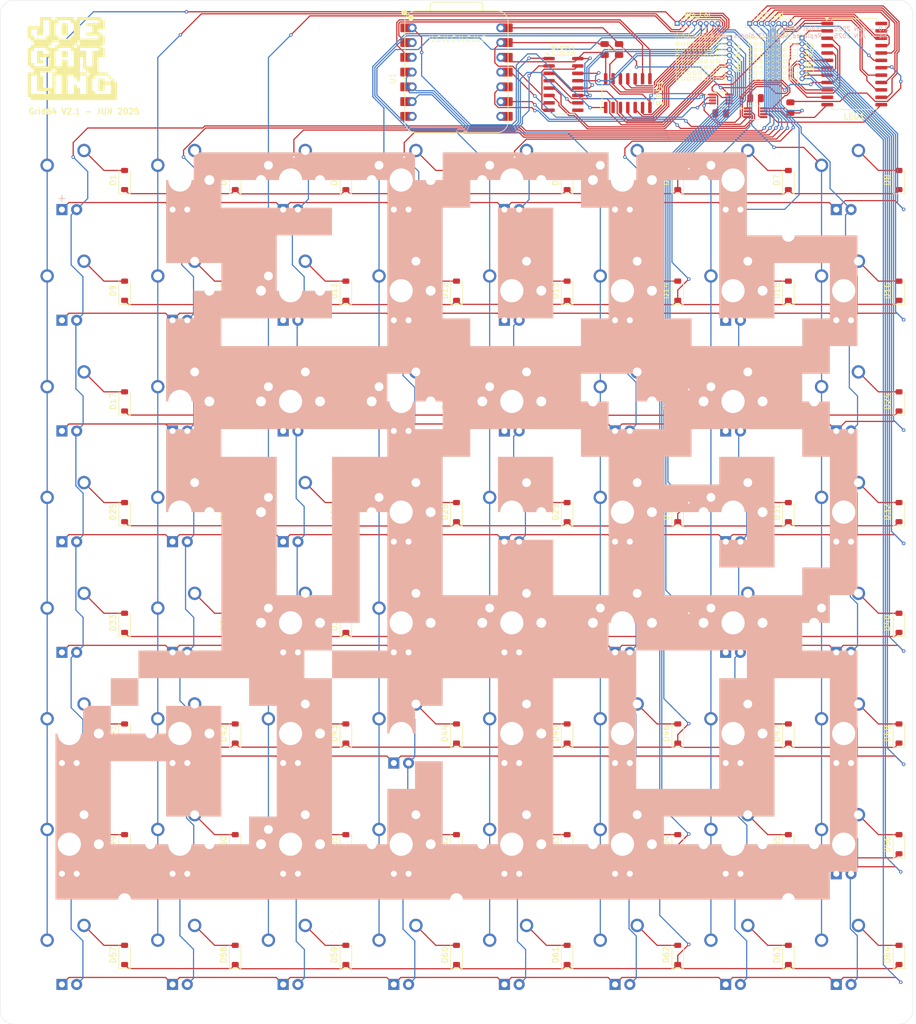
<source format=kicad_pcb>
(kicad_pcb (version 20241229) (generator "pcbnew") (generator_version "9.0")
  (layers (0 "F.Cu" signal) (2 "B.Cu" signal) (13 "F.Paste" user) (15 "B.Paste" user) (5 "F.SilkS" user "F.Silkscreen") (7 "B.SilkS" user "B.Silkscreen") (1 "F.Mask" user) (3 "B.Mask" user) (25 "Edge.Cuts" user))
  (net 0 "")
  (net 1 "Row0")
  (net 2 "Net-(D1-A)")
  (net 3 "Net-(D2-A)")
  (net 4 "Net-(D3-A)")
  (net 5 "Net-(D4-A)")
  (net 6 "Net-(D5-A)")
  (net 7 "Net-(D6-A)")
  (net 8 "Net-(D7-A)")
  (net 9 "Net-(D8-A)")
  (net 10 "Net-(D9-A)")
  (net 11 "Row1")
  (net 12 "Net-(D10-A)")
  (net 13 "Net-(D11-A)")
  (net 14 "Net-(D12-A)")
  (net 15 "Net-(D13-A)")
  (net 16 "Net-(D14-A)")
  (net 17 "Net-(D15-A)")
  (net 18 "Net-(D16-A)")
  (net 19 "Row2")
  (net 20 "Net-(D17-A)")
  (net 21 "Row3")
  (net 22 "Net-(D18-A)")
  (net 23 "Net-(D19-A)")
  (net 24 "Net-(D20-A)")
  (net 25 "Net-(D21-A)")
  (net 26 "Net-(D22-A)")
  (net 27 "Net-(D23-A)")
  (net 28 "Net-(D24-A)")
  (net 29 "Net-(D25-A)")
  (net 30 "Net-(D26-A)")
  (net 31 "Net-(D27-A)")
  (net 32 "Net-(D28-A)")
  (net 33 "Net-(D29-A)")
  (net 34 "Net-(D30-A)")
  (net 35 "Net-(D31-A)")
  (net 36 "Net-(D32-A)")
  (net 37 "Net-(D33-A)")
  (net 38 "Net-(D34-A)")
  (net 39 "Row5")
  (net 40 "Net-(D35-A)")
  (net 41 "Net-(D36-A)")
  (net 42 "Net-(D37-A)")
  (net 43 "Net-(D38-A)")
  (net 44 "Net-(D39-A)")
  (net 45 "Net-(D40-A)")
  (net 46 "Net-(D41-A)")
  (net 47 "Net-(D42-A)")
  (net 48 "Net-(D43-A)")
  (net 49 "Net-(D44-A)")
  (net 50 "Net-(D45-A)")
  (net 51 "Net-(D46-A)")
  (net 52 "Net-(D47-A)")
  (net 53 "Net-(D48-A)")
  (net 54 "Net-(D49-A)")
  (net 55 "Row6")
  (net 56 "Row7")
  (net 57 "Net-(D50-A)")
  (net 58 "Net-(D51-A)")
  (net 59 "Net-(D52-A)")
  (net 60 "Net-(D53-A)")
  (net 61 "Net-(D54-A)")
  (net 62 "Net-(D55-A)")
  (net 63 "Net-(D56-A)")
  (net 64 "Net-(D57-A)")
  (net 65 "Net-(D58-A)")
  (net 66 "Net-(D59-A)")
  (net 67 "Net-(D60-A)")
  (net 68 "Net-(D61-A)")
  (net 69 "Net-(D62-A)")
  (net 70 "Net-(D63-A)")
  (net 71 "Net-(D64-A)")
  (net 75 "Col0")
  (net 76 "Col1")
  (net 77 "Col2")
  (net 78 "Col3")
  (net 79 "Col4")
  (net 80 "Col5")
  (net 81 "Col6")
  (net 82 "Col7")
  (net 84 "LED_Col0")
  (net 85 "LED_Row0")
  (net 86 "LED_Col1")
  (net 87 "LED_Col2")
  (net 88 "LED_Col3")
  (net 89 "LED_Col4")
  (net 90 "LED_Col5")
  (net 91 "LED_Col6")
  (net 92 "LED_Col7")
  (net 93 "LED_Row1")
  (net 94 "LED_Row2")
  (net 95 "LED_Row3")
  (net 96 "LED_Row4")
  (net 97 "LED_Row5")
  (net 98 "LED_Row6")
  (net 99 "LED_Row7")
  (net 100 "Row4")
  (net 101 "GND")
  (net 102 "+3V3")
  (net 103 "CLK")
  (net 104 "MAX_LOAD")
  (net 105 "MOSI")
  (net 106 "Net-(LED1-ISET)")
  (net 107 "+5V")
  (net 108 "PISO_LOAD")
  (net 109 "PISO_CLOCK")
  (net 110 "PISO_DATA")
  (net 111 "SIPO_CLEAR")
  (net 112 "SIPO_DATA")
  (net 113 "SIPO_CLOCK")
  (net 118 "MAX_LOAD_5")
  (net 119 "CLK_5")
  (net 120 "MOSI_5")
  (net 121 "Net-(U2-DIR)")
  (net 122 "Net-(U3-DIR)")
  (footprint "Diode_SMD:D_SOD-123" (layer "F.Cu") (at 164.6238 157.3212 90)
    (property "Reference" "D47")
    (property "Value" "Diode")
  )
  (footprint "Diode_SMD:D_SOD-123" (layer "F.Cu") (at 145.5738 119.2212 90)
    (property "Reference" "D30")
    (property "Value" "Diode")
  )
  (footprint "Switch_Misc:MX-LED" (layer "F.Cu") (at 136.0488 81.1212)
    (property "Reference" "L14")
    (property "Value" "LED")
  )
  (footprint "MX_Solderable:MX-Solderable-1U_Mod" (layer "F.Cu") (at 97.9488 195.4212)
    (property "Reference" "S60")
    (property "Value" "Keyswitch")
  )
  (footprint "MX_Solderable:MX-Solderable-1U_Mod" (layer "F.Cu") (at 136.0488 100.1712)
    (property "Reference" "S22")
    (property "Value" "Keyswitch")
  )
  (footprint "MX_Solderable:MX-Solderable-1U_Mod" (layer "F.Cu") (at 136.0488 138.2712)
    (property "Reference" "S38")
    (property "Value" "Keyswitch")
  )
  (footprint "Switch_Misc:MX-LED" (layer "F.Cu") (at 97.9488 176.3712)
    (property "Reference" "L52")
    (property "Value" "LED")
  )
  (footprint "MX_Solderable:MX-Solderable-1U_Mod" (layer "F.Cu") (at 78.8988 157.3212)
    (property "Reference" "S43")
    (property "Value" "Keyswitch")
  )
  (footprint "Switch_Misc:MX-LED" (layer "F.Cu") (at 136.0488 100.1712)
    (property "Reference" "L22")
    (property "Value" "LED")
  )
  (footprint "Diode_SMD:D_SOD-123" (layer "F.Cu") (at 88.4238 62.0712 90)
    (property "Reference" "D3")
    (property "Value" "Diode")
  )
  (footprint "MX_Solderable:MX-Solderable-1U_Mod" (layer "F.Cu") (at 174.1488 62.0712)
    (property "Reference" "S8")
    (property "Value" "Keyswitch")
  )
  (footprint "Diode_SMD:D_SOD-123" (layer "F.Cu") (at 69.3738 81.1212 90)
    (property "Reference" "D10")
    (property "Value" "Diode")
  )
  (footprint "Resistor_SMD:R_0805_2012Metric" (layer "F.Cu") (at 152.973725 50.615 180)
    (property "Reference" "R2" (hide yes))
    (property "Value" "10K" (hide yes))
  )
  (footprint "Diode_SMD:D_SOD-123" (layer "F.Cu") (at 183.6738 62.0712 90)
    (property "Reference" "D8")
    (property "Value" "Diode")
  )
  (footprint "Diode_SMD:D_SOD-123" (layer "F.Cu") (at 107.4738 119.2212 90)
    (property "Reference" "D28")
    (property "Value" "Diode")
  )
  (footprint "MX_Solderable:MX-Solderable-1U_Mod" (layer "F.Cu") (at 78.8988 138.2712)
    (property "Reference" "S35")
    (property "Value" "Keyswitch")
  )
  (footprint "MX_Solderable:MX-Solderable-1U_Mod" (layer "F.Cu") (at 40.7988 176.3712)
    (property "Reference" "S49")
    (property "Value" "Keyswitch")
  )
  (footprint "Switch_Misc:MX-LED" (layer "F.Cu") (at 174.1488 195.4212)
    (property "Reference" "L64")
    (property "Value" "LED")
  )
  (footprint "MX_Solderable:MX-Solderable-1U_Mod" (layer "F.Cu") (at 40.7988 81.1212)
    (property "Reference" "S9")
    (property "Value" "Keyswitch")
  )
  (footprint "Connector_PinHeader_1.00mm:PinHeader_1x08_P1.00mm_Vertical" (layer "F.Cu") (at 154.473725 37.615)
    (property "Reference" "J3" (hide yes))
    (property "Value" "Btn_Row")
  )
  (footprint "Switch_Misc:MX-LED" (layer "F.Cu") (at 59.8488 119.2212)
    (property "Reference" "L26")
    (property "Value" "LED")
  )
  (footprint "Diode_SMD:D_SOD-123" (layer "F.Cu") (at 88.4238 157.3212 90)
    (property "Reference" "D43")
    (property "Value" "Diode")
  )
  (footprint "Switch_Misc:MX-LED" (layer "F.Cu") (at 97.9488 157.3212)
    (property "Reference" "L44")
    (property "Value" "LED")
  )
  (footprint "MX_Solderable:MX-Solderable-1U_Mod" (layer "F.Cu") (at 116.9988 62.0712)
    (property "Reference" "S5")
    (property "Value" "Keyswitch")
  )
  (footprint "Capacitor_SMD:C_0805_2012Metric" (layer "F.Cu") (at 135.473725 39.615 -90)
    (property "Reference" "C2" (hide yes))
    (property "Value" "0.1uF")
  )
  (footprint "MountingHole:MountingHole_2.2mm_M2" (layer "F.Cu") (at 107.4738 128.7462)
    (property "Reference" "H5" (hide yes))
    (property "Value" "MountingHole_2.2mm_M2" (hide yes))
  )
  (footprint "Switch_Misc:MX-LED" (layer "F.Cu") (at 155.0988 62.0712)
    (property "Reference" "L7")
    (property "Value" "LED")
  )
  (footprint "MountingHole:MountingHole_2.2mm_M2" (layer "F.Cu") (at 50.3238 71.5962)
    (property "Reference" "H1" (hide yes))
    (property "Value" "MountingHole_2.2mm_M2" (hide yes))
  )
  (footprint "Diode_SMD:D_SOD-123" (layer "F.Cu") (at 69.3738 195.4212 90)
    (property "Reference" "D58")
    (property "Value" "Diode")
  )
  (footprint "Resistor_SMD:R_0805_2012Metric" (layer "F.Cu") (at 164.973725 49.615 90)
    (property "Reference" "R1" (hide yes))
    (property "Value" "20k" (hide yes))
  )
  (footprint "Package_SO:VSSOP-8_2.3x2mm_P0.5mm" (layer "F.Cu") (at 158.973725 50.485)
    (property "Reference" "U3" (hide yes))
    (property "Value" "74LVC2T45DC" (hide yes))
  )
  (footprint "Switch_Misc:MX-LED" (layer "F.Cu") (at 136.0488 62.0712)
    (property "Reference" "L6")
    (property "Value" "LED")
  )
  (footprint "Diode_SMD:D_SOD-123" (layer "F.Cu") (at 126.5238 157.3212 90)
    (property "Reference" "D45")
    (property "Value" "Diode")
  )
  (footprint "MountingHole:MountingHole_2.2mm_M2" (layer "F.Cu") (at 164.6238 71.5962)
    (property "Reference" "H3" (hide yes))
    (property "Value" "MountingHole_2.2mm_M2" (hide yes))
  )
  (footprint "Diode_SMD:D_SOD-123" (layer "F.Cu") (at 126.5238 62.0712 90)
    (property "Reference" "D5")
    (property "Value" "Diode")
  )
  (footprint "Switch_Misc:MX-LED" (layer "F.Cu") (at 78.8988 176.3712)
    (property "Reference" "L51")
    (property "Value" "LED")
  )
  (footprint "MX_Solderable:MX-Solderable-1U_Mod" (layer "F.Cu") (at 78.8988 119.2212)
    (property "Reference" "S27")
    (property "Value" "Keyswitch")
  )
  (footprint "Capacitor_SMD:C_0805_2012Metric" (layer "F.Cu") (at 132.973725 39.615 90)
    (property "Reference" "C1" (hide yes))
    (property "Value" "0.1uF")
  )
  (footprint "Diode_SMD:D_SOD-123" (layer "F.Cu") (at 107.4738 138.2712 90)
    (property "Reference" "D36")
    (property "Value" "Diode")
  )
  (footprint "MX_Solderable:MX-Solderable-1U_Mod" (layer "F.Cu") (at 97.9488 81.1212)
    (property "Reference" "S12")
    (property "Value" "Keyswitch")
  )
  (footprint "Switch_Misc:MX-LED" (layer "F.Cu") (at 155.0988 119.2212)
    (property "Reference" "L31")
    (property "Value" "LED")
  )
  (footprint "Diode_SMD:D_SOD-123" (layer "F.Cu") (at 88.4238 195.4212 90)
    (property "Reference" "D59")
    (property "Value" "Diode")
  )
  (footprint "Switch_Misc:MX-LED" (layer "F.Cu") (at 155.0988 176.3712)
    (property "Reference" "L55")
    (property "Value" "LED")
  )
  (footprint "Switch_Misc:MX-LED" (layer "F.Cu") (at 97.9488 195.4212)
    (property "Reference" "L60")
    (property "Value" "LED")
  )
  (footprint "MX_Solderable:MX-Solderable-1U_Mod" (layer "F.Cu") (at 174.1488 138.2712)
    (property "Reference" "S40")
    (property "Value" "Keyswitch")
  )
  (footprint "Switch_Misc:MX-LED" (layer "F.Cu") (at 116.9988 195.4212)
    (property "Reference" "L61")
    (property "Value" "LED")
  )
  (footprint "MX_Solderable:MX-Solderable-1U_Mod" (layer "F.Cu") (at 40.7988 100.1712)
    (property "Reference" "S17")
    (property "Value" "Keyswitch")
  )
  (footprint "Switch_Misc:MX-LED" (layer "F.Cu") (at 59.8488 195.4212)
    (property "Reference" "L58")
    (property "Value" "LED")
  )
  (footprint "MX_Solderable:MX-Solderable-1U_Mod" (layer "F.Cu") (at 59.8488 100.1712)
    (property "Reference" "S18")
    (property "Value" "Keyswitch")
  )
  (footprint "MX_Solderable:MX-Solderable-1U_Mod" (layer "F.Cu") (at 174.1488 81.1212)
    (property "Reference" "S16")
    (property "Value" "Keyswitch")
  )
  (footprint "Diode_SMD:D_SOD-123" (layer "F.Cu") (at 69.3738 100.1712 90)
    (property "Reference" "D18")
    (property "Value" "Diode")
  )
  (footprint "Diode_SMD:D_SOD-123" (layer "F.Cu") (at 145.5738 62.0712 90)
    (property "Reference" "D6")
    (property "Value" "Diode")
  )
  (footprint "Connector_PinHeader_1.00mm:PinHeader_1x08_P1.00mm_Vertical" (layer "F.Cu") (at 166.973725 37.6285)
    (property "Reference" "J2" (hide yes))
    (property "Value" "LED_Row")
  )
  (footprint "Switch_Misc:MX-LED" (layer "F.Cu") (at 78.8988 62.0712)
    (property "Reference" "L3")
    (property "Value" "LED")
  )
  (footprint "MX_Solderable:MX-Solderable-1U_Mod" (layer "F.Cu") (at 40.7988 119.2212)
    (property "Reference" "S25")
    (property "Value" "Keyswitch")
  )
  (footprint "MX_Solderable:MX-Solderable-1U_Mod" (layer "F.Cu") (at 116.9988 195.4212)
    (property "Reference" "S61")
    (property "Value" "Keyswitch")
  )
  (footprint "MX_Solderable:MX-Solderable-1U_Mod" (layer "F.Cu") (at 59.8488 195.4212)
    (property "Reference" "S58")
    (property "Value" "Keyswitch")
  )
  (footprint "MX_Solderable:MX-Solderable-1U_Mod" (layer "F.Cu") (at 155.0988 119.2212)
    (property "Reference" "S31")
    (property "Value" "Keyswitch")
  )
  (footprint "Switch_Misc:MX-LED-PolarityMarked" (layer "F.Cu") (at 40.7988 62.0712)
    (property "Reference" "L1")
    (property "Value" "LED")
  )
  (footprint "Switch_Misc:MX-LED" (layer "F.Cu") (at 174.1488 62.0712)
    (property "Reference" "L8")
    (property "Value" "LED")
  )
  (footprint "Diode_SMD:D_SOD-123" (layer "F.Cu") (at 88.4238 119.2212 90)
    (property "Reference" "D27")
    (property "Value" "Diode")
  )
  (footprint "Switch_Misc:MX-LED" (layer "F.Cu") (at 136.0488 176.3712)
    (property "Reference" "L54")
    (property "Value" "LED")
  )
  (footprint "MX_Solderable:MX-Solderable-1U_Mod" (layer "F.Cu") (at 174.1488 119.2212)
    (property "Reference" "S32")
    (property "Value" "Keyswitch")
  )
  (footprint "MX_Solderable:MX-Solderable-1U_Mod" (layer "F.Cu") (at 40.7988 157.3212)
    (property "Reference" "S41")
    (property "Value" "Keyswitch")
  )
  (footprint "Switch_Misc:MX-LED" (layer "F.Cu") (at 136.0488 119.2212)
    (property "Reference" "L30")
    (property "Value" "LED")
  )
  (footprint "Switch_Misc:MX-LED" (layer "F.Cu") (at 59.8488 100.1712)
    (property "Reference" "L18")
    (property "Value" "LED")
  )
  (footprint "Diode_SMD:D_SOD-123" (layer "F.Cu") (at 88.4238 176.3712 90)
    (property "Reference" "D51")
    (property "Value" "Diode")
  )
  (footprint "MountingHole:MountingHole_2.2mm_M2" (layer "F.Cu") (at 107.4738 71.5962)
    (property "Reference" "H2" (hide yes))
    (property "Value" "MountingHole_2.2mm_M2" (hide yes))
  )
  (footprint "MountingHole:MountingHole_2.2mm_M2" (layer "F.Cu") (at 50.3238 128.7462)
    (property "Reference" "H4" (hide yes))
    (property "Value" "MountingHole_2.2mm_M2" (hide yes))
  )
  (footprint "Switch_Misc:MX-LED" (layer "F.Cu") (at 40.7988 81.1212)
    (property "Reference" "L9")
    (property "Value" "LED")
  )
  (footprint "Diode_SMD:D_SOD-123" (layer "F.Cu") (at 88.4238 100.1712 90)
    (property "Reference" "D19")
    (property "Value" "Diode")
  )
  (footprint "Diode_SMD:D_SOD-123" (layer "F.Cu") (at 69.3738 157.3212 90)
    (property "Reference" "D42")
    (property "Value" "Diode")
  )
  (footprint "MountingHole:MountingHole_2.2mm_M2" (layer "F.Cu") (at 50.3238 185.8962)
    (property "Reference" "H7" (hide yes))
    (property "Value" "MountingHole_2.2mm_M2" (hide yes))
  )
  (footprint "Diode_SMD:D_SOD-123" (layer "F.Cu") (at 126.5238 138.2712 90)
    (property "Reference" "D37")
    (property "Value" "Diode")
  )
  (footprint "Switch_Misc:MX-LED" (layer "F.Cu") (at 97.9488 100.1712)
    (property "Reference" "L20")
    (property "Value" "LED")
  )
  (footprint "Diode_SMD:D_SOD-123" (layer "F.Cu") (at 69.3738 138.2712 90)
    (property "Reference" "D34")
    (property "Value" "Diode")
  )
  (footprint "Switch_Misc:MX-LED" (layer "F.Cu") (at 59.8488 138.2712)
    (property "Reference" "L34")
    (property "Value" "LED")
  )
  (footprint "Diode_SMD:D_SOD-123" (layer "F.Cu") (at 69.3738 176.3712 90)
    (property "Reference" "D50")
    (property "Value" "Diode")
  )
  (footprint "Switch_Misc:MX-LED" (layer "F.Cu") (at 174.1488 119.2212)
    (property "Reference" "L32")
    (property "Value" "LED")
  )
  (footprint "Diode_SMD:D_SOD-123" (layer "F.Cu") (at 88.4238 138.2712 90)
    (property "Reference" "D35")
    (property "Value" "Diode")
  )
  (footprint "Switch_Misc:MX-LED" (layer "F.Cu") (at 78.8988 119.2212)
    (property "Reference" "L27")
    (property "Value" "LED")
  )
  (footprint "MX_Solderable:MX-Solderable-1U_Mod" (layer "F.Cu") (at 78.8988 176.3712)
    (property "Reference" "S51")
    (property "Value" "Keyswitch")
  )
  (footprint "Switch_Misc:MX-LED" (layer "F.Cu") (at 40.7988 195.4212)
    (property "Reference" "L57")
    (property "Value" "LED")
  )
  (footprint "MX_Solderable:MX-Solderable-1U_Mod" (layer "F.Cu") (at 155.0988 62.0712)
    (property "Reference" "S7")
    (property "Value" "Keyswitch")
  )
  (footprint "MX_Solderable:MX-Solderable-1U_Mod" (layer "F.Cu") (at 116.9988 138.2712)
    (property "Reference" "S37")
    (property "Value" "Keyswitch")
  )
  (footprint "Switch_Misc:MX-LED" (layer "F.Cu") (at 78.8988 157.3212)
    (property "Reference" "L43")
    (property "Value" "LED")
  )
  (footprint "Diode_SMD:D_SOD-123" (layer "F.Cu") (at 126.5238 100.1712 90)
    (property "Reference" "D21")
    (property "Value" "Diode")
  )
  (footprint "MX_Solderable:MX-Solderable-1U_Mod" (layer "F.Cu") (at 136.0488 81.1212)
    (property "Reference" "S14")
    (property "Value" "Keyswitch")
  )
  (footprint "Resistor_SMD:R_0805_2012Metric" (layer "F.Cu") (at 158.973725 47.985 180)
    (property "Reference" "R3" (hide yes))
    (property "Value" "10K" (hide yes))
  )
  (footprint "Switch_Misc:MX-LED" (layer "F.Cu") (at 59.8488 62.0712)
    (property "Reference" "L2")
    (property "Value" "LED")
  )
  (footprint "MX_Solderable:MX-Solderable-1U_Mod" (layer "F.Cu") (at 40.7988 62.0712)
    (property "Reference" "S1")
    (property "Value" "Keyswitch")
  )
  (footprint "Diode_SMD:D_SOD-123" (layer "F.Cu") (at 107.4738 157.3212 90)
    (property "Reference" "D44")
    (property "Value" "Diode")
  )
  (footprint "Switch_Misc:MX-LED" (layer "F.Cu") (at 40.7988 138.2712)
    (property "Reference" "L33")
    (property "Value" "LED")
  )
  (footprint "Diode_SMD:D_SOD-123" (layer "F.Cu") (at 50.3238 157.3212 90)
    (property "Reference" "D41")
    (property "Value" "Diode")
  )
  (footprint "Switch_Misc:MX-LED" (layer "F.Cu") (at 136.0488 195.4212)
    (property "Reference" "L62")
    (property "Value" "LED")
  )
  (footprint "MX_Solderable:MX-Solderable-1U_Mod" (layer "F.Cu") (at 59.8488 138.2712)
    (property "Reference" "S34")
    (property "Value" "Keyswitch")
  )
  (footprint "Diode_SMD:D_SOD-123" (layer "F.Cu") (at 145.5738 176.3712 90)
    (property "Reference" "D54")
    (property "Value" "Diode")
  )
  (footprint "MX_Solderable:MX-Solderable-1U_Mod" (layer "F.Cu") (at 59.8488 62.0712)
    (property "Reference" "S2")
    (property "Value" "Keyswitch")
  )
  (footprint "MX_Solderable:MX-Solderable-1U_Mod" (layer "F.Cu") (at 155.0988 195.4212)
    (property "Reference" "S63")
    (property "Value" "Keyswitch")
  )
  (footprint "MX_Solderable:MX-Solderable-1U_Mod" (layer "F.Cu") (at 97.9488 100.1712)
    (property "Reference" "S20")
    (property "Value" "Keyswitch")
  )
  (footprint "MX_Solderable:MX-Solderable-1U_Mod" (layer "F.Cu") (at 116.9988 81.1212)
    (property "Reference" "S13")
    (property "Value" "Keyswitch")
  )
  (footprint "Switch_Misc:MX-LED" (layer "F.Cu") (at 40.7988 157.3212)
    (property "Reference" "L41")
    (property "Value" "LED")
  )
  (footprint "Package_SO:SOIC-24W_7.5x15.4mm_P1.27mm" (layer "F.Cu") (at 175.973725 42.115)
    (property "Reference" "LED1")
    (property "Value" "MAX7219")
  )
  (footprint "Switch_Misc:MX-LED" (layer "F.Cu") (at 78.8988 100.1712)
    (property "Reference" "L19")
    (property "Value" "LED")
  )
  (footprint "Switch_Misc:MX-LED" (layer "F.Cu") (at 59.8488 157.3212)
    (property "Reference" "L42")
    (property "Value" "LED")
  )
  (footprint "Diode_SMD:D_SOD-123" (layer "F.Cu") (at 50.3238 195.4212 90)
    (property "Reference" "D57")
    (property "Value" "Diode")
  )
  (footprint "Diode_SMD:D_SOD-123" (layer "F.Cu") (at 50.3238 138.2712 90)
    (property "Reference" "D33")
    (property "Value" "Diode")
  )
  (footprint "MX_Solderable:MX-Solderable-1U_Mod" (layer "F.Cu") (at 78.8988 62.0712)
    (property "Reference" "S3")
    (property "Value" "Keyswitch")
  )
  (footprint "Diode_SMD:D_SOD-123" (layer "F.Cu") (at 145.5738 195.4212 90)
    (property "Reference" "D62")
    (property "Value" "Diode")
  )
  (footprint "Diode_SMD:D_SOD-123" (layer "F.Cu") (at 164.6238 81.1212 90)
    (property "Reference" "D15")
    (property "Value" "Diode")
  )
  (footprint "Switch_Misc:MX-LED" (layer "F.Cu") (at 116.9988 62.0712)
    (property "Reference" "L5")
    (property "Value" "LED")
  )
  (footprint "Switch_Misc:MX-LED" (layer "F.Cu") (at 78.8988 81.1212)
    (property "Reference" "L11")
    (property "Value" "LED")
  )
  (footprint "Switch_Misc:MX-LED" (layer "F.Cu") (at 40.7988 176.3712)
    (property "Reference" "L49")
    (property "Value" "LED")
  )
  (footprint "Switch_Misc:MX-LED" (layer "F.Cu") (at 174.1488 81.1212)
    (property "Reference" "L16")
    (property "Value" "LED")
  )
  (footprint "Connector_PinHeader_1.00mm:PinHeader_1x08_P1.00mm_Vertical" (layer "F.Cu") (at 145.473725 35.115 90)
    (property "Reference" "J4" (hide yes))
    (property "Value" "Btn_Col")
  )
  (footprint "Switch_Misc:MX-LED" (layer "F.Cu") (at 174.1488 100.1712)
    (property "Reference" "L24")
    (property "Value" "LED")
  )
  (footprint "MX_Solderable:MX-Solderable-1U_Mod" (layer "F.Cu") (at 174.1488 176.3712)
    (property "Reference" "S56")
    (property "Value" "Keyswitch")
  )
  (footprint "MX_Solderable:MX-Solderable-1U_Mod" (layer "F.Cu") (at 97.9488 176.3712)
    (property "Reference" "S52")
    (property "Value" "Keyswitch")
  )
  (footprint "Diode_SMD:D_SOD-123" (layer "F.Cu") (at 164.6238 62.0712 90)
    (property "Reference" "D7")
    (property "Value" "Diode")
  )
  (footprint "MX_Solderable:MX-Solderable-1U_Mod" (layer "F.Cu") (at 155.0988 100.1712)
    (property "Reference" "S23")
    (property "Value" "Keyswitch")
  )
  (footprint "Switch_Misc:MX-LED" (layer "F.Cu") (at 59.8488 176.3712)
    (property "Reference" "L50")
    (property "Value" "LED")
  )
  (footprint "Switch_Misc:MX-LED" (layer "F.Cu") (at 59.8488 81.1212)
    (property "Reference" "L10")
    (property "Value" "LED")
  )
  (footprint "Switch_Misc:MX-LED" (layer "F.Cu") (at 116.9988 119.2212)
    (property "Reference" "L29")
    (property "Value" "LED")
  )
  (footprint "MX_Solderable:MX-Solderable-1U_Mod" (layer "F.Cu") (at 155.0988 176.3712)
    (property "Reference" "S55")
    (property "Value" "Keyswitch")
  )
  (footprint "Switch_Misc:MX-LED" (layer "F.Cu") (at 116.9988 157.3212)
    (property "Reference" "L45")
    (property "Value" "LED")
  )
  (footprint "Diode_SMD:D_SOD-123" (layer "F.Cu") (at 183.6738 176.3712 90)
    (property "Reference" "D56")
    (property "Value" "Diode")
  )
  (footprint "MX_Solderable:MX-Solderable-1U_Mod" (layer "F.Cu") (at 97.9488 138.2712)
    (property "Reference" "S36")
    (property "Value" "Keyswitch")
  )
  (footprint "MX_Solderable:MX-Solderable-1U_Mod" (layer "F.Cu") (at 174.1488 195.4212)
    (property "Reference" "S64")
    (property "Value" "Keyswitch")
  )
  (footprint "MX_Solderable:MX-Solderable-1U_Mod" (layer "F.Cu") (at 155.0988 138.2712)
    (property "Reference" "S39")
    (property "Value" "Keyswitch")
  )
  (footprint "Diode_SMD:D_SOD-123" (layer "F.Cu") (at 107.4738 62.0712 90)
    (property "Reference" "D4")
    (property "Value" "Diode")
  )
  (footprint "Diode_SMD:D_SOD-123" (layer "F.Cu") (at 183.6738 119.2212 90)
    (property "Reference" "D32")
    (property "Value" "Diode")
  )
  (footprint "MX_Solderable:MX-Solderable-1U_Mod" (layer "F.Cu") (at 116.9988 119.2212)
    (property "Reference" "S29")
    (property "Value" "Keyswitch")
  )
  (footprint "MX_Solderable:MX-Solderable-1U_Mod" (layer "F.Cu") (at 40.7988 195.4212)
    (property "Reference" "S57")
    (property "Value" "Keyswitch")
  )
  (footprint "Switch_Misc:MX-LED" (layer "F.Cu") (at 116.9988 138.2712)
    (property "Reference" "L37")
    (property "Value" "LED")
  )
  (footprint "MX_Solderable:MX-Solderable-1U_Mod" (layer "F.Cu") (at 78.8988 100.1712)
    (property "Reference" "S19")
    (property "Value" "Keyswitch")
  )
  (footprint "Diode_SMD:D_SOD-123" (layer "F.Cu") (at 126.5238 119.2212 90)
    (property "Reference" "D29")
    (property "Value" "Diode")
  )
  (footprint "Connector_PinHeader_1.00mm:PinHeader_1x08_P1.00mm_Vertical" (layer "F.Cu") (at 157.973725 35.1285 90)
    (property "Reference" "J1" (hide yes))
    (property "Value" "LED_Col")
  )
  (footprint "Switch_Misc:MX-LED" (layer "F.Cu") (at 174.1488 157.3212)
    (property "Reference" "L48")
    (property "Value" "LED")
  )
  (footprint "Switch_Misc:MX-LED" (layer "F.Cu") (at 116.9988 81.1212)
    (property "Reference" "L13")
    (property "Value" "LED")
  )
  (footprint "Diode_SMD:D_SOD-123" (layer "F.Cu") (at 50.3238 81.1212 90)
    (property "Reference" "D9")
    (property "Value" "Diode")
  )
  (footprint "MountingHole:MountingHole_2.2mm_M2" (layer "F.Cu") (at 107.4738 185.8962)
    (property "Reference" "H8" (hide yes))
    (property "Value" "MountingHole_2.2mm_M2" (hide yes))
  )
  (footprint "MX_Solderable:MX-Solderable-1U_Mod" (layer "F.Cu") (at 136.0488 119.2212)
    (property "Reference" "S30")
    (property "Value" "Keyswitch")
  )
  (footprint "Diode_SMD:D_SOD-123" (layer "F.Cu") (at 107.4738 100.1712 90)
    (property "Reference" "D20")
    (property "Value" "Diode")
  )
  (footprint "MX_Solderable:MX-Solderable-1U_Mod" (layer "F.Cu") (at 174.1488 100.1712)
    (property "Reference" "S24")
    (property "Value" "Keyswitch")
  )
  (footprint "Switch_Misc:MX-LED" (layer "F.Cu") (at 155.0988 81.1212)
    (property "Reference" "L15")
    (property "Value" "LED")
  )
  (footprint "MX_Solderable:MX-Solderable-1U_Mod" (layer "F.Cu") (at 155.0988 157.3212)
    (property "Reference" "S47")
    (property "Value" "Keyswitch")
  )
  (footprint "Diode_SMD:D_SOD-123" (layer "F.Cu") (at 50.3238 119.2212 90)
    (property "Reference" "D25")
    (property "Value" "Diode")
  )
  (footprint "Package_SO:SOIC-16_3.9x9.9mm_P1.27mm" (layer "F.Cu") (at 125.8925 45.615)
    (property "Reference" "PISO1")
    (property "Value" "74HC165")
  )
  (footprint "Diode_SMD:D_SOD-123" (layer "F.Cu") (at 164.6238 138.2712 90)
    (property "Reference" "D39")
    (property "Value" "Diode")
  )
  (footprint "Switch_Misc:MX-LED" (layer "F.Cu") (at 155.0988 138.2712)
    (property "Reference" "L39")
    (property "Value" "LED")
  )
  (footprint "Diode_SMD:D_SOD-123" (layer "F.Cu") (at 145.5738 100.1712 90)
    (property "Reference" "D22")
    (property "Value" "Diode")
  )
  (footprint "Switch_Misc:MX-LED" (layer "F.Cu") (at 78.8988 138.2712)
    (property "Reference" "L35")
    (property "Value" "LED")
  )
  (footprint "MX_Solderable:MX-Solderable-1U_Mod" (layer "F.Cu") (at 78.8988 195.4212)
    (property "Reference" "S59")
    (property "Value" "Keyswitch")
  )
  (footprint "MX_Solderable:MX-Solderable-1U_Mod" (layer "F.Cu") (at 136.0488 195.4212)
    (property "Reference" "S62")
    (property "Value" "Keyswitch")
  )
  (footprint "Diode_SMD:D_SOD-123" (layer "F.Cu") (at 183.6738 157.3212 90)
    (property "Reference" "D48")
    (property "Value" "Diode")
  )
  (footprint "Diode_SMD:D_SOD-123" (layer "F.Cu") (at 107.4738 81.1212 90)
    (property "Reference" "D12")
    (property "Value" "Diode")
  )
  (footprint "MX_Solderable:MX-Solderable-1U_Mod" (layer "F.Cu") (at 155.0988 81.1212)
    (property "Reference" "S15")
    (property "Value" "Keyswitch")
  )
  (footprint "Diode_SMD:D_SOD-123" (layer "F.Cu") (at 183.6738 138.2712 90)
    (property "Reference" "D40")
    (property "Value" "Diode")
  )
  (footprint "Diode_SMD:D_SOD-123" (layer "F.Cu") (at 69.3738 62.0712 90)
    (property "Reference" "D2")
    (property "Value" "Diode")
  )
  (footprint "Diode_SMD:D_SOD-123" (layer "F.Cu") (at 126.5238 176.3712 90)
    (property "Reference" "D53")
    (property "Value" "Diode")
  )
  (footprint "MX_Solderable:MX-Solderable-1U_Mod" (layer "F.Cu") (at 136.0488 157.3212)
    (property "Reference" "S46")
    (property "Value" "Keyswitch")
  )
  (footprint "Package_SO:SOIC-14_3.9x8.7mm_P1.27mm" (layer "F.Cu") (at 136.973725 47.115 90)
    (property "Reference" "SIPO1")
    (property "Value" "74HC164")
  )
  (footprint "MountingHole:MountingHole_2.2mm_M2" (layer "F.Cu") (at 164.6238 128.7462)
    (property "Reference" "H6" (hide yes))
    (property "Value" "MountingHole_2.2mm_M2" (hide yes))
  )
  (footprint "Diode_SMD:D_SOD-123" (layer "F.Cu") (at 164.6238 119.2212 90)
    (property "Reference" "D31")
    (property "Value" "Diode")
  )
  (footprint "MX_Solderable:MX-Solderable-1U_Mod" (layer "F.Cu") (at 97.9488 62.0712)
    (property "Reference" "S4")
    (property "Value" "Keyswitch")
  )
  (footprint "MX_Solderable:MX-Solderable-1U_Mod" (layer "F.Cu") (at 116.9988 100.1712)
    (property "Reference" "S21")
    (property "Value" "Keyswitch")
  )
  (footprint "MX_Solderable:MX-Solderable-1U_Mod" (layer "F.Cu") (at 97.9488 119.2212)
    (property "Reference" "S28")
    (property "Value" "Keyswitch")
  )
  (footprint "Diode_SMD:D_SOD-123" (layer "F.Cu") (at 145.5738 81.1212 90)
    (property "Reference" "D14")
    (property "Value" "Diode")
  )
  (footprint "MX_Solderable:MX-Solderable-1U_Mod" (layer "F.Cu") (at 97.9488 157.3212)
    (property "Reference" "S44")
    (property "Value" "Keyswitch")
  )
  (footprint "Switch_Misc:MX-LED" (layer "F.Cu") (at 78.8988 195.4212)
    (property "Reference" "L59")
    (property "Value" "LED")
  )
  (footprint "Switch_Misc:MX-LED" (layer "F.Cu") (at 155.0988 157.3212)
    (property "Reference" "L47")
    (property "Value" "LED")
  )
  (footprint "Switch_Misc:MX-LED" (layer "F.Cu") (at 174.1488 138.2712)
    (property "Reference" "L40")
    (property "Value" "LED")
  )
  (footprint "Diode_SMD:D_SOD-123" (layer "F.Cu") (at 183.6738 195.4212 90)
    (property "Reference" "D64")
    (property "Value" "Diode")
  )
  (footprint "Diode_SMD:D_SOD-123" (layer "F.Cu") (at 107.4738 195.4212 90)
    (property "Reference" "D60")
    (property "Value" "Diode")
  )
  (footprint "Diode_SMD:D_SOD-123" (layer "F.Cu") (at 164.6238 195.4212 90)
    (property "Reference" "D63")
    (property "Value" "Diode")
  )
  (footprint "MX_Solderable:MX-Solderable-1U_Mod" (layer "F.Cu") (at 174.1488 157.3212)
    (property "Reference" "S48")
    (property "Value" "Keyswitch")
  )
  (footprint "Diode_SMD:D_SOD-123" (layer "F.Cu") (at 50.3238 100.1712 90)
    (property "Reference" "D17")
    (property "Value" "Diode")
  )
  (footprint "MX_Solderable:MX-Solderable-1U_Mod" (layer "F.Cu") (at 40.7988 138.2712)
    (property "Reference" "S33")
    (property "Value" "Keyswitch")
  )
  (footprint "Diode_SMD:D_SOD-123" (layer "F.Cu") (at 183.6738 100.1712 90)
    (property "Reference" "D24")
    (property "Value" "Diode")
  )
  (footprint "Switch_Misc:MX-LED" (layer "F.Cu") (at 97.9488 119.2212)
    (property "Reference" "L28")
    (property "Value" "LED")
  )
  (footprint "Switch_Misc:MX-LED" (layer "F.Cu") (at 40.7988 119.2212)
    (property "Reference" "L25")
    (property "Value" "LED")
  )
  (footprint "Switch_Misc:MX-LED" (layer "F.Cu") (at 97.9488 81.1212)
    (property "Reference" "L12")
    (property "Value" "LED")
  )
  (footprint "MX_Solderable:MX-Solderable-1U_Mod" (layer "F.Cu") (at 59.8488 81.1212)
    (property "Reference" "S10")
    (property "Value" "Keyswitch")
  )
  (footprint "MX_Solderable:MX-Solderable-1U_Mod" (layer "F.Cu") (at 116.9988 157.3212)
    (property "Reference" "S45")
    (property "Value" "Keyswitch")
  )
  (footprint "Diode_SMD:D_SOD-123" (layer "F.Cu") (at 126.5238 195.4212 90)
    (property "Reference" "D61")
    (property "Value" "Diode")
  )
  (footprint "Diode_SMD:D_SOD-123" (layer "F.Cu") (at 69.3738 119.2212 90)
    (property "Reference" "D26")
    (property "Value" "Diode")
  )
  (footprint "Diode_SMD:D_SOD-123" (layer "F.Cu") (at 164.6238 100.1712 90)
    (property "Reference" "D23")
    (property "Value" "Diode")
  )
  (footprint "MX_Solderable:MX-Solderable-1U_Mod" (layer "F.Cu") (at 116.9988 176.3712)
    (property "Reference" "S53")
    (property "Value" "Keyswitch")
  )
  (footprint "Switch_Misc:MX-LED" (layer "F.Cu") (at 116.9988 176.3712)
    (property "Reference" "L53")
    (property "Value" "LED")
  )
  (footprint "Diode_SMD:D_SOD-123" (layer "F.Cu") (at 145.5738 157.3212 90)
    (property "Reference" "D46")
    (property "Value" "Diode")
  )
  (footprint "MX_Solderable:MX-Solderable-1U_Mod" (layer "F.Cu") (at 136.0488 176.3712)
    (property "Reference" "S54")
    (property "Value" "Keyswitch")
  )
  (footprint "Diode_SMD:D_SOD-123" (layer "F.Cu") (at 164.6238 176.3712 90)
    (property "Reference" "D55")
    (property "Value" "Diode")
  )
  (footprint "Switch_Misc:MX-LED" (layer "F.Cu") (at 174.1488 176.3712)
    (property "Reference" "L56")
    (property "Value" "LED")
  )
  (footprint "Diode_SMD:D_SOD-123" (layer "F.Cu") (at 50.3238 176.3712 90)
    (property "Reference" "D49")
    (property "Value" "Diode")
  )
  (footprint "MX_Solderable:MX-Solderable-1U_Mod" (layer "F.Cu") (at 78.8988 81.1212)
    (property "Reference" "S11")
    (property "Value" "Keyswitch")
  )
  (footprint "Switch_Misc:MX-LED" (layer "F.Cu") (at 136.0488 157.3212)
    (property "Reference" "L46")
    (property "Value" "LED")
  )
  (footprint "MX_Solderable:MX-Solderable-1U_Mod" (layer "F.Cu") (at 59.8488 157.3212)
    (property "Reference" "S42")
    (property "Value" "Keyswitch")
  )
  (footprint "Diode_SMD:D_SOD-123" (layer "F.Cu") (at 88.4238 81.1212 90)
    (property "Reference" "D11")
    (property "Value" "Diode")
  )
  (footprint "MX_Solderable:MX-Solderable-1U_Mod" (layer "F.Cu") (at 59.8488 119.2212)
    (property "Reference" "S26")
    (property "Value" "Keyswitch")
  )
  (footprint "Switch_Misc:MX-LED" (layer "F.Cu") (at 155.0988 100.1712)
    (property "Reference" "L23")
    (property "Value" "LED")
  )
  (footprint "MountingHole:MountingHole_2.2mm_M2" (layer "F.Cu") (at 164.6238 185.8962)
    (property "Reference" "H9" (hide yes))
    (property "Value" "MountingHole_2.2mm_M2" (hide yes))
  )
  (footprint "Switch_Misc:MX-LED" (layer "F.Cu") (at 116.9988 100.1712)
    (property "Reference" "L21")
    (property "Value" "LED")
  )
  (footprint "Diode_SMD:D_SOD-123" (layer "F.Cu") (at 126.5238 81.1212 90)
    (property "Reference" "D13")
    (property "Value" "Diode")
  )
  (footprint "Switch_Misc:MX-LED" (layer "F.Cu") (at 155.0988 195.4212)
    (property "Reference" "L63")
    (property "Value" "LED")
  )
  (footprint "Switch_Misc:MX-LED" (layer "F.Cu") (at 97.9488 138.2712)
    (property "Reference" "L36")
    (property "Value" "LED")
  )
  (footprint "Diode_SMD:D_SOD-123" (layer "F.Cu") (at 50.3238 62.0712 90)
    (property "Reference" "D1")
    (property "Value" "Diode")
  )
  (footprint "Package_SO:VSSOP-8_2.3x2mm_P0.5mm" (layer "F.Cu") (at 152.973725 48.115)
    (property "Reference" "U2" (hide yes))
    (property "Value" "74LVC2T45DC" (hide yes))
  )
  (footprint "Switch_Misc:MX-LED" (layer "F.Cu") (at 40.7988 100.1712)
    (property "Reference" "L17")
    (property "Value" "LED")
  )
  (footprint "Seeed Studio XIAO Series Library:XIAO-ESP32C3-DIP" (layer "F.Cu") (at 107.5937 43.4975)
    (property "Reference" "U1")
    (property "Value" "XIAO-ESP32-C3-DIP")
  )
  (footprint "Diode_SMD:D_SOD-123" (layer "F.Cu") (at 183.6738 81.1212 90)
    (property "Reference" "D16")
    (property "Value" "Diode")
  )
  (footprint "Diode_SMD:D_SOD-123" (layer "F.Cu") (at 107.4738 176.3712 90)
    (property "Reference" "D52")
    (property "Value" "Diode")
  )
  (footprint "Switch_Misc:MX-LED" (layer "F.Cu") (at 136.0488 138.2712)
    (property "Reference" "L38")
    (property "Value" "LED")
  )
  (footprint "Diode_SMD:D_SOD-123" (layer "F.Cu") (at 145.5738 138.2712 90)
    (property "Reference" "D38")
    (property "Value" "Diode")
  )
  (footprint "MX_Solderable:MX-Solderable-1U_Mod" (layer "F.Cu") (at 136.0488 62.0712)
    (property "Reference" "S6")
    (property "Value" "Keyswitch")
  )
  (footprint "MX_Solderable:MX-Solderable-1U_Mod" (layer "F.Cu") (at 59.8488 176.3712)
    (property "Reference" "S50")
    (property "Value" "Keyswitch")
  )
  (footprint "Switch_Misc:MX-LED" (layer "F.Cu") (at 97.9488 62.0712)
    (property "Reference" "L4")
    (property "Value" "LED")
  )
  (gr_circle (center 162.973725 43.6285) (end 162.973725 43.8785) (stroke (width 0.1)) (fill no) (layer "F.SilkS"))
  (gr_circle (center 164.973725 38.6285) (end 164.973725 38.8785) (stroke (width 0.1)) (fill no) (layer "F.SilkS"))
  (gr_circle (center 158.973725 39.6285) (end 158.973725 39.8785) (stroke (width 0.1)) (fill no) (layer "F.SilkS"))
  (gr_rect (start 147.223725 38.365) (end 147.723725 38.865) (stroke (width 0.1)) (fill no) (layer "F.SilkS"))
  (gr_circle (center 158.973725 43.6285) (end 158.973725 43.8785) (stroke (width 0.1)) (fill no) (layer "F.SilkS"))
  (gr_circle (center 158.973725 40.6285) (end 158.973725 40.8785) (stroke (width 0.1)) (fill no) (layer "F.SilkS"))
  (gr_rect (start 145.223725 44.365) (end 145.723725 44.865) (stroke (width 0.1)) (fill no) (layer "F.SilkS"))
  (gr_rect (start 150.223725 43.365) (end 150.723725 43.865) (stroke (width 0.1)) (fill no) (layer "F.SilkS"))
  (gr_rect (start 147.223725 43.365) (end 147.723725 43.865) (stroke (width 0.1)) (fill no) (layer "F.SilkS"))
  (gr_line (start 158.973725 37.115) (end 158.973725 36.615) (stroke (width 0.1)) (layer "F.SilkS"))
  (gr_rect (start 146.223725 38.365) (end 146.723725 38.865) (stroke (width 0.1)) (fill no) (layer "F.SilkS"))
  (gr_circle (center 164.973725 43.6285) (end 164.973725 43.8785) (stroke (width 0.1)) (fill no) (layer "F.SilkS"))
  (gr_circle (center 161.973725 39.6285) (end 161.973725 39.8785) (stroke (width 0.1)) (fill no) (layer "F.SilkS"))
  (gr_circle (center 163.973725 41.6285) (end 163.973725 41.8785) (stroke (width 0.1)) (fill no) (layer "F.SilkS"))
  (gr_line (start 159.973725 37.115) (end 159.973725 36.615) (stroke (width 0.1)) (layer "F.SilkS"))
  (gr_line (start 165.973725 44.6285) (end 165.473725 44.6285) (stroke (width 0.1)) (layer "F.SilkS"))
  (gr_circle (center 161.973725 41.6285) (end 161.973725 41.8785) (stroke (width 0.1)) (fill no) (layer "F.SilkS"))
  (gr_circle (center 158.973725 37.6285) (end 158.973725 37.8785) (stroke (width 0.1)) (fill no) (layer "F.SilkS"))
  (gr_circle (center 160.973725 38.6285) (end 160.973725 38.8785) (stroke (width 0.1)) (fill no) (layer "F.SilkS"))
  (gr_rect (start 150.223725 44.365) (end 150.723725 44.865) (stroke (width 0.1)) (fill no) (layer "F.SilkS"))
  (gr_circle (center 157.973725 41.6285) (end 157.973725 41.8785) (stroke (width 0.1)) (fill no) (layer "F.SilkS"))
  (gr_circle (center 163.973725 37.6285) (end 163.973725 37.8785) (stroke (width 0.1)) (fill no) (layer "F.SilkS"))
  (gr_circle (center 159.973725 38.6285) (end 159.973725 38.8785) (stroke (width 0.1)) (fill no) (layer "F.SilkS"))
  (gr_rect (start 147.223725 40.365) (end 147.723725 40.865) (stroke (width 0.1)) (fill no) (layer "F.SilkS"))
  (gr_circle (center 161.973725 37.6285) (end 161.973725 37.8785) (stroke (width 0.1)) (fill no) (layer "F.SilkS"))
  (gr_circle (center 160.973725 42.6285) (end 160.973725 42.8785) (stroke (width 0.1)) (fill no) (layer "F.SilkS"))
  (gr_rect (start 147.223725 44.365) (end 147.723725 44.865) (stroke (width 0.1)) (fill no) (layer "F.SilkS"))
  (gr_rect (start 146.223725 43.365) (end 146.723725 43.865) (stroke (width 0.1)) (fill no) (layer "F.SilkS"))
  (gr_rect (start 146.223725 39.365) (end 146.723725 39.865) (stroke (width 0.1)) (fill no) (layer "F.SilkS"))
  (gr_rect (start 149.223725 38.365) (end 149.723725 38.865) (stroke (width 0.1)) (fill no) (layer "F.SilkS"))
  (gr_rect (start 149.223725 44.365) (end 149.723725 44.865) (stroke (width 0.1)) (fill no) (layer "F.SilkS"))
  (gr_circle (center 160.973725 40.6285) (end 160.973725 40.8785) (stroke (width 0.1)) (fill no) (layer "F.SilkS"))
  (gr_line (start 148.473725 37.115) (end 148.473725 36.615) (stroke (width 0.1)) (layer "F.SilkS"))
  (gr_rect (start 148.223725 39.365) (end 148.723725 39.865) (stroke (width 0.1)) (fill no) (layer "F.SilkS"))
  (gr_rect (start 149.223725 42.365) (end 149.723725 42.865) (stroke (width 0.1)) (fill no) (layer "F.SilkS"))
  (gr_circle (center 158.973725 44.6285) (end 158.973725 44.8785) (stroke (width 0.1)) (fill no) (layer "F.SilkS"))
  (gr_rect (start 149.223725 40.365) (end 149.723725 40.865) (stroke (width 0.1)) (fill no) (layer "F.SilkS"))
  (gr_rect (start 148.223725 40.365) (end 148.723725 40.865) (stroke (width 0.1)) (fill no) (layer "F.SilkS"))
  (gr_circle (center 160.973725 41.6285) (end 160.973725 41.8785) (stroke (width 0.1)) (fill no) (layer "F.SilkS"))
  (gr_rect (start 150.223725 41.365) (end 150.723725 41.865) (stroke (width 0.1)) (fill no) (layer "F.SilkS"))
  (gr_rect (start 148.223725 43.365) (end 148.723725 43.865) (stroke (width 0.1)) (fill no) (layer "F.SilkS"))
  (gr_circle (center 157.973725 38.6285) (end 157.973725 38.8785) (stroke (width 0.1)) (fill no) (layer "F.SilkS"))
  (gr_circle (center 159.973725 37.6285) (end 159.973725 37.8785) (stroke (width 0.1)) (fill no) (layer "F.SilkS"))
  (gr_rect (start 148.223725 42.365) (end 148.723725 42.865) (stroke (width 0.1)) (fill no) (layer "F.SilkS"))
  (gr_line (start 145.473725 37.115) (end 145.473725 36.615) (stroke (width 0.1)) (layer "F.SilkS"))
  (gr_rect (start 148.223725 37.365) (end 148.723725 37.865) (stroke (width 0.1)) (fill no) (layer "F.SilkS"))
  (gr_line (start 152.973725 42.615) (end 153.473725 42.615) (stroke (width 0.1)) (layer "F.SilkS"))
  (gr_circle (center 160.973725 37.6285) (end 160.973725 37.8785) (stroke (width 0.1)) (fill no) (layer "F.SilkS"))
  (gr_rect (start 151.223725 42.365) (end 151.723725 42.865) (stroke (width 0.1)) (fill no) (layer "F.SilkS"))
  (gr_rect (start 145.223725 43.365) (end 145.723725 43.865) (stroke (width 0.1)) (fill no) (layer "F.SilkS"))
  (gr_rect (start 147.223725 39.365) (end 147.723725 39.865) (stroke (width 0.1)) (fill no) (layer "F.SilkS"))
  (gr_rect (start 146.223725 37.365) (end 146.723725 37.865) (stroke (width 0.1)) (fill no) (layer "F.SilkS"))
  (gr_circle (center 161.973725 42.6285) (end 161.973725 42.8785) (stroke (width 0.1)) (fill no) (layer "F.SilkS"))
  (gr_poly (pts (xy 37.888308 34.554584) (xy 38.417475 34.554584) (xy 38.417475 34.025417) (xy 41.592475 34.025417) (xy 41.592475 34.554584) (xy 42.121641 34.554584) (xy 42.121641 34.025417) (xy 46.354975 34.025417) (xy 46.354975 34.554584) (xy 46.884142 34.554584) (xy 46.884142 36.142084) (xy 45.825808 36.142084) (xy 45.825808 36.67125) (xy 46.354975 36.67125) (xy 46.354975 37.200417) (xy 46.884142 37.200417) (xy 46.884142 38.787917) (xy 46.354975 38.787917) (xy 46.354975 39.317084) (xy 46.884142 39.317084) (xy 46.884142 40.904583) (xy 45.825808 40.904583) (xy 45.825808 43.550417) (xy 47.413308 43.550417) (xy 47.413308 44.079584) (xy 45.296642 44.079584) (xy 45.296642 44.60875) (xy 44.767475 44.60875) (xy 44.767475 46.725417) (xy 45.296642 46.725417) (xy 45.296642 47.254584) (xy 47.942475 47.254584) (xy 47.942475 45.667084) (xy 46.884142 45.667084) (xy 46.884142 46.725417) (xy 45.825808 46.725417) (xy 45.825808 44.60875) (xy 46.884142 44.60875) (xy 46.884142 45.137917) (xy 47.942475 45.137917) (xy 47.942475 44.60875) (xy 48.471642 44.60875) (xy 48.471642 45.137917) (xy 49.000808 45.137917) (xy 49.000808 48.312917) (xy 34.184142 48.312917) (xy 34.184142 47.78375) (xy 33.654975 47.78375) (xy 33.654975 47.254584) (xy 34.184142 47.254584) (xy 37.359142 47.254584) (xy 38.417475 47.254584) (xy 39.475808 47.254584) (xy 39.475808 44.079584) (xy 40.534141 44.079584) (xy 40.534141 47.254584) (xy 41.592475 47.254584) (xy 41.592475 45.667084) (xy 42.121641 45.667084) (xy 42.121641 46.19625) (xy 42.650809 46.19625) (xy 42.650809 47.254584) (xy 43.709142 47.254584) (xy 43.709142 44.079584) (xy 44.238308 44.079584) (xy 44.238308 43.550417) (xy 43.709142 43.550417) (xy 43.709142 44.079584) (xy 42.650809 44.079584) (xy 42.650809 45.137917) (xy 42.121641 45.137917) (xy 42.121641 44.60875) (xy 41.592475 44.60875) (xy 41.592475 44.079584) (xy 40.534141 44.079584) (xy 39.475808 44.079584) (xy 38.417475 44.079584) (xy 38.417475 47.254584) (xy 37.359142 47.254584) (xy 37.359142 46.725417) (xy 35.242475 46.725417) (xy 35.242475 44.079584) (xy 34.184142 44.079584) (xy 34.184142 47.254584) (xy 33.654975 47.254584) (xy 33.654975 43.550417) (xy 34.713308 43.550417) (xy 35.771642 43.550417) (xy 35.771642 44.079584) (xy 36.300808 44.079584) (xy 36.300808 46.19625) (xy 37.888308 46.19625) (xy 37.888308 43.550417) (xy 38.417475 43.550417) (xy 42.650809 43.550417) (xy 43.709142 43.550417) (xy 43.709142 43.021251) (xy 43.179975 43.021251) (xy 43.179975 40.904583) (xy 42.650809 40.904583) (xy 42.650809 43.550417) (xy 38.417475 43.550417) (xy 38.417475 43.021251) (xy 37.888308 43.021251) (xy 37.888308 43.550417) (xy 35.771642 43.550417) (xy 34.713308 43.550417) (xy 34.713308 43.021251) (xy 34.184142 43.021251) (xy 34.184142 42.492083) (xy 33.654975 42.492083) (xy 33.654975 39.84625) (xy 34.184142 39.84625) (xy 34.184142 41.962917) (xy 34.713308 41.962917) (xy 34.713308 42.492083) (xy 37.359142 42.492083) (xy 37.359142 40.904583) (xy 35.771642 40.904583) (xy 35.771642 41.433751) (xy 36.300808 41.433751) (xy 36.300808 41.962917) (xy 35.242475 41.962917) (xy 35.242475 39.84625) (xy 36.300808 39.84625) (xy 36.300808 40.375417) (xy 37.359142 40.375417) (xy 37.359142 39.84625) (xy 38.417475 39.84625) (xy 38.417475 42.492083) (xy 39.475808 42.492083) (xy 39.475808 41.433751) (xy 40.534141 41.433751) (xy 40.534141 42.492083) (xy 41.592475 42.492083) (xy 41.592475 39.84625) (xy 42.650809 39.84625) (xy 43.709142 39.84625) (xy 43.709142 42.492083) (xy 44.767475 42.492083) (xy 44.767475 39.84625) (xy 45.825808 39.84625) (xy 45.825808 39.317084) (xy 42.650809 39.317084) (xy 42.650809 39.84625) (xy 41.592475 39.84625) (xy 41.063309 39.84625) (xy 41.063309 39.317084) (xy 38.946642 39.317084) (xy 38.946642 39.84625) (xy 38.417475 39.84625) (xy 37.359142 39.84625) (xy 36.829975 39.84625) (xy 36.829975 39.317084) (xy 34.713308 39.317084) (xy 34.713308 39.84625) (xy 34.184142 39.84625) (xy 33.654975 39.84625) (xy 33.654975 39.317084) (xy 34.184142 39.317084) (xy 34.184142 38.787917) (xy 34.713308 38.787917) (xy 37.359142 38.787917) (xy 37.359142 39.317084) (xy 38.417475 39.317084) (xy 38.417475 38.787917) (xy 38.946642 38.787917) (xy 41.592475 38.787917) (xy 41.592475 39.317084) (xy 42.121641 39.317084) (xy 42.121641 38.787917) (xy 42.650809 38.787917) (xy 42.650809 38.25875) (xy 42.121641 38.25875) (xy 42.121641 38.787917) (xy 41.592475 38.787917) (xy 38.946642 38.787917) (xy 38.946642 38.25875) (xy 37.888308 38.25875) (xy 37.888308 38.787917) (xy 37.359142 38.787917) (xy 34.713308 38.787917) (xy 34.713308 38.25875) (xy 34.184142 38.25875) (xy 34.184142 37.729584) (xy 33.654975 37.729584) (xy 33.654975 36.142084) (xy 34.184142 36.142084) (xy 34.184142 37.200417) (xy 34.713308 37.200417) (xy 34.713308 37.729584) (xy 36.829975 37.729584) (xy 36.829975 37.200417) (xy 37.359142 37.200417) (xy 37.359142 35.08375) (xy 38.417475 35.08375) (xy 38.417475 37.200417) (xy 38.946642 37.200417) (xy 38.946642 37.729584) (xy 41.063309 37.729584) (xy 42.650809 37.729584) (xy 45.825808 37.729584) (xy 45.825808 37.200417) (xy 43.709142 37.200417) (xy 43.709142 36.67125) (xy 44.767475 36.67125) (xy 44.767475 35.612917) (xy 43.709142 35.612917) (xy 43.709142 35.08375) (xy 45.825808 35.08375) (xy 45.825808 34.554584) (xy 42.650809 34.554584) (xy 42.650809 37.729584) (xy 41.063309 37.729584) (xy 41.063309 37.200417) (xy 41.592475 37.200417) (xy 41.592475 35.08375) (xy 41.063309 35.08375) (xy 41.063309 34.554584) (xy 38.946642 34.554584) (xy 38.946642 35.08375) (xy 38.417475 35.08375) (xy 37.359142 35.08375) (xy 37.359142 34.554584) (xy 36.300808 34.554584) (xy 36.300808 37.200417) (xy 35.242475 37.200417) (xy 35.242475 36.142084) (xy 34.184142 36.142084) (xy 33.654975 36.142084) (xy 33.654975 35.612917) (xy 35.771642 35.612917) (xy 35.771642 34.025417) (xy 37.888308 34.025417)) (fill yes) (layer "F.SilkS"))
  (gr_rect (start 145.223725 39.365) (end 145.723725 39.865) (stroke (width 0.1)) (fill no) (layer "F.SilkS"))
  (gr_rect (start 149.223725 41.365) (end 149.723725 41.865) (stroke (width 0.1)) (fill no) (layer "F.SilkS"))
  (gr_circle (center 163.973725 40.6285) (end 163.973725 40.8785) (stroke (width 0.1)) (fill no) (layer "F.SilkS"))
  (gr_rect (start 145.223725 42.365) (end 145.723725 42.865) (stroke (width 0.1)) (fill no) (layer "F.SilkS"))
  (gr_rect (start 149.223725 43.365) (end 149.723725 43.865) (stroke (width 0.1)) (fill no) (layer "F.SilkS"))
  (gr_rect (start 147.223725 37.365) (end 147.723725 37.865) (stroke (width 0.1)) (fill no) (layer "F.SilkS"))
  (gr_poly (pts (xy 47.942475 44.60875) (xy 47.413308 44.60875) (xy 47.413308 44.079584) (xy 47.942475 44.079584)) (fill yes) (layer "F.SilkS"))
  (gr_rect (start 151.223725 44.365) (end 151.723725 44.865) (stroke (width 0.1)) (fill no) (layer "F.SilkS"))
  (gr_rect (start 152.223725 38.365) (end 152.723725 38.865) (stroke (width 0.1)) (fill no) (layer "F.SilkS"))
  (gr_line (start 157.973725 37.115) (end 157.973725 36.615) (stroke (width 0.1)) (layer "F.SilkS"))
  (gr_circle (center 159.973725 42.6285) (end 159.973725 42.8785) (stroke (width 0.1)) (fill no) (layer "F.SilkS"))
  (gr_rect (start 150.223725 40.365) (end 150.723725 40.865) (stroke (width 0.1)) (fill no) (layer "F.SilkS"))
  (gr_rect (start 152.223725 44.365) (end 152.723725 44.865) (stroke (width 0.1)) (fill no) (layer "F.SilkS"))
  (gr_line (start 152.473725 37.115) (end 152.473725 36.615) (stroke (width 0.1)) (layer "F.SilkS"))
  (gr_rect (start 151.223725 38.365) (end 151.723725 38.865) (stroke (width 0.1)) (fill no) (layer "F.SilkS"))
  (gr_rect (start 148.223725 44.365) (end 148.723725 44.865) (stroke (width 0.1)) (fill no) (layer "F.SilkS"))
  (gr_circle (center 164.973725 37.6285) (end 164.973725 37.8785) (stroke (width 0.1)) (fill no) (layer "F.SilkS"))
  (gr_circle (center 159.973725 41.6285) (end 159.973725 41.8785) (stroke (width 0.1)) (fill no) (layer "F.SilkS"))
  (gr_circle (center 158.973725 38.6285) (end 158.973725 38.8785) (stroke (width 0.1)) (fill no) (layer "F.SilkS"))
  (gr_rect (start 151.223725 39.365) (end 151.723725 39.865) (stroke (width 0.1)) (fill no) (layer "F.SilkS"))
  (gr_rect (start 152.223725 39.365) (end 152.723725 39.865) (stroke (width 0.1)) (fill no) (layer "F.SilkS"))
  (gr_rect (start 152.223725 37.365) (end 152.723725 37.865) (stroke (width 0.1)) (fill no) (layer "F.SilkS"))
  (gr_line (start 164.973725 37.115) (end 164.973725 36.615) (stroke (width 0.1)) (layer "F.SilkS"))
  (gr_rect (start 148.223725 41.365) (end 148.723725 41.865) (stroke (width 0.1)) (fill no) (layer "F.SilkS"))
  (gr_circle (center 162.973725 39.6285) (end 162.973725 39.8785) (stroke (width 0.1)) (fill no) (layer "F.SilkS"))
  (gr_circle (center 161.973725 43.6285) (end 161.973725 43.8785) (stroke (width 0.1)) (fill no) (layer "F.SilkS"))
  (gr_circle (center 162.973725 42.6285) (end 162.973725 42.8785) (stroke (width 0.1)) (fill no) (layer "F.SilkS"))
  (gr_line (start 151.473725 37.115) (end 151.473725 36.615) (stroke (width 0.1)) (layer "F.SilkS"))
  (gr_rect (start 149.223725 37.365) (end 149.723725 37.865) (stroke (width 0.1)) (fill no) (layer "F.SilkS"))
  (gr_circle (center 160.973725 44.6285) (end 160.973725 44.8785) (stroke (width 0.1)) (fill no) (layer "F.SilkS"))
  (gr_rect (start 151.223725 43.365) (end 151.723725 43.865) (stroke (width 0.1)) (fill no) (layer "F.SilkS"))
  (gr_rect (start 149.223725 39.365) (end 149.723725 39.865) (stroke (width 0.1)) (fill no) (layer "F.SilkS"))
  (gr_rect (start 147.223725 42.365) (end 147.723725 42.865) (stroke (width 0.1)) (fill no) (layer "F.SilkS"))
  (gr_rect (start 150.223725 39.365) (end 150.723725 39.865) (stroke (width 0.1)) (fill no) (layer "F.SilkS"))
  (gr_rect (start 150.223725 37.365) (end 150.723725 37.865) (stroke (width 0.1)) (fill no) (layer "F.SilkS"))
  (gr_line (start 146.473725 37.115) (end 146.473725 36.615) (stroke (width 0.1)) (layer "F.SilkS"))
  (gr_circle (center 162.973725 38.6285) (end 162.973725 38.8785) (stroke (width 0.1)) (fill no) (layer "F.SilkS"))
  (gr_line (start 147.473725 37.115) (end 147.473725 36.615) (stroke (width 0.1)) (layer "F.SilkS"))
  (gr_rect (start 146.223725 40.365) (end 146.723725 40.865) (stroke (width 0.1)) (fill no) (layer "F.SilkS"))
  (gr_circle (center 164.973725 41.6285) (end 164.973725 41.8785) (stroke (width 0.1)) (fill no) (layer "F.SilkS"))
  (gr_poly (pts (xy 40.534141 35.683765) (xy 40.534141 36.600402) (xy 40.534141 37.200417) (xy 39.475808 37.200417) (xy 39.475808 36.600402) (xy 39.475808 35.683765) (xy 39.475808 35.08375) (xy 40.534141 35.08375)) (fill yes) (layer "F.SilkS"))
  (gr_circle (center 164.973725 42.6285) (end 164.973725 42.8785) (stroke (width 0.1)) (fill no) (layer "F.SilkS"))
  (gr_circle (center 163.973725 43.6285) (end 163.973725 43.8785) (stroke (width 0.1)) (fill no) (layer "F.SilkS"))
  (gr_rect (start 146.223725 41.365) (end 146.723725 41.865) (stroke (width 0.1)) (fill no) (layer "F.SilkS"))
  (gr_circle (center 159.973725 44.6285) (end 159.973725 44.8785) (stroke (width 0.1)) (fill no) (layer "F.SilkS"))
  (gr_rect (start 145.223725 38.365) (end 145.723725 38.865) (stroke (width 0.1)) (fill no) (layer "F.SilkS"))
  (gr_rect (start 146.223725 44.365) (end 146.723725 44.865) (stroke (width 0.1)) (fill no) (layer "F.SilkS"))
  (gr_rect (start 152.223725 42.365) (end 152.723725 42.865) (stroke (width 0.1)) (fill no) (layer "F.SilkS"))
  (gr_line (start 165.973725 42.6285) (end 165.473725 42.6285) (stroke (width 0.1)) (layer "F.SilkS"))
  (gr_line (start 152.973725 43.615) (end 153.473725 43.615) (stroke (width 0.1)) (layer "F.SilkS"))
  (gr_circle (center 164.973725 44.6285) (end 164.973725 44.8785) (stroke (width 0.1)) (fill no) (layer "F.SilkS"))
  (gr_circle (center 163.973725 44.6285) (end 163.973725 44.8785) (stroke (width 0.1)) (fill no) (layer "F.SilkS"))
  (gr_line (start 152.973725 40.615) (end 153.473725 40.615) (stroke (width 0.1)) (layer "F.SilkS"))
  (gr_line (start 165.973725 39.6285) (end 165.473725 39.6285) (stroke (width 0.1)) (layer "F.SilkS"))
  (gr_circle (center 162.973725 37.6285) (end 162.973725 37.8785) (stroke (width 0.1)) (fill no) (layer "F.SilkS"))
  (gr_rect (start 150.223725 38.365) (end 150.723725 38.865) (stroke (width 0.1)) (fill no) (layer "F.SilkS"))
  (gr_line (start 152.973725 41.615) (end 153.473725 41.615) (stroke (width 0.1)) (layer "F.SilkS"))
  (gr_circle (center 164.973725 39.6285) (end 164.973725 39.8785) (stroke (width 0.1)) (fill no) (layer "F.SilkS"))
  (gr_line (start 163.973725 37.115) (end 163.973725 36.615) (stroke (width 0.1)) (layer "F.SilkS"))
  (gr_circle (center 161.973725 44.6285) (end 161.973725 44.8785) (stroke (width 0.1)) (fill no) (layer "F.SilkS"))
  (gr_circle (center 157.973725 37.6285) (end 157.973725 37.8785) (stroke (width 0.1)) (fill no) (layer "F.SilkS"))
  (gr_rect (start 151.223725 41.365) (end 151.723725 41.865) (stroke (width 0.1)) (fill no) (layer "F.SilkS"))
  (gr_circle (center 159.973725 39.6285) (end 159.973725 39.8785) (stroke (width 0.1)) (fill no) (layer "F.SilkS"))
  (gr_line (start 152.973725 44.615) (end 153.473725 44.615) (stroke (width 0.1)) (layer "F.SilkS"))
  (gr_line (start 162.973725 37.115) (end 162.973725 36.615) (stroke (width 0.1)) (layer "F.SilkS"))
  (gr_line (start 161.973725 37.115) (end 161.973725 36.615) (stroke (width 0.1)) (layer "F.SilkS"))
  (gr_rect (start 152.223725 41.365) (end 152.723725 41.865) (stroke (width 0.1)) (fill no) (layer "F.SilkS"))
  (gr_circle (center 159.973725 40.6285) (end 159.973725 40.8785) (stroke (width 0.1)) (fill no) (layer "F.SilkS"))
  (gr_line (start 152.973725 38.615) (end 153.473725 38.615) (stroke (width 0.1)) (layer "F.SilkS"))
  (gr_circle (center 157.973725 42.6285) (end 157.973725 42.8785) (stroke (width 0.1)) (fill no) (layer "F.SilkS"))
  (gr_circle (center 162.973725 40.6285) (end 162.973725 40.8785) (stroke (width 0.1)) (fill no) (layer "F.SilkS"))
  (gr_rect (start 151.223725 40.365) (end 151.723725 40.865) (stroke (width 0.1)) (fill no) (layer "F.SilkS"))
  (gr_line (start 152.973725 39.615) (end 153.473725 39.615) (stroke (width 0.1)) (layer "F.SilkS"))
  (gr_circle (center 163.973725 42.6285) (end 163.973725 42.8785) (stroke (width 0.1)) (fill no) (layer "F.SilkS"))
  (gr_line (start 165.973725 41.6285) (end 165.473725 41.6285) (stroke (width 0.1)) (layer "F.SilkS"))
  (gr_rect (start 145.223725 41.365) (end 145.723725 41.865) (stroke (width 0.1)) (fill no) (layer "F.SilkS"))
  (gr_circle (center 161.973725 40.6285) (end 161.973725 40.8785) (stroke (width 0.1)) (fill no) (layer "F.SilkS"))
  (gr_circle (center 160.973725 39.6285) (end 160.973725 39.8785) (stroke (width 0.1)) (fill no) (layer "F.SilkS"))
  (gr_circle (center 160.973725 43.6285) (end 160.973725 43.8785) (stroke (width 0.1)) (fill no) (layer "F.SilkS"))
  (gr_rect (start 150.223725 42.365) (end 150.723725 42.865) (stroke (width 0.1)) (fill no) (layer "F.SilkS"))
  (gr_circle (center 157.973725 43.6285) (end 157.973725 43.8785) (stroke (width 0.1)) (fill no) (layer "F.SilkS"))
  (gr_rect (start 145.223725 37.365) (end 145.723725 37.865) (stroke (width 0.1)) (fill no) (layer "F.SilkS"))
  (gr_circle (center 163.973725 39.6285) (end 163.973725 39.8785) (stroke (width 0.1)) (fill no) (layer "F.SilkS"))
  (gr_line (start 150.473725 37.115) (end 150.473725 36.615) (stroke (width 0.1)) (layer "F.SilkS"))
  (gr_line (start 165.973725 43.6285) (end 165.473725 43.6285) (stroke (width 0.1)) (layer "F.SilkS"))
  (gr_rect (start 151.223725 37.365) (end 151.723725 37.865) (stroke (width 0.1)) (fill no) (layer "F.SilkS"))
  (gr_circle (center 157.973725 39.6285) (end 157.973725 39.8785) (stroke (width 0.1)) (fill no) (layer "F.SilkS"))
  (gr_circle (center 158.973725 42.6285) (end 158.973725 42.8785) (stroke (width 0.1)) (fill no) (layer "F.SilkS"))
  (gr_circle (center 161.973725 38.6285) (end 161.973725 38.8785) (stroke (width 0.1)) (fill no) (layer "F.SilkS"))
  (gr_circle (center 157.973725 44.6285) (end 157.973725 44.8785) (stroke (width 0.1)) (fill no) (layer "F.SilkS"))
  (gr_rect (start 152.223725 43.365) (end 152.723725 43.865) (stroke (width 0.1)) (fill no) (layer "F.SilkS"))
  (gr_circle (center 157.973725 40.6285) (end 157.973725 40.8785) (stroke (width 0.1)) (fill no) (layer "F.SilkS"))
  (gr_poly (pts (xy 40.534141 40.375417) (xy 40.534141 40.904583) (xy 39.475808 40.904583) (xy 39.475808 40.375417) (xy 39.475808 39.84625) (xy 40.534141 39.84625)) (fill yes) (layer "F.SilkS"))
  (gr_line (start 165.973725 38.6285) (end 165.473725 38.6285) (stroke (width 0.1)) (layer "F.SilkS"))
  (gr_rect (start 148.223725 38.365) (end 148.723725 38.865) (stroke (width 0.1)) (fill no) (layer "F.SilkS"))
  (gr_rect (start 146.223725 42.365) (end 146.723725 42.865) (stroke (width 0.1)) (fill no) (layer "F.SilkS"))
  (gr_line (start 165.973725 40.6285) (end 165.473725 40.6285) (stroke (width 0.1)) (layer "F.SilkS"))
  (gr_line (start 160.973725 37.115) (end 160.973725 36.615) (stroke (width 0.1)) (layer "F.SilkS"))
  (gr_circle (center 163.973725 38.6285) (end 163.973725 38.8785) (stroke (width 0.1)) (fill no) (layer "F.SilkS"))
  (gr_circle (center 162.973725 41.6285) (end 162.973725 41.8785) (stroke (width 0.1)) (fill no) (layer "F.SilkS"))
  (gr_line (start 152.973725 37.615) (end 153.473725 37.615) (stroke (width 0.1)) (layer "F.SilkS"))
  (gr_circle (center 158.973725 41.6285) (end 158.973725 41.8785) (stroke (width 0.1)) (fill no) (layer "F.SilkS"))
  (gr_line (start 165.973725 37.6285) (end 165.473725 37.6285) (stroke (width 0.1)) (layer "F.SilkS"))
  (gr_rect (start 147.223725 41.365) (end 147.723725 41.865) (stroke (width 0.1)) (fill no) (layer "F.SilkS"))
  (gr_circle (center 159.973725 43.6285) (end 159.973725 43.8785) (stroke (width 0.1)) (fill no) (layer "F.SilkS"))
  (gr_circle (center 164.973725 40.6285) (end 164.973725 40.8785) (stroke (width 0.1)) (fill no) (layer "F.SilkS"))
  (gr_rect (start 152.223725 40.365) (end 152.723725 40.865) (stroke (width 0.1)) (fill no) (layer "F.SilkS"))
  (gr_line (start 149.473725 37.115) (end 149.473725 36.615) (stroke (width 0.1)) (layer "F.SilkS"))
  (gr_rect (start 145.223725 40.365) (end 145.723725 40.865) (stroke (width 0.1)) (fill no) (layer "F.SilkS"))
  (gr_circle (center 162.973725 44.6285) (end 162.973725 44.8785) (stroke (width 0.1)) (fill no) (layer "F.SilkS"))
  (gr_poly (pts (xy 47.942499 152.558747) (xy 52.705004 152.558747) (xy 52.705004 147.796257) (xy 47.942499 147.796257)) (fill yes) (layer "B.SilkS"))
  (gr_poly (pts (xy 114.617501 114.458752) (xy 114.617501 119.22125) (xy 124.1425 119.22125) (xy 124.1425 114.458752) (xy 124.1425 109.696251) (xy 114.617501 109.696251)) (fill yes) (layer "B.SilkS"))
  (gr_poly (pts (xy 114.617501 72.233888) (xy 114.617501 80.483616) (xy 114.617501 85.883752) (xy 124.1425 85.883752) (xy 124.1425 80.483616) (xy 124.1425 72.233888) (xy 124.1425 66.833752) (xy 114.617501 66.833752)) (fill yes) (layer "B.SilkS"))
  (gr_poly (pts (xy 138.43 62.071252) (xy 133.667499 62.071252) (xy 133.667499 57.308752) (xy 105.092499 57.308752) (xy 105.092499 62.071252) (xy 100.330001 62.071252) (xy 100.330001 57.308752) (xy 62.229999 57.308752) (xy 62.229999 62.071252) (xy 57.467494 62.071252) (xy 57.467494 76.358753) (xy 66.992504 76.358753) (xy 66.992504 81.121251) (xy 62.229999 81.121251) (xy 62.229999 85.883752) (xy 57.467494 85.883752) (xy 57.467494 100.171252) (xy 62.229999 100.171252) (xy 62.229999 104.933753) (xy 57.467494 104.933753) (xy 57.467494 119.22125) (xy 66.992504 119.22125) (xy 66.992504 143.033752) (xy 52.705004 143.033752) (xy 52.705004 147.796257) (xy 71.754994 147.796257) (xy 71.754994 152.558747) (xy 76.517499 152.558747) (xy 76.517499 171.608752) (xy 71.754994 171.608752) (xy 71.754994 176.371257) (xy 47.942499 176.371257) (xy 47.942499 162.083757) (xy 57.467494 162.083757) (xy 57.467494 171.608752) (xy 66.992504 171.608752) (xy 66.992504 152.558747) (xy 57.467494 152.558747) (xy 57.467494 157.321252) (xy 47.942499 157.321252) (xy 47.942499 152.558747) (xy 43.179994 152.558747) (xy 43.179994 157.321252) (xy 38.417504 157.321252) (xy 38.417504 185.896252) (xy 171.767499 185.896252) (xy 171.767499 181.133747) (xy 176.529999 181.133747) (xy 176.529999 176.371257) (xy 171.767499 176.371257) (xy 143.192498 176.371257) (xy 133.667499 176.371257) (xy 124.1425 176.371257) (xy 124.1425 147.796257) (xy 114.617501 147.796257) (xy 114.617501 176.371257) (xy 105.092499 176.371257) (xy 105.092499 162.083757) (xy 100.330001 162.083757) (xy 100.330001 166.846247) (xy 95.567497 166.846247) (xy 95.567497 176.371257) (xy 86.042494 176.371257) (xy 86.042494 147.796257) (xy 81.280004 147.796257) (xy 81.280004 143.033752) (xy 86.042494 143.033752) (xy 86.042494 147.796257) (xy 95.567497 147.796257) (xy 95.567497 157.321252) (xy 100.330001 157.321252) (xy 100.330001 152.558747) (xy 105.092499 152.558747) (xy 105.092499 147.796257) (xy 114.617501 147.796257) (xy 124.1425 147.796257) (xy 133.667499 147.796257) (xy 133.667499 176.371257) (xy 143.192498 176.371257) (xy 143.192498 171.608752) (xy 162.242499 171.608752) (xy 162.242499 147.796257) (xy 171.767499 147.796257) (xy 171.767499 176.371257) (xy 176.529999 176.371257) (xy 176.529999 143.033752) (xy 167.004999 143.033752) (xy 157.479998 143.033752) (xy 157.479998 147.796257) (xy 152.7175 147.796257) (xy 152.7175 166.846247) (xy 138.43 166.846247) (xy 138.43 143.033752) (xy 133.667499 143.033752) (xy 95.567497 143.033752) (xy 86.042494 143.033752) (xy 86.042494 138.271254) (xy 90.804999 138.271254) (xy 90.804999 119.22125) (xy 95.567497 119.22125) (xy 95.567497 143.033752) (xy 133.667499 143.033752) (xy 133.667499 138.271254) (xy 138.43 138.271254) (xy 138.43 143.033752) (xy 157.479998 143.033752) (xy 167.004999 143.033752) (xy 167.004999 138.271254) (xy 171.767499 138.271254) (xy 171.767499 133.50875) (xy 176.529999 133.50875) (xy 176.529999 109.696251) (xy 171.767499 109.696251) (xy 171.767499 128.746252) (xy 167.004999 128.746252) (xy 167.004999 133.50875) (xy 143.192498 133.50875) (xy 143.192498 119.22125) (xy 157.479998 119.22125) (xy 157.479998 123.983754) (xy 152.7175 123.983754) (xy 152.7175 128.746252) (xy 162.242499 128.746252) (xy 162.242499 109.696251) (xy 152.7175 109.696251) (xy 152.7175 114.458752) (xy 143.192498 114.458752) (xy 143.192498 109.696251) (xy 133.667499 109.696251) (xy 133.667499 133.50875) (xy 124.1425 133.50875) (xy 124.1425 123.983754) (xy 114.617501 123.983754) (xy 114.617501 133.50875) (xy 105.092499 133.50875) (xy 105.092499 109.696251) (xy 95.567497 109.696251) (xy 86.042494 109.696251) (xy 86.042494 133.50875) (xy 76.517499 133.50875) (xy 76.517499 109.696251) (xy 66.992504 109.696251) (xy 66.992504 104.933753) (xy 95.567497 104.933753) (xy 95.567497 109.696251) (xy 105.092499 109.696251) (xy 109.854997 109.696251) (xy 109.854997 104.933753) (xy 128.904998 104.933753) (xy 128.904998 109.696251) (xy 133.667499 109.696251) (xy 143.192498 109.696251) (xy 147.954999 109.696251) (xy 147.954999 104.933753) (xy 167.004999 104.933753) (xy 167.004999 109.696251) (xy 171.767499 109.696251) (xy 176.529999 109.696251) (xy 176.529999 104.933753) (xy 171.767499 104.933753) (xy 171.767499 100.171252) (xy 167.004999 100.171252) (xy 143.192498 100.171252) (xy 143.192498 104.933753) (xy 133.667499 104.933753) (xy 133.667499 100.171252) (xy 128.904998 100.171252) (xy 105.092499 100.171252) (xy 105.092499 104.933753) (xy 100.330001 104.933753) (xy 100.330001 100.171252) (xy 95.567497 100.171252) (xy 95.567497 95.408751) (xy 100.330001 95.408751) (xy 100.330001 100.171252) (xy 105.092499 100.171252) (xy 128.904998 100.171252) (xy 128.904998 95.408751) (xy 138.43 95.408751) (xy 138.43 100.171252) (xy 143.192498 100.171252) (xy 167.004999 100.171252) (xy 167.004999 95.408751) (xy 171.767499 95.408751) (xy 171.767499 90.646253) (xy 176.529999 90.646253) (xy 176.529999 76.358753) (xy 171.767499 76.358753) (xy 171.767499 85.883752) (xy 167.004999 85.883752) (xy 167.004999 90.646253) (xy 147.954999 90.646253) (xy 147.954999 85.883752) (xy 143.192498 85.883752) (xy 143.192498 66.833752) (xy 133.667499 66.833752) (xy 133.667499 85.883752) (xy 128.904998 85.883752) (xy 128.904998 90.646253) (xy 109.854997 90.646253) (xy 95.567497 90.646253) (xy 66.992504 90.646253) (xy 66.992504 85.883752) (xy 86.042494 85.883752) (xy 86.042494 81.121251) (xy 76.517499 81.121251) (xy 76.517499 71.596252) (xy 86.042494 71.596252) (xy 86.042494 66.833752) (xy 66.992504 66.833752) (xy 66.992504 62.071252) (xy 95.567497 62.071252) (xy 95.567497 90.646253) (xy 109.854997 90.646253) (xy 109.854997 85.883752) (xy 105.092499 85.883752) (xy 105.092499 66.833752) (xy 109.854997 66.833752) (xy 109.854997 62.071252) (xy 128.904998 62.071252) (xy 128.904998 66.833752) (xy 133.667499 66.833752) (xy 143.192498 66.833752) (xy 143.192498 62.071252) (xy 152.7175 62.071252) (xy 152.7175 85.883752) (xy 162.242499 85.883752) (xy 162.242499 76.358753) (xy 171.767499 76.358753) (xy 176.529999 76.358753) (xy 176.529999 71.596252) (xy 157.479998 71.596252) (xy 157.479998 57.308752) (xy 138.43 57.308752)) (fill yes) (layer "B.SilkS"))
  (gr_arc (start 186.055 204.94625) (mid 185.357548 206.630048) (end 183.67375 207.3275) (stroke (width 0.05)) (layer "Edge.Cuts"))
  (gr_line (start 183.6737 31.115) (end 31.27375 31.115) (stroke (width 0.05)) (layer "Edge.Cuts"))
  (gr_arc (start 28.8925 33.49625) (mid 29.589952 31.812452) (end 31.27375 31.115) (stroke (width 0.05)) (layer "Edge.Cuts"))
  (gr_arc (start 31.27375 207.3275) (mid 29.589952 206.630048) (end 28.8925 204.94625) (stroke (width 0.05)) (layer "Edge.Cuts"))
  (gr_line (start 28.8925 204.94625) (end 28.8925 33.49625) (stroke (width 0.05)) (layer "Edge.Cuts"))
  (gr_arc (start 183.67375 31.115) (mid 185.357548 31.812452) (end 186.055 33.49625) (stroke (width 0.05)) (layer "Edge.Cuts"))
  (gr_line (start 183.67375 207.3275) (end 31.27375 207.3275) (stroke (width 0.05)) (layer "Edge.Cuts"))
  (gr_line (start 186.055 33.49625) (end 186.055 204.94625) (stroke (width 0.05)) (layer "Edge.Cuts"))
  (gr_text "JLCJLCJLCJLC" (at 107.473725 38.365 0) (layer "F.SilkS") (effects (font (size 1 1) (thickness 0.1)) (justify bottom)))
  (gr_text "Grid64 V2.1 - JUN 2025" (at 33.654975 50.850417 0) (layer "F.SilkS") (effects (font (size 1 1) (thickness 0.2) (bold yes)) (justify left bottom)))
  (gr_text "2.0 - JUN 2025 - Initial Design \n2.1 - JUN 2025 - Replaced SOP-323 diodes with SOP-123" (at 181.973725 35.615 0) (layer "B.SilkS") (effects (font (size 0.75 0.75) (thickness 0.1)) (justify left top mirror)))
  (segment (start 127.2187 64.4161) (end 144.8789 64.4161) (width 0.2) (layer "F.Cu") (net 1))
  (segment (start 126.5238 63.7212) (end 127.2187 64.4161) (width 0.2) (layer "F.Cu") (net 1))
  (segment (start 163.8925 64.4525) (end 164.6238 63.7212) (width 0.2) (layer "F.Cu") (net 1))
  (segment (start 89.1187 64.4161) (end 106.7789 64.4161) (width 0.2) (layer "F.Cu") (net 1))
  (segment (start 147.473725 60.115) (end 145.5738 62.014925) (width 0.2) (layer "F.Cu") (net 1))
  (segment (start 144.8789 64.4161) (end 145.5738 63.7212) (width 0.2) (layer "F.Cu") (net 1))
  (segment (start 88.4238 63.7212) (end 89.1187 64.4161) (width 0.2) (layer "F.Cu") (net 1))
  (segment (start 145.5738 62.014925) (end 145.5738 63.7212) (width 0.2) (layer "F.Cu") (net 1))
  (segment (start 51.0187 64.4161) (end 68.6789 64.4161) (width 0.2) (layer "F.Cu") (net 1))
  (segment (start 145.5738 63.7212) (end 146.3051 64.4525) (width 0.2) (layer "F.Cu") (net 1))
  (segment (start 87.6925 64.4525) (end 88.4238 63.7212) (width 0.2) (layer "F.Cu") (net 1))
  (segment (start 165.3187 64.4161) (end 182.9789 64.4161) (width 0.2) (layer "F.Cu") (net 1))
  (segment (start 70.1051 64.4525) (end 87.6925 64.4525) (width 0.2) (layer "F.Cu") (net 1))
  (segment (start 68.6789 64.4161) (end 69.3738 63.7212) (width 0.2) (layer "F.Cu") (net 1))
  (segment (start 182.9789 64.4161) (end 183.6738 63.7212) (width 0.2) (layer "F.Cu") (net 1))
  (segment (start 106.7789 64.4161) (end 107.4738 63.7212) (width 0.2) (layer "F.Cu") (net 1))
  (segment (start 69.3738 63.7212) (end 70.1051 64.4525) (width 0.2) (layer "F.Cu") (net 1))
  (segment (start 128.3675 47.52) (end 130.472725 47.52) (width 0.2) (layer "F.Cu") (net 1))
  (segment (start 130.472725 47.52) (end 130.473725 47.521) (width 0.2) (layer "F.Cu") (net 1))
  (segment (start 108.1687 64.4161) (end 125.8289 64.4161) (width 0.2) (layer "F.Cu") (net 1))
  (segment (start 164.6238 63.7212) (end 165.3187 64.4161) (width 0.2) (layer "F.Cu") (net 1))
  (segment (start 107.4738 63.7212) (end 108.1687 64.4161) (width 0.2) (layer "F.Cu") (net 1))
  (segment (start 125.8289 64.4161) (end 126.5238 63.7212) (width 0.2) (layer "F.Cu") (net 1))
  (segment (start 146.3051 64.4525) (end 163.8925 64.4525) (width 0.2) (layer "F.Cu") (net 1))
  (segment (start 50.3238 63.7212) (end 51.0187 64.4161) (width 0.2) (layer "F.Cu") (net 1))
  (via (at 130.473725 47.521) (size 0.6) (drill 0.3) (layers "F.Cu" "B.Cu") (net 1))
  (via (at 147.473725 60.115) (size 0.6) (drill 0.3) (layers "F.Cu" "B.Cu") (net 1))
  (segment (start 129.922725 42.666) (end 129.922725 46.97) (width 0.2) (layer "B.Cu") (net 1))
  (segment (start 132.973725 39.615) (end 129.922725 42.666) (width 0.2) (layer "B.Cu") (net 1))
  (segment (start 157.255725 40.397) (end 154.473725 37.615) (width 0.2) (layer "B.Cu") (net 1))
  (segment (start 157.255725 48.307716) (end 157.255725 40.397) (width 0.2) (layer "B.Cu") (net 1))
  (segment (start 153.303337 37.615) (end 151.303337 39.615) (width 0.2) (layer "B.Cu") (net 1))
  (segment (start 154.473725 37.615) (end 153.303337 37.615) (width 0.2) (layer "B.Cu") (net 1))
  (segment (start 147.473725 58.089716) (end 157.255725 48.307716) (width 0.2) (layer "B.Cu") (net 1))
  (segment (start 147.473725 60.115) (end 147.473725 58.089716) (width 0.2) (layer "B.Cu") (net 1))
  (segment (start 151.303337 39.615) (end 132.973725 39.615) (width 0.2) (layer "B.Cu") (net 1))
  (segment (start 129.922725 46.97) (end 130.473725 47.521) (width 0.2) (layer "B.Cu") (net 1))
  (segment (start 43.3388 56.9912) (end 46.7688 60.4212) (width 0.2) (layer "F.Cu") (net 2))
  (segment (start 46.7688 60.4212) (end 50.3238 60.4212) (width 0.2) (layer "F.Cu") (net 2))
  (segment (start 62.3888 56.9912) (end 65.8188 60.4212) (width 0.2) (layer "F.Cu") (net 3))
  (segment (start 65.8188 60.4212) (end 69.3738 60.4212) (width 0.2) (layer "F.Cu") (net 3))
  (segment (start 81.4388 56.9912) (end 84.8688 60.4212) (width 0.2) (layer "F.Cu") (net 4))
  (segment (start 84.8688 60.4212) (end 88.4238 60.4212) (width 0.2) (layer "F.Cu") (net 4))
  (segment (start 100.4888 56.9912) (end 103.9188 60.4212) (width 0.2) (layer "F.Cu") (net 5))
  (segment (start 103.9188 60.4212) (end 107.4738 60.4212) (width 0.2) (layer "F.Cu") (net 5))
  (segment (start 122.9688 60.4212) (end 126.5238 60.4212) (width 0.2) (layer "F.Cu") (net 6))
  (segment (start 119.5388 56.9912) (end 122.9688 60.4212) (width 0.2) (layer "F.Cu") (net 6))
  (segment (start 142.0188 60.4212) (end 145.5738 60.4212) (width 0.2) (layer "F.Cu") (net 7))
  (segment (start 138.5888 56.9912) (end 142.0188 60.4212) (width 0.2) (layer "F.Cu") (net 7))
  (segment (start 157.6388 56.9912) (end 161.0688 60.4212) (width 0.2) (layer "F.Cu") (net 8))
  (segment (start 161.0688 60.4212) (end 164.6238 60.4212) (width 0.2) (layer "F.Cu") (net 8))
  (segment (start 176.6888 56.9912) (end 180.1188 60.4212) (width 0.2) (layer "F.Cu") (net 9))
  (segment (start 180.1188 60.4212) (end 183.6738 60.4212) (width 0.2) (layer "F.Cu") (net 9))
  (segment (start 43.3388 76.0412) (end 46.7688 79.4712) (width 0.2) (layer "F.Cu") (net 10))
  (segment (start 46.7688 79.4712) (end 50.3238 79.4712) (width 0.2) (layer "F.Cu") (net 10))
  (segment (start 125.8289 83.4661) (end 108.1687 83.4661) (width 0.2) (layer "F.Cu") (net 11))
  (segment (start 144.8425 83.5025) (end 145.5738 82.7712) (width 0.2) (layer "F.Cu") (net 11))
  (segment (start 106.7425 83.5025) (end 107.4738 82.7712) (width 0.2) (layer "F.Cu") (net 11))
  (segment (start 147.473725 79.115) (end 145.5738 81.014925) (width 0.2) (layer "F.Cu") (net 11))
  (segment (start 88.4238 82.7712) (end 89.1551 83.5025) (width 0.2) (layer "F.Cu") (net 11))
  (segment (start 182.9789 83.4661) (end 165.3187 83.4661) (width 0.2) (layer "F.Cu") (net 11))
  (segment (start 50.3238 82.7712) (end 51.0551 83.5025) (width 0.2) (layer "F.Cu") (net 11))
  (segment (start 130.338725 46.25) (end 128.3675 46.25) (width 0.2) (layer "F.Cu") (net 11))
  (segment (start 183.6738 82.7712) (end 182.9789 83.4661) (width 0.2) (layer "F.Cu") (net 11))
  (segment (start 126.5238 82.7712) (end 125.8289 83.4661) (width 0.2) (layer "F.Cu") (net 11))
  (segment (start 126.5238 82.7712) (end 127.2551 83.5025) (width 0.2) (layer "F.Cu") (net 11))
  (segment (start 165.3187 83.4661) (end 164.6238 82.7712) (width 0.2) (layer "F.Cu") (net 11))
  (segment (start 87.6925 83.5025) (end 70.1051 83.5025) (width 0.2) (layer "F.Cu") (net 11))
  (segment (start 163.8925 83.5025) (end 164.6238 82.7712) (width 0.2) (layer "F.Cu") (net 11))
  (segment (start 70.1051 83.5025) (end 69.3738 82.7712) (width 0.2) (layer "F.Cu") (net 11))
  (segment (start 108.1687 83.4661) (end 107.4738 82.7712) (width 0.2) (layer "F.Cu") (net 11))
  (segment (start 68.6425 83.5025) (end 69.3738 82.7712) (width 0.2) (layer "F.Cu") (net 11))
  (segment (start 88.4238 82.7712) (end 87.6925 83.5025) (width 0.2) (layer "F.Cu") (net 11))
  (segment (start 127.2551 83.5025) (end 144.8425 83.5025) (width 0.2) (layer "F.Cu") (net 11))
  (segment (start 89.1551 83.5025) (end 106.7425 83.5025) (width 0.2) (layer "F.Cu") (net 11))
  (segment (start 51.0551 83.5025) (end 68.6425 83.5025) (width 0.2) (layer "F.Cu") (net 11))
  (segment (start 145.5738 82.7712) (end 146.3051 83.5025) (width 0.2) (layer "F.Cu") (net 11))
  (segment (start 145.5738 81.014925) (end 145.5738 82.7712) (width 0.2) (layer "F.Cu") (net 11))
  (segment (start 130.869919 45.718806) (end 130.338725 46.25) (width 0.2) (layer "F.Cu") (net 11))
  (segment (start 146.3051 83.5025) (end 163.8925 83.5025) (width 0.2) (layer "F.Cu") (net 11))
  (via (at 147.473725 79.115) (size 0.6) (drill 0.3) (layers "F.Cu" "B.Cu") (net 11))
  (via (at 130.869919 45.718806) (size 0.6) (drill 0.3) (layers "F.Cu" "B.Cu") (net 11))
  (segment (start 156.904725 41.046) (end 154.473725 38.615) (width 0.2) (layer "B.Cu") (net 11))
  (segment (start 151.448726 39.966) (end 152.799725 38.615) (width 0.2) (layer "B.Cu") (net 11))
  (segment (start 144.579725 60.487328) (end 156.904725 48.162328) (width 0.2) (layer "B.Cu") (net 11))
  (segment (start 156.904725 48.162328) (end 156.904725 41.046) (width 0.2) (layer "B.Cu") (net 11))
  (segment (start 147.473725 79.115) (end 144.579725 76.221) (width 0.2) (layer "B.Cu") (net 11))
  (segment (start 144.579725 76.221) (end 144.579725 60.487328) (width 0.2) (layer "B.Cu") (net 11))
  (segment (start 130.273725 45.122612) (end 130.273725 42.811388) (width 0.2) (layer "B.Cu") (net 11))
  (segment (start 130.273725 42.811388) (end 133.119113 39.966) (width 0.2) (layer "B.Cu") (net 11))
  (segment (start 152.799725 38.615) (end 154.473725 38.615) (width 0.2) (layer "B.Cu") (net 11))
  (segment (start 133.119113 39.966) (end 151.448726 39.966) (width 0.2) (layer "B.Cu") (net 11))
  (segment (start 130.869919 45.718806) (end 130.273725 45.122612) (width 0.2) (layer "B.Cu") (net 11))
  (segment (start 65.8188 79.4712) (end 69.3738 79.4712) (width 0.2) (layer "F.Cu") (net 12))
  (segment (start 62.3888 76.0412) (end 65.8188 79.4712) (width 0.2) (layer "F.Cu") (net 12))
  (segment (start 84.8688 79.4712) (end 88.4238 79.4712) (width 0.2) (layer "F.Cu") (net 13))
  (segment (start 81.4388 76.0412) (end 84.8688 79.4712) (width 0.2) (layer "F.Cu") (net 13))
  (segment (start 103.9188 79.4712) (end 107.4738 79.4712) (width 0.2) (layer "F.Cu") (net 14))
  (segment (start 100.4888 76.0412) (end 103.9188 79.4712) (width 0.2) (layer "F.Cu") (net 14))
  (segment (start 122.9688 79.4712) (end 126.5238 79.4712) (width 0.2) (layer "F.Cu") (net 15))
  (segment (start 119.5388 76.0412) (end 122.9688 79.4712) (width 0.2) (layer "F.Cu") (net 15))
  (segment (start 138.5888 76.0412) (end 142.0188 79.4712) (width 0.2) (layer "F.Cu") (net 16))
  (segment (start 142.0188 79.4712) (end 145.5738 79.4712) (width 0.2) (layer "F.Cu") (net 16))
  (segment (start 157.6388 76.0412) (end 161.0688 79.4712) (width 0.2) (layer "F.Cu") (net 17))
  (segment (start 161.0688 79.4712) (end 164.6238 79.4712) (width 0.2) (layer "F.Cu") (net 17))
  (segment (start 176.6888 76.0412) (end 180.1188 79.4712) (width 0.2) (layer "F.Cu") (net 18))
  (segment (start 180.1188 79.4712) (end 183.6738 79.4712) (width 0.2) (layer "F.Cu") (net 18))
  (segment (start 70.0687 102.5161) (end 69.3738 101.8212) (width 0.2) (layer "F.Cu") (net 19))
  (segment (start 126.5238 101.8212) (end 127.2551 102.5525) (width 0.2) (layer "F.Cu") (net 19))
  (segment (start 126.5238 101.8212) (end 125.8289 102.5161) (width 0.2) (layer "F.Cu") (net 19))
  (segment (start 183.6738 101.8212) (end 182.9789 102.5161) (width 0.2) (layer "F.Cu") (net 19))
  (segment (start 88.4238 101.8212) (end 87.7289 102.5161) (width 0.2) (layer "F.Cu") (net 19))
  (segment (start 163.9289 102.5161) (end 146.2687 102.5161) (width 0.2) (layer "F.Cu") (net 19))
  (segment (start 131.972725 44.98) (end 128.3675 44.98) (width 0.2) (layer "F.Cu") (net 19))
  (segment (start 89.1187 102.5161) (end 106.7789 102.5161) (width 0.2) (layer "F.Cu") (net 19))
  (segment (start 88.4238 101.8212) (end 89.1187 102.5161) (width 0.2) (layer "F.Cu") (net 19))
  (segment (start 68.6789 102.5161) (end 69.3738 101.8212) (width 0.2) (layer "F.Cu") (net 19))
  (segment (start 106.7789 102.5161) (end 107.4738 101.8212) (width 0.2) (layer "F.Cu") (net 19))
  (segment (start 164.6238 101.8212) (end 163.9289 102.5161) (width 0.2) (layer "F.Cu") (net 19))
  (segment (start 108.1687 102.5161) (end 107.4738 101.8212) (width 0.2) (layer "F.Cu") (net 19))
  (segment (start 165.3187 102.5161) (end 164.6238 101.8212) (width 0.2) (layer "F.Cu") (net 19))
  (segment (start 147.473725 98.115) (end 145.5738 100.014925) (width 0.2) (layer "F.Cu") (net 19))
  (segment (start 146.2687 102.5161) (end 145.5738 101.8212) (width 0.2) (layer "F.Cu") (net 19))
  (segment (start 125.8289 102.5161) (end 108.1687 102.5161) (width 0.2) (layer "F.Cu") (net 19))
  (segment (start 182.9789 102.5161) (end 165.3187 102.5161) (width 0.2) (layer "F.Cu") (net 19))
  (segment (start 87.7289 102.5161) (end 70.0687 102.5161) (width 0.2) (layer "F.Cu") (net 19))
  (segment (start 144.8425 102.5525) (end 145.5738 101.8212) (width 0.2) (layer "F.Cu") (net 19))
  (segment (start 50.3238 101.8212) (end 51.0187 102.5161) (width 0.2) (layer "F.Cu") (net 19))
  (segment (start 127.2551 102.5525) (end 144.8425 102.5525) (width 0.2) (layer "F.Cu") (net 19))
  (segment (start 51.0187 102.5161) (end 68.6789 102.5161) (width 0.2) (layer "F.Cu") (net 19))
  (segment (start 145.5738 100.014925) (end 145.5738 101.8212) (width 0.2) (layer "F.Cu") (net 19))
  (via (at 131.972725 44.98) (size 0.6) (drill 0.3) (layers "F.Cu" "B.Cu") (net 19))
  (via (at 147.473725 98.115) (size 0.6) (drill 0.3) (layers "F.Cu" "B.Cu") (net 19))
  (segment (start 133.793957 44.98) (end 138.456957 40.317) (width 0.2) (layer "B.Cu") (net 19))
  (segment (start 147.473725 98.115) (end 144.228725 94.87) (width 0.2) (layer "B.Cu") (net 19))
  (segment (start 152.296115 39.615) (end 154.473725 39.615) (width 0.2) (layer "B.Cu") (net 19))
  (segment (start 156.553725 48.01694) (end 156.553725 41.695) (width 0.2) (layer "B.Cu") (net 19))
  (segment (start 144.228725 60.34194) (end 156.553725 48.01694) (width 0.2) (layer "B.Cu") (net 19))
  (segment (start 144.228725 94.87) (end 144.228725 60.34194) (width 0.2) (layer "B.Cu") (net 19))
  (segment (start 131.972725 44.98) (end 133.793957 44.98) (width 0.2) (layer "B.Cu") (net 19))
  (segment (start 138.456957 40.317) (end 151.594115 40.317) (width 0.2) (layer "B.Cu") (net 19))
  (segment (start 151.594115 40.317) (end 152.296115 39.615) (width 0.2) (layer "B.Cu") (net 19))
  (segment (start 156.553725 41.695) (end 154.473725 39.615) (width 0.2) (layer "B.Cu") (net 19))
  (segment (start 43.3388 95.0912) (end 46.7688 98.5212) (width 0.2) (layer "F.Cu") (net 20))
  (segment (start 46.7688 98.5212) (end 50.3238 98.5212) (width 0.2) (layer "F.Cu") (net 20))
  (segment (start 183.6738 120.8712) (end 182.9789 121.5661) (width 0.2) (layer "F.Cu") (net 21))
  (segment (start 69.3738 120.8712) (end 68.6789 121.5661) (width 0.2) (layer "F.Cu") (net 21))
  (segment (start 107.4738 120.8712) (end 106.7425 121.6025) (width 0.2) (layer "F.Cu") (net 21))
  (segment (start 131.878725 43.71) (end 128.3675 43.71) (width 0.2) (layer "F.Cu") (net 21))
  (segment (start 144.8425 121.6025) (end 145.5738 120.8712) (width 0.2) (layer "F.Cu") (net 21))
  (segment (start 163.8925 121.6025) (end 164.6238 120.8712) (width 0.2) (layer "F.Cu") (net 21))
  (segment (start 131.973725 43.615) (end 131.878725 43.71) (width 0.2) (layer "F.Cu") (net 21))
  (segment (start 68.6789 121.5661) (end 51.0187 121.5661) (width 0.2) (layer "F.Cu") (net 21))
  (segment (start 87.7289 121.5661) (end 88.4238 120.8712) (width 0.2) (layer "F.Cu") (net 21))
  (segment (start 69.3738 120.8712) (end 70.0687 121.5661) (width 0.2) (layer "F.Cu") (net 21))
  (segment (start 126.5238 120.8712) (end 127.2551 121.6025) (width 0.2) (layer "F.Cu") (net 21))
  (segment (start 106.7425 121.6025) (end 89.1551 121.6025) (width 0.2) (layer "F.Cu") (net 21))
  (segment (start 146.3051 121.6025) (end 163.8925 121.6025) (width 0.2) (layer "F.Cu") (net 21))
  (segment (start 108.1687 121.5661) (end 107.4738 120.8712) (width 0.2) (layer "F.Cu") (net 21))
  (segment (start 127.2551 121.6025) (end 144.8425 121.6025) (width 0.2) (layer "F.Cu") (net 21))
  (segment (start 147.473725 117.615) (end 145.5738 119.514925) (width 0.2) (layer "F.Cu") (net 21))
  (segment (start 51.0187 121.5661) (end 50.3238 120.8712) (width 0.2) (layer "F.Cu") (net 21))
  (segment (start 165.3187 121.5661) (end 164.6238 120.8712) (width 0.2) (layer "F.Cu") (net 21))
  (segment (start 145.5738 119.514925) (end 145.5738 120.8712) (width 0.2) (layer "F.Cu") (net 21))
  (segment (start 125.8289 121.5661) (end 108.1687 121.5661) (width 0.2) (layer "F.Cu") (net 21))
  (segment (start 126.5238 120.8712) (end 125.8289 121.5661) (width 0.2) (layer "F.Cu") (net 21))
  (segment (start 89.1551 121.6025) (end 88.4238 120.8712) (width 0.2) (layer "F.Cu") (net 21))
  (segment (start 182.9789 121.5661) (end 165.3187 121.5661) (width 0.2) (layer "F.Cu") (net 21))
  (segment (start 145.5738 120.8712) (end 146.3051 121.6025) (width 0.2) (layer "F.Cu") (net 21))
  (segment (start 70.0687 121.5661) (end 87.7289 121.5661) (width 0.2) (layer "F.Cu") (net 21))
  (via (at 147.473725 117.615) (size 0.6) (drill 0.3) (layers "F.Cu" "B.Cu") (net 21))
  (via (at 131.973725 43.615) (size 0.6) (drill 0.3) (layers "F.Cu" "B.Cu") (net 21))
  (segment (start 156.202725 42.344) (end 154.473725 40.615) (width 0.2) (layer "B.Cu") (net 21))
  (segment (start 143.877725 114.019) (end 143.877725 60.196552) (width 0.2) (layer "B.Cu") (net 21))
  (segment (start 133.604346 45.666) (end 138.602346 40.668) (width 0.2) (layer "B.Cu") (net 21))
  (segment (start 151.792503 40.615) (end 154.473725 40.615) (width 0.2) (layer "B.Cu") (net 21))
  (segment (start 131.745493 45.666) (end 133.604346 45.666) (width 0.2) (layer "B.Cu") (net 21))
  (segment (start 156.202725 47.871552) (end 156.202725 42.344) (width 0.2) (layer "B.Cu") (net 21))
  (segment (start 131.973725 43.615) (end 131.422725 44.166) (width 0.2) (layer "B.Cu") (net 21))
  (segment (start 131.422725 44.166) (end 131.422725 45.343232) (width 0.2) (layer "B.Cu") (net 21))
  (segment (start 147.473725 117.615) (end 143.877725 114.019) (width 0.2) (layer "B.Cu") (net 21))
  (segment (start 143.877725 60.196552) (end 156.202725 47.871552) (width 0.2) (layer "B.Cu") (net 21))
  (segment (start 151.739504 40.668) (end 151.792503 40.615) (width 0.2) (layer "B.Cu") (net 21))
  (segment (start 131.422725 45.343232) (end 131.745493 45.666) (width 0.2) (layer "B.Cu") (net 21))
  (segment (start 138.602346 40.668) (end 151.739504 40.668) (width 0.2) (layer "B.Cu") (net 21))
  (segment (start 65.8188 98.5212) (end 69.3738 98.5212) (width 0.2) (layer "F.Cu") (net 22))
  (segment (start 62.3888 95.0912) (end 65.8188 98.5212) (width 0.2) (layer "F.Cu") (net 22))
  (segment (start 81.4388 95.0912) (end 84.8688 98.5212) (width 0.2) (layer "F.Cu") (net 23))
  (segment (start 84.8688 98.5212) (end 88.4238 98.5212) (width 0.2) (layer "F.Cu") (net 23))
  (segment (start 103.9188 98.5212) (end 107.4738 98.5212) (width 0.2) (layer "F.Cu") (net 24))
  (segment (start 100.4888 95.0912) (end 103.9188 98.5212) (width 0.2) (layer "F.Cu") (net 24))
  (segment (start 122.9688 98.5212) (end 126.5238 98.5212) (width 0.2) (layer "F.Cu") (net 25))
  (segment (start 119.5388 95.0912) (end 122.9688 98.5212) (width 0.2) (layer "F.Cu") (net 25))
  (segment (start 142.0188 98.5212) (end 145.5738 98.5212) (width 0.2) (layer "F.Cu") (net 26))
  (segment (start 138.5888 95.0912) (end 142.0188 98.5212) (width 0.2) (layer "F.Cu") (net 26))
  (segment (start 157.6388 95.0912) (end 161.0688 98.5212) (width 0.2) (layer "F.Cu") (net 27))
  (segment (start 161.0688 98.5212) (end 164.6238 98.5212) (width 0.2) (layer "F.Cu") (net 27))
  (segment (start 176.6888 95.0912) (end 180.1188 98.5212) (width 0.2) (layer "F.Cu") (net 28))
  (segment (start 180.1188 98.5212) (end 183.6738 98.5212) (width 0.2) (layer "F.Cu") (net 28))
  (segment (start 43.3388 114.1412) (end 46.7688 117.5712) (width 0.2) (layer "F.Cu") (net 29))
  (segment (start 46.7688 117.5712) (end 50.3238 117.5712) (width 0.2) (layer "F.Cu") (net 29))
  (segment (start 62.3888 114.1412) (end 65.8188 117.5712) (width 0.2) (layer "F.Cu") (net 30))
  (segment (start 65.8188 117.5712) (end 69.3738 117.5712) (width 0.2) (layer "F.Cu") (net 30))
  (segment (start 81.4388 114.1412) (end 84.8688 117.5712) (width 0.2) (layer "F.Cu") (net 31))
  (segment (start 84.8688 117.5712) (end 88.4238 117.5712) (width 0.2) (layer "F.Cu") (net 31))
  (segment (start 100.4888 114.1412) (end 103.9188 117.5712) (width 0.2) (layer "F.Cu") (net 32))
  (segment (start 103.9188 117.5712) (end 107.4738 117.5712) (width 0.2) (layer "F.Cu") (net 32))
  (segment (start 119.5388 114.1412) (end 122.9688 117.5712) (width 0.2) (layer "F.Cu") (net 33))
  (segment (start 122.9688 117.5712) (end 126.5238 117.5712) (width 0.2) (layer "F.Cu") (net 33))
  (segment (start 138.5888 114.1412) (end 142.0188 117.5712) (width 0.2) (layer "F.Cu") (net 34))
  (segment (start 142.0188 117.5712) (end 145.5738 117.5712) (width 0.2) (layer "F.Cu") (net 34))
  (segment (start 161.0688 117.5712) (end 164.6238 117.5712) (width 0.2) (layer "F.Cu") (net 35))
  (segment (start 157.6388 114.1412) (end 161.0688 117.5712) (width 0.2) (layer "F.Cu") (net 35))
  (segment (start 176.6888 114.1412) (end 180.1188 117.5712) (width 0.2) (layer "F.Cu") (net 36))
  (segment (start 180.1188 117.5712) (end 183.6738 117.5712) (width 0.2) (layer "F.Cu") (net 36))
  (segment (start 43.3388 133.1912) (end 46.7688 136.6212) (width 0.2) (layer "F.Cu") (net 37))
  (segment (start 46.7688 136.6212) (end 50.3238 136.6212) (width 0.2) (layer "F.Cu") (net 37))
  (segment (start 65.8188 136.6212) (end 69.3738 136.6212) (width 0.2) (layer "F.Cu") (net 38))
  (segment (start 62.3888 133.1912) (end 65.8188 136.6212) (width 0.2) (layer "F.Cu") (net 38))
  (segment (start 153.906347 42.615) (end 153.879346 42.642) (width 0.2) (layer "F.Cu") (net 39))
  (segment (start 108.1687 159.6661) (end 107.4738 158.9712) (width 0.2) (layer "F.Cu") (net 39))
  (segment (start 68.6789 159.6661) (end 69.3738 158.9712) (width 0.2) (layer "F.Cu") (net 39))
  (segment (start 107.4738 158.9712) (end 106.7789 159.6661) (width 0.2) (layer "F.Cu") (net 39))
  (segment (start 164.6238 158.9712) (end 163.8925 159.7025) (width 0.2) (layer "F.Cu") (net 39))
  (segment (start 124.281244 44.98) (end 123.4175 44.98) (width 0.2) (layer "F.Cu") (net 39))
  (segment (start 87.7289 159.6661) (end 70.0687 159.6661) (width 0.2) (layer "F.Cu") (net 39))
  (segment (start 182.9425 159.7025) (end 165.3551 159.7025) (width 0.2) (layer "F.Cu") (net 39))
  (segment (start 106.7789 159.6661) (end 89.1187 159.6661) (width 0.2) (layer "F.Cu") (net 39))
  (segment (start 147.473725 155.615) (end 145.5738 157.514925) (width 0.2) (layer "F.Cu") (net 39))
  (segment (start 154.409958 42.615) (end 153.906347 42.615) (width 0.2) (layer "F.Cu") (net 39))
  (segment (start 125.8289 159.6661) (end 108.1687 159.6661) (width 0.2) (layer "F.Cu") (net 39))
  (segment (start 145.5738 158.9712) (end 144.8789 159.6661) (width 0.2) (layer "F.Cu") (net 39))
  (segment (start 133.358981 48.071) (end 127.372244 48.071) (width 0.2) (layer "F.Cu") (net 39))
  (segment (start 50.3238 158.9712) (end 51.0187 159.6661) (width 0.2) (layer "F.Cu") (net 39))
  (segment (start 163.8925 159.7025) (end 146.3051 159.7025) (width 0.2) (layer "F.Cu") (net 39))
  (segment (start 88.4238 158.9712) (end 87.7289 159.6661) (width 0.2) (layer "F.Cu") (net 39))
  (segment (start 70.0687 159.6661) (end 69.3738 158.9712) (width 0.2) (layer "F.Cu") (net 39))
  (segment (start 165.3551 159.7025) (end 164.6238 158.9712) (width 0.2) (layer "F.Cu") (net 39))
  (segment (start 143.017725 52.571) (end 135.868469 52.571) (width 0.2) (layer "F.Cu") (net 39))
  (segment (start 51.0187 159.6661) (end 68.6789 159.6661) (width 0.2) (layer "F.Cu") (net 39))
  (segment (start 145.5738 157.514925) (end 145.5738 158.9712) (width 0.2) (layer "F.Cu") (net 39))
  (segment (start 152.946725 42.642) (end 143.017725 52.571) (width 0.2) (layer "F.Cu") (net 39))
  (segment (start 144.8789 159.6661) (end 127.2187 159.6661) (width 0.2) (layer "F.Cu") (net 39))
  (segment (start 183.6738 158.9712) (end 182.9425 159.7025) (width 0.2) (layer "F.Cu") (net 39))
  (segment (start 127.2187 159.6661) (end 126.5238 158.9712) (width 0.2) (layer "F.Cu") (net 39))
  (segment (start 133.882725 48.594744) (end 133.358981 48.071) (width 0.2) (layer "F.Cu") (net 39))
  (segment (start 135.868469 52.571) (end 133.882725 50.585256) (width 0.2) (layer "F.Cu") (net 39))
  (segment (start 133.882725 50.585256) (end 133.882725 48.594744) (width 0.2) (layer "F.Cu") (net 39))
  (segment (start 89.1187 159.6661) (end 88.4238 158.9712) (width 0.2) (layer "F.Cu") (net 39))
  (segment (start 127.372244 48.071) (end 124.281244 44.98) (width 0.2) (layer "F.Cu") (net 39))
  (segment (start 126.5238 158.9712) (end 125.8289 159.6661) (width 0.2) (layer "F.Cu") (net 39))
  (segment (start 146.3051 159.7025) (end 145.5738 158.9712) (width 0.2) (layer "F.Cu") (net 39))
  (segment (start 153.879346 42.642) (end 152.946725 42.642) (width 0.2) (layer "F.Cu") (net 39))
  (via (at 147.473725 155.615) (size 0.6) (drill 0.3) (layers "F.Cu" "B.Cu") (net 39))
  (segment (start 155.500725 47.580776) (end 155.500725 43.642) (width 0.2) (layer "B.Cu") (net 39))
  (segment (start 155.500725 43.642) (end 154.473725 42.615) (width 0.2) (layer "B.Cu") (net 39))
  (segment (start 147.473725 155.615) (end 143.175725 151.317) (width 0.2) (layer "B.Cu") (net 39))
  (segment (start 143.175725 151.317) (end 143.175725 59.905776) (width 0.2) (layer "B.Cu") (net 39))
  (segment (start 143.175725 59.905776) (end 155.500725 47.580776) (width 0.2) (layer "B.Cu") (net 39))
  (segment (start 81.4388 133.1912) (end 84.8688 136.6212) (width 0.2) (layer "F.Cu") (net 40))
  (segment (start 84.8688 136.6212) (end 88.4238 136.6212) (width 0.2) (layer "F.Cu") (net 40))
  (segment (start 103.9188 136.6212) (end 107.4738 136.6212) (width 0.2) (layer "F.Cu") (net 41))
  (segment (start 100.4888 133.1912) (end 103.9188 136.6212) (width 0.2) (layer "F.Cu") (net 41))
  (segment (start 122.9688 136.6212) (end 126.5238 136.6212) (width 0.2) (layer "F.Cu") (net 42))
  (segment (start 119.5388 133.1912) (end 122.9688 136.6212) (width 0.2) (layer "F.Cu") (net 42))
  (segment (start 138.5888 133.1912) (end 142.0188 136.6212) (width 0.2) (layer "F.Cu") (net 43))
  (segment (start 142.0188 136.6212) (end 145.5738 136.6212) (width 0.2) (layer "F.Cu") (net 43))
  (segment (start 157.6388 133.1912) (end 161.0688 136.6212) (width 0.2) (layer "F.Cu") (net 44))
  (segment (start 161.0688 136.6212) (end 164.6238 136.6212) (width 0.2) (layer "F.Cu") (net 44))
  (segment (start 180.1188 136.6212) (end 183.6738 136.6212) (width 0.2) (layer "F.Cu") (net 45))
  (segment (start 176.6888 133.1912) (end 180.1188 136.6212) (width 0.2) (layer "F.Cu") (net 45))
  (segment (start 46.7688 155.6712) (end 50.3238 155.6712) (width 0.2) (layer "F.Cu") (net 46))
  (segment (start 43.3388 152.2412) (end 46.7688 155.6712) (width 0.2) (layer "F.Cu") (net 46))
  (segment (start 62.3888 152.2412) (end 65.8188 155.6712) (width 0.2) (layer "F.Cu") (net 47))
  (segment (start 65.8188 155.6712) (end 69.3738 155.6712) (width 0.2) (layer "F.Cu") (net 47))
  (segment (start 81.4388 152.2412) (end 84.8688 155.6712) (width 0.2) (layer "F.Cu") (net 48))
  (segment (start 84.8688 155.6712) (end 88.4238 155.6712) (width 0.2) (layer "F.Cu") (net 48))
  (segment (start 100.4888 152.2412) (end 103.9188 155.6712) (width 0.2) (layer "F.Cu") (net 49))
  (segment (start 103.9188 155.6712) (end 107.4738 155.6712) (width 0.2) (layer "F.Cu") (net 49))
  (segment (start 122.9688 155.6712) (end 126.5238 155.6712) (width 0.2) (layer "F.Cu") (net 50))
  (segment (start 119.5388 152.2412) (end 122.9688 155.6712) (width 0.2) (layer "F.Cu") (net 50))
  (segment (start 138.5888 152.2412) (end 142.0188 155.6712) (width 0.2) (layer "F.Cu") (net 51))
  (segment (start 142.0188 155.6712) (end 145.5738 155.6712) (width 0.2) (layer "F.Cu") (net 51))
  (segment (start 161.0688 155.6712) (end 164.6238 155.6712) (width 0.2) (layer "F.Cu") (net 52))
  (segment (start 157.6388 152.2412) (end 161.0688 155.6712) (width 0.2) (layer "F.Cu") (net 52))
  (segment (start 176.6888 152.2412) (end 180.1188 155.6712) (width 0.2) (layer "F.Cu") (net 53))
  (segment (start 180.1188 155.6712) (end 183.6738 155.6712) (width 0.2) (layer "F.Cu") (net 53))
  (segment (start 43.3388 171.2912) (end 46.7688 174.7212) (width 0.2) (layer "F.Cu") (net 54))
  (segment (start 46.7688 174.7212) (end 50.3238 174.7212) (width 0.2) (layer "F.Cu") (net 54))
  (segment (start 87.7289 178.7161) (end 70.0687 178.7161) (width 0.2) (layer "F.Cu") (net 55))
  (segment (start 107.4738 178.0212) (end 108.1687 178.7161) (width 0.2) (layer "F.Cu") (net 55))
  (segment (start 68.6789 178.7161) (end 69.3738 178.0212) (width 0.2) (layer "F.Cu") (net 55))
  (segment (start 153.189967 44.331379) (end 153.906346 43.615) (width 0.2) (layer "F.Cu") (net 55))
  (segment (start 144.8789 178.7161) (end 145.5738 178.0212) (width 0.2) (layer "F.Cu") (net 55))
  (segment (start 182.9789 178.7161) (end 165.3187 178.7161) (width 0.2) (layer "F.Cu") (net 55))
  (segment (start 126.973725 50.611) (end 127.868631 50.611) (width 0.2) (layer "F.Cu") (net 55))
  (segment (start 50.3238 178.0212) (end 51.0187 178.7161) (width 0.2) (layer "F.Cu") (net 55))
  (segment (start 145.5738 177.4212) (end 145.5738 176.514925) (width 0.2) (layer "F.Cu") (net 55))
  (segment (start 88.4238 178.0212) (end 89.1551 178.7525) (width 0.2) (layer "F.Cu") (net 55))
  (segment (start 153.906346 43.615) (end 154.409958 43.615) (width 0.2) (layer "F.Cu") (net 55))
  (segment (start 89.1551 178.7525) (end 106.7425 178.7525) (width 0.2) (layer "F.Cu") (net 55))
  (segment (start 106.7425 178.7525) (end 107.4738 178.0212) (width 0.2) (layer "F.Cu") (net 55))
  (segment (start 88.4238 178.0212) (end 87.7289 178.7161) (width 0.2) (layer "F.Cu") (net 55))
  (segment (start 126.738981 50.380256) (end 126.742981 50.380256) (width 0.2) (layer "F.Cu") (net 55))
  (segment (start 145.5738 176.514925) (end 147.473725 174.615) (width 0.2) (layer "F.Cu") (net 55))
  (segment (start 125.8289 178.7161) (end 126.5238 178.0212) (width 0.2) (layer "F.Cu") (net 55))
  (segment (start 70.0687 178.7161) (end 69.3738 178.0212) (width 0.2) (layer "F.Cu") (net 55))
  (segment (start 124.281245 46.25) (end 125.473725 47.44248) (width 0.2) (layer "F.Cu") (net 55))
  (segment (start 145.5738 177.4212) (end 145.5738 178.0212) (width 0.2) (layer "F.Cu") (net 55))
  (segment (start 51.0187 178.7161) (end 68.6789 178.7161) (width 0.2) (layer "F.Cu") (net 55))
  (segment (start 151.753733 44.331379) (end 153.189967 44.331379) (width 0.2) (layer "F.Cu") (net 55))
  (segment (start 183.6738 178.0212) (end 182.9789 178.7161) (width 0.2) (layer "F.Cu") (net 55))
  (segment (start 125.473725 49.115) (end 126.738981 50.380256) (width 0.2) (layer "F.Cu") (net 55))
  (segment (start 130.179631 52.922) (end 143.163114 52.922) (width 0.2) (layer "F.Cu") (net 55))
  (segment (start 163.9289 178.7161) (end 164.6238 178.0212) (width 0.2) (layer "F.Cu") (net 55))
  (segment (start 123.4175 46.25) (end 124.281245 46.25) (width 0.2) (layer "F.Cu") (net 55))
  (segment (start 127.2187 178.7161) (end 144.8789 178.7161) (width 0.2) (layer "F.Cu") (net 55))
  (segment (start 108.1687 178.7161) (end 125.8289 178.7161) (width 0.2) (layer "F.Cu") (net 55))
  (segment (start 145.5738 178.0212) (end 146.2687 178.7161) (width 0.2) (layer "F.Cu") (net 55))
  (segment (start 126.5238 178.0212) (end 127.2187 178.7161) (width 0.2) (layer "F.Cu") (net 55))
  (segment (start 127.868631 50.611) (end 130.179631 52.922) (width 0.2) (layer "F.Cu") (net 55))
  (segment (start 143.163114 52.922) (end 151.753733 44.331379) (width 0.2) (layer "F.Cu") (net 55))
  (segment (start 165.3187 178.7161) (end 164.6238 178.0212) (width 0.2) (layer "F.Cu") (net 55))
  (segment (start 126.742981 50.380256) (end 126.973725 50.611) (width 0.2) (layer "F.Cu") (net 55))
  (segment (start 125.473725 47.44248) (end 125.473725 49.115) (width 0.2) (layer "F.Cu") (net 55))
  (segment (start 146.2687 178.7161) (end 163.9289 178.7161) (width 0.2) (layer "F.Cu") (net 55))
  (via (at 147.473725 174.615) (size 0.6) (drill 0.3) (layers "F.Cu" "B.Cu") (net 55))
  (segment (start 142.824725 59.760388) (end 155.149725 47.435388) (width 0.2) (layer "B.Cu") (net 55))
  (segment (start 147.473725 174.615) (end 142.824725 169.966) (width 0.2) (layer "B.Cu") (net 55))
  (segment (start 155.149725 44.291) (end 154.473725 43.615) (width 0.2) (layer "B.Cu") (net 55))
  (segment (start 155.149725 47.435388) (end 155.149725 44.291) (width 0.2) (layer "B.Cu") (net 55))
  (segment (start 142.824725 169.966) (end 142.824725 59.760388) (width 0.2) (layer "B.Cu") (net 55))
  (segment (start 129.924984 53.163741) (end 130.034244 53.273) (width 0.2) (layer "F.Cu") (net 56))
  (segment (start 51.0187 197.7661) (end 68.6789 197.7661) (width 0.2) (layer "F.Cu") (net 56))
  (segment (start 106.7425 197.8025) (end 107.4738 197.0712) (width 0.2) (layer "F.Cu") (net 56))
  (segment (start 125.7925 197.8025) (end 126.5238 197.0712) (width 0.2) (layer "F.Cu") (net 56))
  (segment (start 151.899122 44.682379) (end 143.308502 53.273) (width 0.2) (layer "F.Cu") (net 56))
  (segment (start 154.409958 44.615) (end 153.973725 44.178767) (width 0.2) (layer "F.Cu") (net 56))
  (segment (start 125.122725 48.812742) (end 125.122725 49.260388) (width 0.2) (layer "F.Cu") (net 56))
  (segment (start 127.723243 50.962) (end 129.924984 53.163741) (width 0.2) (layer "F.Cu") (net 56))
  (segment (start 89.1551 197.8025) (end 106.7425 197.8025) (width 0.2) (layer "F.Cu") (net 56))
  (segment (start 125.977337 50.115) (end 126.593593 50.731256) (width 0.2) (layer "F.Cu") (net 56))
  (segment (start 69.3738 197.0712) (end 70.1051 197.8025) (width 0.2) (layer "F.Cu") (net 56))
  (segment (start 125.122725 49.260388) (end 125.973725 50.111388) (width 0.2) (layer "F.Cu") (net 56))
  (segment (start 50.3238 197.0712) (end 51.0187 197.7661) (width 0.2) (layer "F.Cu") (net 56))
  (segment (start 126.5238 197.0712) (end 127.2187 197.7661) (width 0.2) (layer "F.Cu") (net 56))
  (segment (start 182.9789 197.7661) (end 183.6738 197.0712) (width 0.2) (layer "F.Cu") (net 56))
  (segment (start 153.335356 44.682379) (end 151.899122 44.682379) (width 0.2) (layer "F.Cu") (net 56))
  (segment (start 108.2051 197.8025) (end 125.7925 197.8025) (width 0.2) (layer "F.Cu") (net 56))
  (segment (start 126.593593 50.731256) (end 126.597593 50.731256) (width 0.2) (layer "F.Cu") (net 56))
  (segment (start 153.973725 44.178767) (end 153.838967 44.178767) (width 0.2) (layer "F.Cu") (net 56))
  (segment (start 144.8789 197.7661) (end 145.5738 197.0712) (width 0.2) (layer "F.Cu") (net 56))
  (segment (start 145.5738 195.514925) (end 145.5738 197.0712) (width 0.2) (layer "F.Cu") (net 56))
  (segment (start 126.597593 50.731256) (end 126.828337 50.962) (width 0.2) (layer "F.Cu") (net 56))
  (segment (start 145.5738 197.0712) (end 146.2687 197.7661) (width 0.2) (layer "F.Cu") (net 56))
  (segment (start 107.4738 197.0712) (end 108.2051 197.8025) (width 0.2) (layer "F.Cu") (net 56))
  (segment (start 123.829983 47.52) (end 125.122725 48.812742) (width 0.2) (layer "F.Cu") (net 56))
  (segment (start 88.4238 197.0712) (end 89.1551 197.8025) (width 0.2) (layer "F.Cu") (net 56))
  (segment (start 143.308502 53.273) (end 130.034243 53.273) (width 0.2) (layer "F.Cu") (net 56))
  (segment (start 70.1051 197.8025) (end 87.6925 197.8025) (width 0.2) (layer "F.Cu") (net 56))
  (segment (start 87.6925 197.8025) (end 88.4238 197.0712) (width 0.2) (layer "F.Cu") (net 56))
  (segment (start 163.9289 197.7661) (end 164.6238 197.0712) (width 0.2) (layer "F.Cu") (net 56))
  (segment (start 146.2687 197.7661) (end 163.9289 197.7661) (width 0.2) (layer "F.Cu") (net 56))
  (segment (start 164.6238 197.0712) (end 165.3187 197.7661) (width 0.2) (layer "F.Cu") (net 56))
  (segment (start 153.838967 44.178767) (end 153.335356 44.682379) (width 0.2) (layer "F.Cu") (net 56))
  (segment (start 123.4175 47.52) (end 123.829983 47.52) (width 0.2) (layer "F.Cu") (net 56))
  (segment (start 127.2187 197.7661) (end 144.8789 197.7661) (width 0.2) (layer "F.Cu") (net 56))
  (segment (start 126.828337 50.962) (end 127.723243 50.962) (width 0.2) (layer "F.Cu") (net 56))
  (segment (start 147.473725 193.615) (end 145.5738 195.514925) (width 0.2) (layer "F.Cu") (net 56))
  (segment (start 125.973725 50.115) (end 125.977337 50.115) (width 0.2) (layer "F.Cu") (net 56))
  (segment (start 68.6789 197.7661) (end 69.3738 197.0712) (width 0.2) (layer "F.Cu") (net 56))
  (segment (start 125.973725 50.111388) (end 125.973725 50.115) (width 0.2) (layer "F.Cu") (net 56))
  (segment (start 165.3187 197.7661) (end 182.9789 197.7661) (width 0.2) (layer "F.Cu") (net 56))
  (segment (start 130.034243 53.273) (end 129.924984 53.163741) (width 0.2) (layer "F.Cu") (net 56))
  (via (at 147.473725 193.615) (size 0.6) (drill 0.3) (layers "F.Cu" "B.Cu") (net 56))
  (segment (start 147.473725 193.615) (end 142.473725 188.615) (width 0.2) (layer "B.Cu") (net 56))
  (segment (start 142.473725 188.615) (end 142.473725 59.615) (width 0.2) (layer "B.Cu") (net 56))
  (segment (start 154.798725 47.29) (end 154.798725 44.94) (width 0.2) (layer "B.Cu") (net 56))
  (segment (start 154.798725 44.94) (end 154.473725 44.615) (width 0.2) (layer "B.Cu") (net 56))
  (segment (start 142.473725 59.615) (end 154.798725 47.29) (width 0.2) (layer "B.Cu") (net 56))
  (segment (start 62.3888 171.2912) (end 65.8188 174.7212) (width 0.2) (layer "F.Cu") (net 57))
  (segment (start 65.8188 174.7212) (end 69.3738 174.7212) (width 0.2) (layer "F.Cu") (net 57))
  (segment (start 81.4388 171.2912) (end 84.8688 174.7212) (width 0.2) (layer "F.Cu") (net 58))
  (segment (start 84.8688 174.7212) (end 88.4238 174.7212) (width 0.2) (layer "F.Cu") (net 58))
  (segment (start 100.4888 171.2912) (end 103.9188 174.7212) (width 0.2) (layer "F.Cu") (net 59))
  (segment (start 103.9188 174.7212) (end 107.4738 174.7212) (width 0.2) (layer "F.Cu") (net 59))
  (segment (start 122.9688 174.7212) (end 126.5238 174.7212) (width 0.2) (layer "F.Cu") (net 60))
  (segment (start 119.5388 171.2912) (end 122.9688 174.7212) (width 0.2) (layer "F.Cu") (net 60))
  (segment (start 138.5888 171.2912) (end 142.0188 174.7212) (width 0.2) (layer "F.Cu") (net 61))
  (segment (start 142.0188 174.7212) (end 145.5738 174.7212) (width 0.2) (layer "F.Cu") (net 61))
  (segment (start 157.6388 171.2912) (end 161.0688 174.7212) (width 0.2) (layer "F.Cu") (net 62))
  (segment (start 161.0688 174.7212) (end 164.6238 174.7212) (width 0.2) (layer "F.Cu") (net 62))
  (segment (start 176.6888 171.2912) (end 180.1188 174.7212) (width 0.2) (layer "F.Cu") (net 63))
  (segment (start 180.1188 174.7212) (end 183.6738 174.7212) (width 0.2) (layer "F.Cu") (net 63))
  (segment (start 46.7688 193.7712) (end 50.3238 193.7712) (width 0.2) (layer "F.Cu") (net 64))
  (segment (start 43.3388 190.3412) (end 46.7688 193.7712) (width 0.2) (layer "F.Cu") (net 64))
  (segment (start 62.3888 190.3412) (end 65.8188 193.7712) (width 0.2) (layer "F.Cu") (net 65))
  (segment (start 65.8188 193.7712) (end 69.3738 193.7712) (width 0.2) (layer "F.Cu") (net 65))
  (segment (start 81.4388 190.3412) (end 84.8688 193.7712) (width 0.2) (layer "F.Cu") (net 66))
  (segment (start 84.8688 193.7712) (end 88.4238 193.7712) (width 0.2) (layer "F.Cu") (net 66))
  (segment (start 103.9188 193.7712) (end 107.4738 193.7712) (width 0.2) (layer "F.Cu") (net 67))
  (segment (start 100.4888 190.3412) (end 103.9188 193.7712) (width 0.2) (layer "F.Cu") (net 67))
  (segment (start 122.9688 193.7712) (end 126.5238 193.7712) (width 0.2) (layer "F.Cu") (net 68))
  (segment (start 119.5388 190.3412) (end 122.9688 193.7712) (width 0.2) (layer "F.Cu") (net 68))
  (segment (start 138.5888 190.3412) (end 142.0188 193.7712) (width 0.2) (layer "F.Cu") (net 69))
  (segment (start 142.0188 193.7712) (end 145.5738 193.7712) (width 0.2) (layer "F.Cu") (net 69))
  (segment (start 157.6388 190.3412) (end 161.0688 193.7712) (width 0.2) (layer "F.Cu") (net 70))
  (segment (start 161.0688 193.7712) (end 164.6238 193.7712) (width 0.2) (layer "F.Cu") (net 70))
  (segment (start 176.6888 190.3412) (end 180.1188 193.7712) (width 0.2) (layer "F.Cu") (net 71))
  (segment (start 180.1188 193.7712) (end 183.6738 193.7712) (width 0.2) (layer "F.Cu") (net 71))
  (segment (start 136.301514 33.115) (end 136.301515 33.114999) (width 0.2) (layer "F.Cu") (net 75))
  (segment (start 137.007726 51.869) (end 135.703725 50.564999) (width 0.2) (layer "F.Cu") (net 75))
  (segment (start 60.973726 33.115) (end 136.301514 33.115) (width 0.2) (layer "F.Cu") (net 75))
  (segment (start 144.026725 46.175949) (end 144.026725 49.382422) (width 0.2) (layer "F.Cu") (net 75))
  (segment (start 143.473724 33.114999) (end 145.473725 35.115) (width 0.2) (layer "F.Cu") (net 75))
  (segment (start 147.202725 33.386) (end 153.358673 33.386) (width 0.2) (layer "F.Cu") (net 75))
  (segment (start 145.473725 35.115) (end 147.202725 33.386) (width 0.2) (layer "F.Cu") (net 75))
  (segment (start 135.703725 50.564999) (end 135.703725 49.59) (width 0.2) (layer "F.Cu") (net 75))
  (segment (start 154.3715 34.398827) (end 154.3715 35.831174) (width 0.2) (layer "F.Cu") (net 75))
  (segment (start 144.026725 49.382422) (end 141.540146 51.869) (width 0.2) (layer "F.Cu") (net 75))
  (segment (start 141.540146 51.869) (end 137.007726 51.869) (width 0.2) (layer "F.Cu") (net 75))
  (segment (start 136.301515 33.114999) (end 143.473724 33.114999) (width 0.2) (layer "F.Cu") (net 75))
  (segment (start 153.358673 33.386) (end 154.3715 34.398827) (width 0.2) (layer "F.Cu") (net 75))
  (segment (start 154.3715 35.831174) (end 144.026725 46.175949) (width 0.2) (layer "F.Cu") (net 75))
  (segment (start 60.973725 33.114999) (end 60.973726 33.115) (width 0.2) (layer "F.Cu") (net 75))
  (via (at 60.973725 33.114999) (size 0.6) (drill 0.3) (layers "F.Cu" "B.Cu") (net 75))
  (segment (start 36.9888 41.099925) (end 36.9888 59.5312) (width 0.2) (layer "B.Cu") (net 75))
  (segment (start 36.9888 78.5812) (end 36.9888 97.6312) (width 0.2) (layer "B.Cu") (net 75))
  (segment (start 36.9888 154.7812) (end 36.9888 192.8812) (width 0.2) (layer "B.Cu") (net 75))
  (segment (start 60.973725 33.114999) (end 44.973726 33.114999) (width 0.2) (layer "B.Cu") (net 75))
  (segment (start 36.9888 116.6812) (end 36.9888 154.7812) (width 0.2) (layer "B.Cu") (net 75))
  (segment (start 36.9888 59.5312) (end 36.9888 78.5812) (width 0.2) (layer "B.Cu") (net 75))
  (segment (start 36.9888 97.6312) (end 36.9888 116.6812) (width 0.2) (layer "B.Cu") (net 75))
  (segment (start 44.973726 33.114999) (end 36.9888 41.099925) (width 0.2) (layer "B.Cu") (net 75))
  (segment (start 145.902031 36.1885) (end 146.473725 35.616806) (width 0.2) (layer "F.Cu") (net 76))
  (segment (start 141.394758 51.518) (end 137.926726 51.518) (width 0.2) (layer "F.Cu") (net 76))
  (segment (start 136.973725 50.564999) (end 136.973725 49.59) (width 0.2) (layer "F.Cu") (net 76))
  (segment (start 143.675725 49.237033) (end 141.394758 51.518) (width 0.2) (layer "F.Cu") (net 76))
  (segment (start 153.213285 33.737) (end 154.0205 34.544215) (width 0.2) (layer "F.Cu") (net 76))
  (segment (start 144.547225 36.1885) (end 145.902031 36.1885) (width 0.2) (layer "F.Cu") (net 76))
  (segment (start 141.824724 33.465999) (end 144.547225 36.1885) (width 0.2) (layer "F.Cu") (net 76))
  (segment (start 59.937556 37.078831) (end 63.550389 33.465999) (width 0.2) (layer "F.Cu") (net 76))
  (segment (start 63.550389 33.465999) (end 141.824724 33.465999) (width 0.2) (layer "F.Cu") (net 76))
  (segment (start 154.0205 34.544215) (end 154.0205 35.685786) (width 0.2) (layer "F.Cu") (net 76))
  (segment (start 154.0205 35.685786) (end 143.675725 46.030561) (width 0.2) (layer "F.Cu") (net 76))
  (segment (start 143.675725 46.030561) (end 143.675725 49.237033) (width 0.2) (layer "F.Cu") (net 76))
  (segment (start 146.473725 35.616806) (end 146.473725 35.115) (width 0.2) (layer "F.Cu") (net 76))
  (segment (start 137.926726 51.518) (end 136.973725 50.564999) (width 0.2) (layer "F.Cu") (net 76))
  (segment (start 147.851725 33.737) (end 146.473725 35.115) (width 0.2) (layer "F.Cu") (net 76))
  (segment (start 147.851725 33.737) (end 153.213285 33.737) (width 0.2) (layer "F.Cu") (net 76))
  (via (at 59.937556 37.078831) (size 0.6) (drill 0.3) (layers "F.Cu" "B.Cu") (net 76))
  (segment (start 59.937556 37.078831) (end 56.0388 40.977588) (width 0.2) (layer "B.Cu") (net 76))
  (segment (start 56.0388 40.977588) (end 56.0388 59.5312) (width 0.2) (layer "B.Cu") (net 76))
  (segment (start 56.0388 154.7812) (end 56.0388 192.8812) (width 0.2) (layer "B.Cu") (net 76))
  (segment (start 56.0388 59.5312) (end 56.0388 154.7812) (width 0.2) (layer "B.Cu") (net 76))
  (segment (start 78.962556 37.103831) (end 82.249388 33.817) (width 0.2) (layer "F.Cu") (net 77))
  (segment (start 141.679337 33.817) (end 144.401837 36.5395) (width 0.2) (layer "F.Cu") (net 77))
  (segment (start 139.544469 51.092132) (end 139.544469 51.167) (width 0.2) (layer "F.Cu") (net 77))
  (segment (start 152.899122 34.088) (end 153.6695 34.858378) (width 0.2) (layer "F.Cu") (net 77))
  (segment (start 143.324725 45.885173) (end 143.324725 49.091644) (width 0.2) (layer "F.Cu") (net 77))
  (segment (start 143.324725 49.091644) (end 141.249369 51.167) (width 0.2) (layer "F.Cu") (net 77))
  (segment (start 144.401837 36.5395) (end 146.549225 36.5395) (width 0.2) (layer "F.Cu") (net 77))
  (segment (start 148.500725 34.088) (end 152.899122 34.088) (width 0.2) (layer "F.Cu") (net 77))
  (segment (start 153.6695 35.540398) (end 143.324725 45.885173) (width 0.2) (layer "F.Cu") (net 77))
  (segment (start 138.243725 49.866256) (end 138.243725 49.59) (width 0.2) (layer "F.Cu") (net 77))
  (segment (start 147.473725 35.115) (end 148.500725 34.088) (width 0.2) (layer "F.Cu") (net 77))
  (segment (start 147.473725 35.615) (end 147.473725 35.115) (width 0.2) (layer "F.Cu") (net 77))
  (segment (start 82.249388 33.817) (end 141.679337 33.817) (width 0.2) (layer "F.Cu") (net 77))
  (segment (start 139.544469 51.167) (end 138.243725 49.866256) (width 0.2) (layer "F.Cu") (net 77))
  (segment (start 153.6695 34.858378) (end 153.6695 35.540398) (width 0.2) (layer "F.Cu") (net 77))
  (segment (start 139.619338 51.167) (end 139.544469 51.092132) (width 0.2) (layer "F.Cu") (net 77))
  (segment (start 141.249369 51.167) (end 139.619338 51.167) (width 0.2) (layer "F.Cu") (net 77))
  (segment (start 146.549225 36.5395) (end 147.473725 35.615) (width 0.2) (layer "F.Cu") (net 77))
  (via (at 78.962556 37.103831) (size 0.6) (drill 0.3) (layers "F.Cu" "B.Cu") (net 77))
  (segment (start 75.0888 40.977588) (end 78.962556 37.103831) (width 0.2) (layer "B.Cu") (net 77))
  (segment (start 75.0888 59.5312) (end 75.0888 40.977588) (width 0.2) (layer "B.Cu") (net 77))
  (segment (start 75.0888 59.5312) (end 75.0888 192.8812) (width 0.2) (layer "B.Cu") (net 77))
  (segment (start 141.103981 50.816) (end 139.764726 50.816) (width 0.2) (layer "F.Cu") (net 78))
  (segment (start 142.973725 45.739786) (end 142.973725 48.946256) (width 0.2) (layer "F.Cu") (net 78))
  (segment (start 148.473725 35.115) (end 149.149725 34.439) (width 0.2) (layer "F.Cu") (net 78))
  (segment (start 139.513725 50.564999) (end 139.513725 49.59) (width 0.2) (layer "F.Cu") (net 78))
  (segment (start 152.753734 34.439) (end 153.3185 35.003767) (width 0.2) (layer "F.Cu") (net 78))
  (segment (start 142.973725 48.946256) (end 141.103981 50.816) (width 0.2) (layer "F.Cu") (net 78))
  (segment (start 139.764726 50.816) (end 139.513725 50.564999) (width 0.2) (layer "F.Cu") (net 78))
  (segment (start 149.149725 34.439) (end 152.753734 34.439) (width 0.2) (layer "F.Cu") (net 78))
  (segment (start 153.3185 35.395011) (end 142.973725 45.739786) (width 0.2) (layer "F.Cu") (net 78))
  (segment (start 153.3185 35.003767) (end 153.3185 35.395011) (width 0.2) (layer "F.Cu") (net 78))
  (segment (start 96.860222 38.7285) (end 93.069725 42.518996) (width 0.2) (layer "B.Cu") (net 78))
  (segment (start 96.860224 38.7285) (end 96.860222 38.7285) (width 0.2) (layer "B.Cu") (net 78))
  (segment (start 148.473725 35.115) (end 148.473725 36.115) (width 0.2) (layer "B.Cu") (net 78))
  (segment (start 94.1388 58.280075) (end 94.1388 59.5312) (width 0.2) (layer "B.Cu") (net 78))
  (segment (start 94.973725 49.655677) (end 94.973725 57.44515) (width 0.2) (layer "B.Cu") (net 78))
  (segment (start 93.069724 47.751676) (end 94.973725 49.655677) (width 0.2) (layer "B.Cu") (net 78))
  (segment (start 94.1388 59.5312) (end 94.1388 192.8812) (width 0.2) (layer "B.Cu") (net 78))
  (segment (start 94.973725 57.44515) (end 94.1388 58.280075) (width 0.2) (layer "B.Cu") (net 78))
  (segment (start 147.698225 36.8905) (end 98.698224 36.8905) (width 0.2) (layer "B.Cu") (net 78))
  (segment (start 98.698224 36.8905) (end 96.860224 38.7285) (width 0.2) (layer "B.Cu") (net 78))
  (segment (start 148.473725 36.115) (end 147.698225 36.8905) (width 0.2) (layer "B.Cu") (net 78))
  (segment (start 93.069725 42.518996) (end 93.069724 47.751676) (width 0.2) (layer "B.Cu") (net 78))
  (segment (start 141.569724 45.635256) (end 141.338979 45.866) (width 0.2) (layer "F.Cu") (net 79))
  (segment (start 149.6425 37.085457) (end 141.569724 45.158234) (width 0.2) (layer "F.Cu") (net 79))
  (segment (start 149.6425 35.115) (end 149.6425 37.085457) (width 0.2) (layer "F.Cu") (net 79))
  (segment (start 141.338979 45.866) (end 138.494726 45.866) (width 0.2) (layer "F.Cu") (net 79))
  (segment (start 138.243725 45.614999) (end 138.243725 44.64) (width 0.2) (layer "F.Cu") (net 79))
  (segment (start 141.569724 45.158234) (end 141.569724 45.635256) (width 0.2) (layer "F.Cu") (net 79))
  (segment (start 138.494726 45.866) (end 138.243725 45.614999) (width 0.2) (layer "F.Cu") (net 79))
  (segment (start 98.843612 37.2415) (end 148.347225 37.2415) (width 0.2) (layer "B.Cu") (net 79))
  (segment (start 113.1888 59.5312) (end 109.123601 55.466001) (width 0.2) (layer "B.Cu") (net 79))
  (segment (start 93.420725 42.664385) (end 98.843612 37.2415) (width 0.2) (layer "B.Cu") (net 79))
  (segment (start 149.473725 36.115) (end 149.473725 35.115) (width 0.2) (layer "B.Cu") (net 79))
  (segment (start 93.420724 47.606288) (end 93.420725 42.664385) (width 0.2) (layer "B.Cu") (net 79))
  (segment (start 113.1888 59.5312) (end 113.1888 192.8812) (width 0.2) (layer "B.Cu") (net 79))
  (segment (start 148.347225 37.2415) (end 149.473725 36.115) (width 0.2) (layer "B.Cu") (net 79))
  (segment (start 107.272596 53.615) (end 99.429436 53.615) (width 0.2) (layer "B.Cu") (net 79))
  (segment (start 109.123601 55.466001) (end 109.123598 55.466001) (width 0.2) (layer "B.Cu") (net 79))
  (segment (start 99.429436 53.615) (end 93.420724 47.606288) (width 0.2) (layer "B.Cu") (net 79))
  (segment (start 109.123598 55.466001) (end 107.272596 53.615) (width 0.2) (layer "B.Cu") (net 79))
  (segment (start 136.973725 45.615) (end 136.973725 44.64) (width 0.2) (layer "F.Cu") (net 80))
  (segment (start 150.6425 36.581845) (end 141.920724 45.303622) (width 0.2) (layer "F.Cu") (net 80))
  (segment (start 141.920724 45.303622) (end 141.920724 45.780644) (width 0.2) (layer "F.Cu") (net 80))
  (segment (start 150.6425 35.115) (end 150.6425 36.581845) (width 0.2) (layer "F.Cu") (net 80))
  (segment (start 141.484368 46.217) (end 137.575725 46.217) (width 0.2) (layer "F.Cu") (net 80))
  (segment (start 141.920724 45.780644) (end 141.484368 46.217) (width 0.2) (layer "F.Cu") (net 80))
  (segment (start 137.575725 46.217) (end 136.973725 45.615) (width 0.2) (layer "F.Cu") (net 80))
  (segment (start 132.2388 59.5312) (end 126.6736 53.966) (width 0.2) (layer "B.Cu") (net 80))
  (segment (start 99.574824 53.264) (end 93.771725 47.460901) (width 0.2) (layer "B.Cu") (net 80))
  (segment (start 107.768985 53.615) (end 107.417985 53.264) (width 0.2) (layer "B.Cu") (net 80))
  (segment (start 126.6736 53.966) (end 108.824725 53.966) (width 0.2) (layer "B.Cu") (net 80))
  (segment (start 102.887758 37.615) (end 111.473725 37.615) (width 0.2) (layer "B.Cu") (net 80))
  (segment (start 132.496225 37.5925) (end 148.597265 37.5925) (width 0.2) (layer "B.Cu") (net 80))
  (segment (start 96.966499 39.615) (end 100.887758 39.615) (width 0.2) (layer "B.Cu") (net 80))
  (segment (start 148.597265 37.5925) (end 150.473725 35.71604) (width 0.2) (layer "B.Cu") (net 80))
  (segment (start 113.422725 39.564) (end 130.524725 39.564) (width 0.2) (layer "B.Cu") (net 80))
  (segment (start 93.771725 47.460901) (end 93.771725 42.809774) (width 0.2) (layer "B.Cu") (net 80))
  (segment (start 111.473725 37.615) (end 113.422725 39.564) (width 0.2) (layer "B.Cu") (net 80))
  (segment (start 108.824725 53.966) (end 108.473725 53.615) (width 0.2) (layer "B.Cu") (net 80))
  (segment (start 100.887758 39.615) (end 102.887758 37.615) (width 0.2) (layer "B.Cu") (net 80))
  (segment (start 93.771725 42.809774) (end 96.966499 39.615) (width 0.2) (layer "B.Cu") (net 80))
  (segment (start 150.473725 35.71604) (end 150.473725 35.115) (width 0.2) (layer "B.Cu") (net 80))
  (segment (start 130.524725 39.564) (end 132.496225 37.5925) (width 0.2) (layer "B.Cu") (net 80))
  (segment (start 107.417985 53.264) (end 99.574824 53.264) (width 0.2) (layer "B.Cu") (net 80))
  (segment (start 132.2388 59.5312) (end 132.2388 192.8812) (width 0.2) (layer "B.Cu") (net 80))
  (segment (start 108.473725 53.615) (end 107.768985 53.615) (width 0.2) (layer "B.Cu") (net 80))
  (segment (start 151.6425 36.078233) (end 142.271724 45.44901) (width 0.2) (layer "F.Cu") (net 81))
  (segment (start 136.656726 46.568) (end 135.703725 45.614999) (width 0.2) (layer "F.Cu") (net 81))
  (segment (start 142.271725 46.320612) (end 142.024337 46.568) (width 0.2) (layer "F.Cu") (net 81))
  (segment (start 142.271724 45.44901) (end 142.271725 46.320612) (width 0.2) (layer "F.Cu") (net 81))
  (segment (start 151.6425 35.115) (end 151.6425 36.078233) (width 0.2) (layer "F.Cu") (net 81))
  (segment (start 142.024337 46.568) (end 136.656726 46.568) (width 0.2) (layer "F.Cu") (net 81))
  (segment (start 135.703725 45.614999) (end 135.703725 44.64) (width 0.2) (layer "F.Cu") (net 81))
  (segment (start 151.2888 59.5312) (end 157.957725 52.862275) (width 0.2) (layer "B.Cu") (net 81))
  (segment (start 157.957725 39.250612) (end 155.295113 36.588) (width 0.2) (layer "B.Cu") (net 81))
  (segment (start 151.2888 59.5312) (end 151.2888 192.8812) (width 0.2) (layer "B.Cu") (net 81))
  (segment (start 152.946725 36.588) (end 151.473725 35.115) (width 0.2) (layer "B.Cu") (net 81))
  (segment (start 155.295113 36.588) (end 152.946725 36.588) (width 0.2) (layer "B.Cu") (net 81))
  (segment (start 157.957725 52.862275) (end 157.957725 39.250612) (width 0.2) (layer "B.Cu") (net 81))
  (segment (start 152.6425 35.574621) (end 152.6425 35.115) (width 0.2) (layer "F.Cu") (net 82))
  (segment (start 162.141225 56.4475) (end 167.2551 56.4475) (width 0.2) (layer "F.Cu") (net 82))
  (segment (start 142.622725 46.466) (end 142.622725 45.594398) (width 0.2) (layer "F.Cu") (net 82))
  (segment (start 142.622725 45.594398) (end 152.6425 35.574621) (width 0.2) (layer "F.Cu") (net 82))
  (segment (start 134.433725 44.64) (end 134.433725 45.614999) (width 0.2) (layer "F.Cu") (net 82))
  (segment (start 142.169725 46.919) (end 142.622725 46.466) (width 0.2) (layer "F.Cu") (net 82))
  (segment (start 167.2551 56.4475) (end 170.3388 59.5312) (width 0.2) (layer "F.Cu") (net 82))
  (segment (start 135.737726 46.919) (end 142.169725 46.919) (width 0.2) (layer "F.Cu") (net 82))
  (segment (start 134.433725 45.614999) (end 135.737726 46.919) (width 0.2) (layer "F.Cu") (net 82))
  (via (at 162.141225 56.4475) (size 0.6) (drill 0.3) (layers "F.Cu" "B.Cu") (net 82))
  (segment (start 153.595725 36.237) (end 155.440501 36.236999) (width 0.2) (layer "B.Cu") (net 82))
  (segment (start 170.3388 59.5312) (end 170.3388 192.8812) (width 0.2) (layer "B.Cu") (net 82))
  (segment (start 152.473725 35.115) (end 153.595725 36.237) (width 0.2) (layer "B.Cu") (net 82))
  (segment (start 158.308725 52.615) (end 162.141225 56.4475) (width 0.2) (layer "B.Cu") (net 82))
  (segment (start 155.440501 36.236999) (end 158.308725 39.105224) (width 0.2) (layer "B.Cu") (net 82))
  (segment (start 158.308725 39.105224) (end 158.308725 52.615) (width 0.2) (layer "B.Cu") (net 82))
  (segment (start 181.648724 47.83) (end 180.623725 47.83) (width 0.2) (layer "F.Cu") (net 84))
  (segment (start 183.324725 43.760388) (end 182.473725 44.611388) (width 0.2) (layer "F.Cu") (net 84))
  (segment (start 183.675725 39.905778) (end 183.324725 40.256778) (width 0.2) (layer "F.Cu") (net 84))
  (segment (start 119.464725 53.624) (end 118.604726 52.764) (width 0.2) (layer "F.Cu") (net 84))
  (segment (start 160.987225 32.115) (end 180.973726 32.115) (width 0.2) (layer "F.Cu") (net 84))
  (segment (start 41.473725 55.615) (end 41.473725 58.115) (width 0.2) (layer "F.Cu") (net 84))
  (segment (start 157.973725 35.1285) (end 160.987225 32.115) (width 0.2) (layer "F.Cu") (net 84))
  (segment (start 182.473725 44.611388) (end 182.473725 47.004999) (width 0.2) (layer "F.Cu") (net 84))
  (segment (start 118.604726 52.764) (end 64.138298 52.764) (width 0.2) (layer "F.Cu") (net 84))
  (segment (start 143.453891 53.624) (end 119.464725 53.624) (width 0.2) (layer "F.Cu") (net 84))
  (segment (start 64.138298 52.764) (end 63.787298 53.115) (width 0.2) (layer "F.Cu") (net 84))
  (segment (start 180.973726 32.115) (end 183.675725 34.817) (width 0.2) (layer "F.Cu") (net 84))
  (segment (start 183.324725 40.256778) (end 183.324725 43.760388) (width 0.2) (layer "F.Cu") (net 84))
  (segment (start 143.462892 53.615) (end 143.453891 53.624) (width 0.2) (layer "F.Cu") (net 84))
  (segment (start 160.473725 53.115) (end 159.973725 53.615) (width 0.2) (layer "F.Cu") (net 84))
  (segment (start 43.973725 53.115) (end 41.473725 55.615) (width 0.2) (layer "F.Cu") (net 84))
  (segment (start 63.787298 53.115) (end 43.973725 53.115) (width 0.2) (layer "F.Cu") (net 84))
  (segment (start 182.473725 47.004999) (end 181.648724 47.83) (width 0.2) (layer "F.Cu") (net 84))
  (segment (start 183.675725 34.817) (end 183.675725 39.905778) (width 0.2) (layer "F.Cu") (net 84))
  (segment (start 159.973725 53.615) (end 143.462892 53.615) (width 0.2) (layer "F.Cu") (net 84))
  (via (at 160.473725 53.115) (size 0.6) (drill 0.3) (layers "F.Cu" "B.Cu") (net 84))
  (via (at 41.473725 58.115) (size 0.6) (drill 0.3) (layers "F.Cu" "B.Cu") (net 84))
  (segment (start 43.1437 199.4263) (end 42.0688 200.5012) (width 0.2) (layer "B.Cu") (net 84))
  (segment (start 43.18 99.236211) (end 43.18 104.14) (width 0.2) (layer "B.Cu") (net 84))
  (segment (start 43.1437 78.7037) (end 43.1437 85.1263) (width 0.2) (layer "B.Cu") (net 84))
  (segment (start 43.18 123.19) (end 43.18 115.963714) (width 0.2) (layer "B.Cu") (net 84))
  (segment (start 43.1437 154.9037) (end 43.1437 161.3263) (width 0.2) (layer "B.Cu") (net 84))
  (segment (start 41.1163 68.1037) (end 41.1163 76.6763) (width 0.2) (layer "B.Cu") (net 84))
  (segment (start 41.9378 105.3822) (end 42.0688 105.2512) (width 0.2) (layer "B.Cu") (net 84))
  (segment (start 160.473725 53.115) (end 161.473725 52.115) (width 0.2) (layer "B.Cu") (net 84))
  (segment (start 161.473725 51.111388) (end 160.569725 50.207388) (width 0.2) (layer "B.Cu") (net 84))
  (segment (start 42.0688 143.3512) (end 41.1163 144.3037) (width 0.2) (layer "B.Cu") (net 84))
  (segment (start 43.18 104.14) (end 42.0688 105.2512) (width 0.2) (layer "B.Cu") (net 84))
  (segment (start 43.1437 85.1263) (end 42.0688 86.2012) (width 0.2) (layer "B.Cu") (net 84))
  (segment (start 43.18 142.24) (end 42.0688 143.3512) (width 0.2) (layer "B.Cu") (net 84))
  (segment (start 43.1437 193.0037) (end 43.1437 199.4263) (width 0.2) (layer "B.Cu") (net 84))
  (segment (start 41.1163 76.6763) (end 43.1437 78.7037) (width 0.2) (layer "B.Cu") (net 84))
  (segment (start 42.0688 124.3012) (end 41.9378 124.4322) (width 0.2) (layer "B.Cu") (net 84))
  (segment (start 43.973725 60.615) (end 43.973725 65.246275) (width 0.2) (layer "B.Cu") (net 84))
  (segment (start 42.0688 67.1512) (end 41.1163 68.1037) (width 0.2) (layer "B.Cu") (net 84))
  (segment (start 42.0688 124.3012) (end 43.18 123.19) (width 0.2) (layer "B.Cu") (net 84))
  (segment (start 41.1163 163.3537) (end 41.1163 171.9263) (width 0.2) (layer "B.Cu") (net 84))
  (segment (start 41.1163 182.4037) (end 41.1163 190.9763) (width 0.2) (layer "B.Cu") (net 84))
  (segment (start 43.18 137.336211) (end 43.18 142.24) (width 0.2) (layer "B.Cu") (net 84))
  (segment (start 41.9378 136.094011) (end 43.18 137.336211) (width 0.2) (layer "B.Cu") (net 84))
  (segment (start 43.1437 180.3763) (end 42.0688 181.4512) (width 0.2) (layer "B.Cu") (net 84))
  (segment (start 160.569725 50.207388) (end 160.569725 38.286569) (width 0.2) (layer "B.Cu") (net 84))
  (segment (start 41.1163 152.8763) (end 43.1437 154.9037) (width 0.2) (layer "B.Cu") (net 84))
  (segment (start 41.1163 171.9263) (end 43.1437 173.9537) (width 0.2) (layer "B.Cu") (net 84))
  (segment (start 43.1437 173.9537) (end 43.1437 180.3763) (width 0.2) (layer "B.Cu") (net 84))
  (segment (start 157.973725 35.690569) (end 157.973725 35.1285) (width 0.2) (layer "B.Cu") (net 84))
  (segment (start 41.9378 86.3322) (end 41.9378 97.994011) (width 0.2) (layer "B.Cu") (net 84))
  (segment (start 42.0688 86.2012) (end 41.9378 86.3322) (width 0.2) (layer "B.Cu") (net 84))
  (segment (start 41.1163 144.3037) (end 41.1163 152.8763) (width 0.2) (layer "B.Cu") (net 84))
  (segment (start 41.9378 114.721514) (end 41.9378 105.3822) (width 0.2) (layer "B.Cu") (net 84))
  (segment (start 41.1163 190.9763) (end 43.1437 193.0037) (width 0.2) (layer "B.Cu") (net 84))
  (segment (start 43.973725 65.246275) (end 42.0688 67.1512) (width 0.2) (layer "B.Cu") (net 84))
  (segment (start 41.9378 124.4322) (end 41.9378 136.094011) (width 0.2) (layer "B.Cu") (net 84))
  (segment (start 160.569725 38.286569) (end 157.973725 35.690569) (width 0.2) (layer "B.Cu") (net 84))
  (segment (start 42.0688 162.4012) (end 41.1163 163.3537) (width 0.2) (layer "B.Cu") (net 84))
  (segment (start 41.473725 58.115) (end 43.973725 60.615) (width 0.2) (layer "B.Cu") (net 84))
  (segment (start 43.1437 161.3263) (end 42.0688 162.4012) (width 0.2) (layer "B.Cu") (net 84))
  (segment (start 43.18 115.963714) (end 41.9378 114.721514) (width 0.2) (layer "B.Cu") (net 84))
  (segment (start 41.9378 97.994011) (end 43.18 99.236211) (width 0.2) (layer "B.Cu") (net 84))
  (segment (start 161.473725 52.115) (end 161.473725 51.111388) (width 0.2) (layer "B.Cu") (net 84))
  (segment (start 42.0688 181.4512) (end 41.1163 182.4037) (width 0.2) (layer "B.Cu") (net 84))
  (segment (start 58.5788 67.1512) (end 59.7823 65.9477) (width 0.2) (layer "F.Cu") (net 85))
  (segment (start 39.5288 67.1512) (end 40.7323 65.9477) (width 0.2) (layer "F.Cu") (net 85))
  (segment (start 96.6788 67.1512) (end 97.8823 65.9477) (width 0.2) (layer "F.Cu") (net 85))
  (segment (start 77.6288 67.1512) (end 78.8323 65.9477) (width 0.2) (layer "F.Cu") (net 85))
  (segment (start 40.7323 65.9477) (end 57.3753 65.9477) (width 0.2) (layer "F.Cu") (net 85))
  (segment (start 97.8823 65.9477) (end 114.5253 65.9477) (width 0.2) (layer "F.Cu") (net 85))
  (segment (start 171.6753 65.9477) (end 172.8788 67.1512) (width 0.2) (layer "F.Cu") (net 85))
  (segment (start 76.4253 65.9477) (end 77.6288 67.1512) (width 0.2) (layer "F.Cu") (net 85))
  (segment (start 133.5753 65.9477) (end 116.9323 65.9477) (width 0.2) (layer "F.Cu") (net 85))
  (segment (start 135.9823 65.9477) (end 152.6253 65.9477) (width 0.2) (layer "F.Cu") (net 85))
  (segment (start 168.202225 36.4) (end 166.973725 37.6285) (width 0.2) (layer "F.Cu") (net 85))
  (segment (start 78.8323 65.9477) (end 95.4753 65.9477) (width 0.2) (layer "F.Cu") (net 85))
  (segment (start 57.3753 65.9477) (end 58.5788 67.1512) (width 0.2) (layer "F.Cu") (net 85))
  (segment (start 182.973725 65.615) (end 174.415 65.615) (width 0.2) (layer "F.Cu") (net 85))
  (segment (start 152.6253 65.9477) (end 153.8288 67.1512) (width 0.2) (layer "F.Cu") (net 85))
  (segment (start 114.5253 65.9477) (end 115.7288 67.1512) (width 0.2) (layer "F.Cu") (net 85))
  (segment (start 134.7788 67.1512) (end 135.9823 65.9477) (width 0.2) (layer "F.Cu") (net 85))
  (segment (start 174.415 65.615) (end 172.8788 67.1512) (width 0.2) (layer "F.Cu") (net 85))
  (segment (start 134.7788 67.1512) (end 133.5753 65.9477) (width 0.2) (layer "F.Cu") (net 85))
  (segment (start 116.9323 65.9477) (end 115.7288 67.1512) (width 0.2) (layer "F.Cu") (net 85))
  (segment (start 184.473725 67.115) (end 182.973725 65.615) (width 0.2) (layer "F.Cu") (net 85))
  (segment (start 155.0323 65.9477) (end 171.6753 65.9477) (width 0.2) (layer "F.Cu") (net 85))
  (segment (start 95.4753 65.9477) (end 96.6788 67.1512) (width 0.2) (layer "F.Cu") (net 85))
  (segment (start 153.8288 67.1512) (end 155.0323 65.9477) (width 0.2) (layer "F.Cu") (net 85))
  (segment (start 59.7823 65.9477) (end 76.4253 65.9477) (width 0.2) (layer "F.Cu") (net 85))
  (segment (start 171.323725 36.4) (end 168.202225 36.4) (width 0.2) (layer "F.Cu") (net 85))
  (via (at 184.473725 67.115) (size 0.6) (drill 0.3) (layers "F.Cu" "B.Cu") (net 85))
  (segment (start 183.430725 66.072) (end 183.430725 54.08644) (width 0.2) (layer "B.Cu") (net 85))
  (segment (start 183.175725 53.830499) (end 166.973725 37.6285) (width 0.2) (layer "B.Cu") (net 85))
  (segment (start 183.175725 53.831442) (end 183.175725 53.830499) (width 0.2) (layer "B.Cu") (net 85))
  (segment (start 184.473725 67.115) (end 183.430725 66.072) (width 0.2) (layer "B.Cu") (net 85))
  (segment (start 183.430725 54.08644) (end 183.175725 53.831442) (width 0.2) (layer "B.Cu") (net 85))
  (segment (start 181.298725 45.29) (end 180.623725 45.29) (width 0.2) (layer "F.Cu") (net 86))
  (segment (start 182.973725 43.615) (end 181.298725 45.29) (width 0.2) (layer "F.Cu") (net 86))
  (segment (start 183.324725 34.962388) (end 183.324725 39.760389) (width 0.2) (layer "F.Cu") (net 86))
  (segment (start 180.828337 32.466) (end 183.324725 34.962388) (width 0.2) (layer "F.Cu") (net 86))
  (segment (start 183.324725 39.760389) (end 182.973725 40.111388) (width 0.2) (layer "F.Cu") (net 86))
  (segment (start 182.973725 40.111388) (end 182.973725 43.615) (width 0.2) (layer "F.Cu") (net 86))
  (segment (start 158.973725 35.1285) (end 161.636225 32.466) (width 0.2) (layer "F.Cu") (net 86))
  (segment (start 143.60828 53.966) (end 143.599279 53.975) (width 0.2) (layer "F.Cu") (net 86))
  (segment (start 64.283686 53.115) (end 60.473725 56.924961) (width 0.2) (layer "F.Cu") (net 86))
  (segment (start 161.473725 53.115) (end 160.622725 53.966) (width 0.2) (layer "F.Cu") (net 86))
  (segment (start 119.319337 53.975) (end 118.459337 53.115) (width 0.2) (layer "F.Cu") (net 86))
  (segment (start 161.636225 32.466) (end 180.828337 32.466) (width 0.2) (layer "F.Cu") (net 86))
  (segment (start 160.622725 53.966) (end 143.60828 53.966) (width 0.2) (layer "F.Cu") (net 86))
  (segment (start 118.459337 53.115) (end 64.283686 53.115) (width 0.2) (layer "F.Cu") (net 86))
  (segment (start 143.599279 53.975) (end 119.319337 53.975) (width 0.2) (layer "F.Cu") (net 86))
  (segment (start 60.473725 56.924961) (end 60.473725 58.115) (width 0.2) (layer "F.Cu") (net 86))
  (via (at 161.473725 53.115) (size 0.6) (drill 0.3) (layers "F.Cu" "B.Cu") (net 86))
  (via (at 60.473725 58.115) (size 0.6) (drill 0.3) (layers "F.Cu" "B.Cu") (net 86))
  (segment (start 60.820089 86.499911) (end 60.820089 97.8263) (width 0.2) (layer "B.Cu") (net 86))
  (segment (start 59.84875 144.62125) (end 61.1188 143.3512) (width 0.2) (layer "B.Cu") (net 86))
  (segment (start 61.1188 200.5012) (end 62.1937 199.4263) (width 0.2) (layer "B.Cu") (net 86))
  (segment (start 162.122725 52.466) (end 162.122725 51.264) (width 0.2) (layer "B.Cu") (net 86))
  (segment (start 60.1663 68.1037) (end 60.1663 76.6763) (width 0.2) (layer "B.Cu") (net 86))
  (segment (start 62.23 137.336211) (end 62.23 142.24) (width 0.2) (layer "B.Cu") (net 86))
  (segment (start 62.973725 60.615) (end 62.973725 65.296275) (width 0.2) (layer "B.Cu") (net 86))
  (segment (start 61.1188 67.1512) (end 60.1663 68.1037) (width 0.2) (layer "B.Cu") (net 86))
  (segment (start 62.1937 85.1263) (end 61.1188 86.2012) (width 0.2) (layer "B.Cu") (net 86))
  (segment (start 62.1937 194.449911) (end 59.84875 192.104961) (width 0.2) (layer "B.Cu") (net 86))
  (segment (start 62.23 104.14) (end 61.1188 105.2512) (width 0.2) (layer "B.Cu") (net 86))
  (segment (start 61.1188 181.4512) (end 62.23 180.34) (width 0.2) (layer "B.Cu") (net 86))
  (segment (start 60.820089 135.9263) (end 62.23 137.336211) (width 0.2) (layer "B.Cu") (net 86))
  (segment (start 62.1937 199.4263) (end 62.1937 194.449911) (width 0.2) (layer "B.Cu") (net 86))
  (segment (start 61.1188 124.3012) (end 60.820089 124.599911) (width 0.2) (layer "B.Cu") (net 86))
  (segment (start 62.23 99.236211) (end 62.23 104.14) (width 0.2) (layer "B.Cu") (net 86))
  (segment (start 62.973725 65.296275) (end 61.1188 67.1512) (width 0.2) (layer "B.Cu") (net 86))
  (segment (start 59.84875 182.72125) (end 61.1188 181.4512) (width 0.2) (layer "B.Cu") (net 86))
  (segment (start 60.1663 76.6763) (end 62.1937 78.7037) (width 0.2) (layer "B.Cu") (net 86))
  (segment (start 162.122725 51.264) (end 160.920725 50.062) (width 0.2) (layer "B.Cu") (net 86))
  (segment (start 60.9878 171.871514) (end 60.9878 162.5322) (width 0.2) (layer "B.Cu") (net 86))
  (segment (start 62.1937 154.027414) (end 59.84875 151.682464) (width 0.2) (layer "B.Cu") (net 86))
  (segment (start 61.1188 162.4012) (end 62.1937 161.3263) (width 0.2) (layer "B.Cu") (net 86))
  (segment (start 62.23 173.113714) (end 60.9878 171.871514) (width 0.2) (layer "B.Cu") (net 86))
  (segment (start 60.820089 105.549911) (end 60.820089 116.8763) (width 0.2) (layer "B.Cu") (net 86))
  (segment (start 59.84875 192.104961) (end 59.84875 182.72125) (width 0.2) (layer "B.Cu") (net 86))
  (segment (start 62.23 123.19) (end 61.1188 124.3012) (width 0.2) (layer "B.Cu") (net 86))
  (segment (start 62.1937 78.7037) (end 62.1937 85.1263) (width 0.2) (layer "B.Cu") (net 86))
  (segment (start 160.920725 37.0755) (end 158.973725 35.1285) (width 0.2) (layer "B.Cu") (net 86))
  (segment (start 60.9878 162.5322) (end 61.1188 162.4012) (width 0.2) (layer "B.Cu") (net 86))
  (segment (start 62.23 118.286211) (end 62.23 123.19) (width 0.2) (layer "B.Cu") (net 86))
  (segment (start 59.84875 151.682464) (end 59.84875 144.62125) (width 0.2) (layer "B.Cu") (net 86))
  (segment (start 60.820089 124.599911) (end 60.820089 135.9263) (width 0.2) (layer "B.Cu") (net 86))
  (segment (start 61.1188 105.2512) (end 60.820089 105.549911) (width 0.2) (layer "B.Cu") (net 86))
  (segment (start 62.23 180.34) (end 62.23 173.113714) (width 0.2) (layer "B.Cu") (net 86))
  (segment (start 61.1188 86.2012) (end 60.820089 86.499911) (width 0.2) (layer "B.Cu") (net 86))
  (segment (start 60.820089 116.8763) (end 62.23 118.286211) (width 0.2) (layer "B.Cu") (net 86))
  (segment (start 160.920725 50.062) (end 160.920725 37.0755) (width 0.2) (layer "B.Cu") (net 86))
  (segment (start 62.1937 161.3263) (end 62.1937 154.027414) (width 0.2) (layer "B.Cu") (net 86))
  (segment (start 161.473725 53.115) (end 162.122725 52.466) (width 0.2) (layer "B.Cu") (net 86))
  (segment (start 60.820089 97.8263) (end 62.23 99.236211) (width 0.2) (layer "B.Cu") (net 86))
  (segment (start 62.23 142.24) (end 61.1188 143.3512) (width 0.2) (layer "B.Cu") (net 86))
  (segment (start 60.473725 58.115) (end 62.973725 60.615) (width 0.2) (layer "B.Cu") (net 86))
  (segment (start 159.973725 35.1285) (end 162.285225 32.817) (width 0.2) (layer "F.Cu") (net 87))
  (segment (start 143.753669 54.317) (end 143.744667 54.326) (width 0.2) (layer "F.Cu") (net 87))
  (segment (start 162.473725 53.115) (end 161.271725 54.317) (width 0.2) (layer "F.Cu") (net 87))
  (segment (start 118.313949 53.466) (end 81.122725 53.466) (width 0.2) (layer "F.Cu") (net 87))
  (segment (start 180.682949 32.817) (end 182.973725 35.107776) (width 0.2) (layer "F.Cu") (net 87))
  (segment (start 182.378725 40.21) (end 180.623725 40.21) (width 0.2) (layer "F.Cu") (net 87))
  (segment (start 161.271725 54.317) (end 143.753669 54.317) (width 0.2) (layer "F.Cu") (net 87))
  (segment (start 182.973725 39.615) (end 182.378725 40.21) (width 0.2) (layer "F.Cu") (net 87))
  (segment (start 81.122725 53.466) (end 79.473725 55.115) (width 0.2) (layer "F.Cu") (net 87))
  (segment (start 182.973725 35.107776) (end 182.973725 39.615) (width 0.2) (layer "F.Cu") (net 87))
  (segment (start 79.473725 55.115) (end 79.473725 58.115) (width 0.2) (layer "F.Cu") (net 87))
  (segment (start 119.173949 54.326) (end 118.313949 53.466) (width 0.2) (layer "F.Cu") (net 87))
  (segment (start 143.744667 54.326) (end 119.173949 54.326) (width 0.2) (layer "F.Cu") (net 87))
  (segment (start 162.285225 32.817) (end 180.682949 32.817) (width 0.2) (layer "F.Cu") (net 87))
  (via (at 79.473725 58.115) (size 0.6) (drill 0.3) (layers "F.Cu" "B.Cu") (net 87))
  (via (at 162.473725 53.115) (size 0.6) (drill 0.3) (layers "F.Cu" "B.Cu") (net 87))
  (segment (start 80.0378 124.4322) (end 80.0378 136.094011) (width 0.2) (layer "B.Cu") (net 87))
  (segment (start 80.1688 105.2512) (end 81.28 104.14) (width 0.2) (layer "B.Cu") (net 87))
  (segment (start 81.2437 161.3263) (end 81.2437 154.027414) (width 0.2) (layer "B.Cu") (net 87))
  (segment (start 81.28 199.39) (end 80.1688 200.5012) (width 0.2) (layer "B.Cu") (net 87))
  (segment (start 80.1688 162.4012) (end 81.2437 161.3263) (width 0.2) (layer "B.Cu") (net 87))
  (segment (start 79.870089 181.749911) (end 79.870089 193.0763) (width 0.2) (layer "B.Cu") (net 87))
  (segment (start 79.2163 68.1037) (end 79.2163 76.6763) (width 0.2) (layer "B.Cu") (net 87))
  (segment (start 80.1688 181.4512) (end 79.870089 181.749911) (width 0.2) (layer "B.Cu") (net 87))
  (segment (start 81.2437 85.1263) (end 80.1688 86.2012) (width 0.2) (layer "B.Cu") (net 87))
  (segment (start 81.28 137.336211) (end 81.28 142.24) (width 0.2) (layer "B.Cu") (net 87))
  (segment (start 161.271725 36.4265) (end 159.973725 35.1285) (width 0.2) (layer "B.Cu") (net 87))
  (segment (start 79.473725 58.115) (end 81.973725 60.615) (width 0.2) (layer "B.Cu") (net 87))
  (segment (start 80.0378 143.4822) (end 80.1688 143.3512) (width 0.2) (layer "B.Cu") (net 87))
  (segment (start 79.870089 105.549911) (end 79.870089 116.8763) (width 0.2) (layer "B.Cu") (net 87))
  (segment (start 81.2437 123.2263) (end 80.1688 124.3012) (width 0.2) (layer "B.Cu") (net 87))
  (segment (start 81.2437 118.249911) (end 81.2437 123.2263) (width 0.2) (layer "B.Cu") (net 87))
  (segment (start 79.2163 76.6763) (end 81.2437 78.7037) (width 0.2) (layer "B.Cu") (net 87))
  (segment (start 81.28 96.913714) (end 80.0378 95.671514) (width 0.2) (layer "B.Cu") (net 87))
  (segment (start 79.870089 116.8763) (end 81.2437 118.249911) (width 0.2) (layer "B.Cu") (net 87))
  (segment (start 81.28 104.14) (end 81.28 96.913714) (width 0.2) (layer "B.Cu") (net 87))
  (segment (start 162.473725 53.115) (end 162.934401 52.654324) (width 0.2) (layer "B.Cu") (net 87))
  (segment (start 81.28 142.24) (end 80.1688 143.3512) (width 0.2) (layer "B.Cu") (net 87))
  (segment (start 80.0378 152.821514) (end 80.0378 143.4822) (width 0.2) (layer "B.Cu") (net 87))
  (segment (start 81.2437 78.7037) (end 81.2437 85.1263) (width 0.2) (layer "B.Cu") (net 87))
  (segment (start 80.0378 86.3322) (end 80.1688 86.2012) (width 0.2) (layer "B.Cu") (net 87))
  (segment (start 81.973725 65.346275) (end 80.1688 67.1512) (width 0.2) (layer "B.Cu") (net 87))
  (segment (start 80.1688 105.2512) (end 79.870089 105.549911) (width 0.2) (layer "B.Cu") (net 87))
  (segment (start 79.2163 171.9263) (end 81.2437 173.9537) (width 0.2) (layer "B.Cu") (net 87))
  (segment (start 162.934401 51.561232) (end 161.271725 49.898556) (width 0.2) (layer "B.Cu") (net 87))
  (segment (start 80.1688 162.4012) (end 79.2163 163.3537) (width 0.2) (layer "B.Cu") (net 87))
  (segment (start 79.870089 193.0763) (end 81.28 194.486211) (width 0.2) (layer "B.Cu") (net 87))
  (segment (start 162.934401 52.654324) (end 162.934401 51.561232) (width 0.2) (layer "B.Cu") (net 87))
  (segment (start 81.2437 180.3763) (end 80.1688 181.4512) (width 0.2) (layer "B.Cu") (net 87))
  (segment (start 81.2437 173.9537) (end 81.2437 180.3763) (width 0.2) (layer "B.Cu") (net 87))
  (segment (start 80.1688 124.3012) (end 80.0378 124.4322) (width 0.2) (layer "B.Cu") (net 87))
  (segment (start 80.1688 67.1512) (end 79.2163 68.1037) (width 0.2) (layer "B.Cu") (net 87))
  (segment (start 80.0378 95.671514) (end 80.0378 86.3322) (width 0.2) (layer "B.Cu") (net 87))
  (segment (start 80.0378 136.094011) (end 81.28 137.336211) (width 0.2) (layer "B.Cu") (net 87))
  (segment (start 81.2437 154.027414) (end 80.0378 152.821514) (width 0.2) (layer "B.Cu") (net 87))
  (segment (start 161.271725 49.898556) (end 161.271725 36.4265) (width 0.2) (layer "B.Cu") (net 87))
  (segment (start 81.28 194.486211) (end 81.28 199.39) (width 0.2) (layer "B.Cu") (net 87))
  (segment (start 81.973725 60.615) (end 81.973725 65.346275) (width 0.2) (layer "B.Cu") (net 87))
  (segment (start 79.2163 163.3537) (end 79.2163 171.9263) (width 0.2) (layer "B.Cu") (net 87))
  (segment (start 162.934225 33.168) (end 180.473725 33.168) (width 0.2) (layer "F.Cu") (net 88))
  (segment (start 143.899055 54.668) (end 143.890055 54.677) (width 0.2) (layer "F.Cu") (net 88))
  (segment (start 160.973725 35.1285) (end 162.934225 33.168) (width 0.2) (layer "F.Cu") (net 88))
  (segment (start 181.188725 36.4) (end 180.623725 36.4) (width 0.2) (layer "F.Cu") (net 88))
  (segment (start 118.168561 53.817) (end 100.271725 53.817) (width 0.2) (layer "F.Cu") (net 88))
  (segment (start 181.973725 34.668) (end 181.973725 35.615) (width 0.2) (layer "F.Cu") (net 88))
  (segment (start 180.473725 33.168) (end 181.973725 34.668) (width 0.2) (layer "F.Cu") (net 88))
  (segment (start 98.473725 55.615) (end 98.473725 58.115) (width 0.2) (layer "F.Cu") (net 88))
  (segment (start 161.920725 54.668) (end 143.899055 54.668) (width 0.2) (layer "F.Cu") (net 88))
  (segment (start 119.028561 54.677) (end 118.168561 53.817) (width 0.2) (layer "F.Cu") (net 88))
  (segment (start 163.473725 53.115) (end 161.920725 54.668) (width 0.2) (layer "F.Cu") (net 88))
  (segment (start 181.973725 35.615) (end 181.188725 36.4) (width 0.2) (layer "F.Cu") (net 88))
  (segment (start 100.271725 53.817) (end 98.473725 55.615) (width 0.2) (layer "F.Cu") (net 88))
  (segment (start 143.890055 54.677) (end 119.028561 54.677) (width 0.2) (layer "F.Cu") (net 88))
  (via (at 98.473725 58.115) (size 0.6) (drill 0.3) (layers "F.Cu" "B.Cu") (net 88))
  (via (at 163.473725 53.115) (size 0.6) (drill 0.3) (layers "F.Cu" "B.Cu") (net 88))
  (segment (start 99.2188 67.1512) (end 98.2663 68.1037) (width 0.2) (layer "B.Cu") (net 88))
  (segment (start 98.2663 182.4037) (end 98.2663 190.9763) (width 0.2) (layer "B.Cu") (net 88))
  (segment (start 99.0878 153.6978) (end 99.0878 143.4822) (width 0.2) (layer "B.Cu") (net 88))
  (segment (start 99.2188 86.2012) (end 98.2663 87.1537) (width 0.2) (layer "B.Cu") (net 88))
  (segment (start 163.473725 53.115) (end 163.473725 51.604166) (width 0.2) (layer "B.Cu") (net 88))
  (segment (start 97.94875 125.57125) (end 99.2188 124.3012) (width 0.2) (layer "B.Cu") (net 88))
  (segment (start 99.2188 181.4512) (end 100.2937 180.3763) (width 0.2) (layer "B.Cu") (net 88))
  (segment (start 98.2663 190.9763) (end 100.2937 193.0037) (width 0.2) (layer "B.Cu") (net 88))
  (segment (start 100.2937 97.7537) (end 100.2937 104.1763) (width 0.2) (layer "B.Cu") (net 88))
  (segment (start 98.2663 68.1037) (end 98.2663 76.6763) (width 0.2) (layer "B.Cu") (net 88))
  (segment (start 100.2937 180.3763) (end 100.2937 173.077414) (width 0.2) (layer "B.Cu") (net 88))
  (segment (start 100.33 116.84) (end 100.33 123.19) (width 0.2) (layer "B.Cu") (net 88))
  (segment (start 163.473725 51.604166) (end 161.622725 49.753167) (width 0.2) (layer "B.Cu") (net 88))
  (segment (start 100.2937 193.0037) (end 100.2937 199.4263) (width 0.2) (layer "B.Cu") (net 88))
  (segment (start 100.33 123.19) (end 99.2188 124.3012) (width 0.2) (layer "B.Cu") (net 88))
  (segment (start 99.2188 181.4512) (end 98.2663 182.4037) (width 0.2) (layer "B.Cu") (net 88))
  (segment (start 99.2188 162.4012) (end 100.2937 161.3263) (width 0.2) (layer "B.Cu") (net 88))
  (segment (start 161.622725 49.753167) (end 161.622725 35.7775) (width 0.2) (layer "B.Cu") (net 88))
  (segment (start 100.2937 199.4263) (end 99.2188 200.5012) (width 0.2) (layer "B.Cu") (net 88))
  (segment (start 100.2937 85.1263) (end 99.2188 86.2012) (width 0.2) (layer "B.Cu") (net 88))
  (segment (start 100.2937 104.1763) (end 99.2188 105.2512) (width 0.2) (layer "B.Cu") (net 88))
  (segment (start 100.2937 134.977414) (end 97.94875 132.632464) (width 0.2) (layer "B.Cu") (net 88))
  (segment (start 99.0878 162.5322) (end 99.2188 162.4012) (width 0.2) (layer "B.Cu") (net 88))
  (segment (start 98.2663 114.7763) (end 100.33 116.84) (width 0.2) (layer "B.Cu") (net 88))
  (segment (start 99.2188 105.2512) (end 98.2663 106.2037) (width 0.2) (layer "B.Cu") (net 88))
  (segment (start 98.2663 106.2037) (end 98.2663 114.7763) (width 0.2) (layer "B.Cu") (net 88))
  (segment (start 98.2663 76.6763) (end 100.2937 78.7037) (width 0.2) (layer "B.Cu") (net 88))
  (segment (start 100.2937 142.2763) (end 100.2937 134.977414) (width 0.2) (layer "B.Cu") (net 88))
  (segment (start 99.2188 67.1512) (end 100.973725 65.396275) (width 0.2) (layer "B.Cu") (net 88))
  (segment (start 97.94875 132.632464) (end 97.94875 125.57125) (width 0.2) (layer "B.Cu") (net 88))
  (segment (start 99.0878 143.4822) (end 99.2188 143.3512) (width 0.2) (layer "B.Cu") (net 88))
  (segment (start 100.2937 173.077414) (end 99.0878 171.871514) (width 0.2) (layer "B.Cu") (net 88))
  (segment (start 99.0878 171.871514) (end 99.0878 162.5322) (width 0.2) (layer "B.Cu") (net 88))
  (segment (start 100.973725 60.615) (end 98.473725 58.115) (width 0.2) (layer "B.Cu") (net 88))
  (segment (start 100.2937 154.9037) (end 99.0878 153.6978) (width 0.2) (layer "B.Cu") (net 88))
  (segment (start 99.2188 143.3512) (end 100.2937 142.2763) (width 0.2) (layer "B.Cu") (net 88))
  (segment (start 100.973725 65.396275) (end 100.973725 60.615) (width 0.2) (layer "B.Cu") (net 88))
  (segment (start 98.2663 95.7263) (end 100.2937 97.7537) (width 0.2) (layer "B.Cu") (net 88))
  (segment (start 100.2937 161.3263) (end 100.2937 154.9037) (width 0.2) (layer "B.Cu") (net 88))
  (segment (start 100.2937 78.7037) (end 100.2937 85.1263) (width 0.2) (layer "B.Cu") (net 88))
  (segment (start 161.622725 35.7775) (end 160.973725 35.1285) (width 0.2) (layer "B.Cu") (net 88))
  (segment (start 98.2663 87.1537) (end 98.2663 95.7263) (width 0.2) (layer "B.Cu") (net 88))
  (segment (start 181.973725 38.615) (end 181.648724 38.94) (width 0.2) (layer "F.Cu") (net 89))
  (segment (start 161.973725 35.1285) (end 163.583225 33.519) (width 0.2) (layer "F.Cu") (net 89))
  (segment (start 181.648724 38.94) (end 180.623725 38.94) (width 0.2) (layer "F.Cu") (net 89))
  (segment (start 119.520685 55.028) (end 117.473725 57.07496) (width 0.2) (layer "F.Cu") (net 89))
  (segment (start 181.668981 37.119) (end 181.973725 37.423744) (width 0.2) (layer "F.Cu") (net 89))
  (segment (start 117.473725 57.07496) (end 117.473725 58.115) (width 0.2) (layer "F.Cu") (net 89))
  (segment (start 162.569725 55.019) (end 144.044444 55.019) (width 0.2) (layer "F.Cu") (net 89))
  (segment (start 144.035443 55.028) (end 119.520685 55.028) (width 0.2) (layer "F.Cu") (net 89))
  (segment (start 179.544115 37.119) (end 181.668981 37.119) (width 0.2) (layer "F.Cu") (net 89))
  (segment (start 164.473725 53.115) (end 162.569725 55.019) (width 0.2) (layer "F.Cu") (net 89))
  (segment (start 163.583225 33.519) (end 175.944115 33.519) (width 0.2) (layer "F.Cu") (net 89))
  (segment (start 175.944115 33.519) (end 179.544115 37.119) (width 0.2) (layer "F.Cu") (net 89))
  (segment (start 144.044444 55.019) (end 144.035443 55.028) (width 0.2) (layer "F.Cu") (net 89))
  (segment (start 181.973725 37.423744) (end 181.973725 38.615) (width 0.2) (layer "F.Cu") (net 89))
  (via (at 164.473725 53.115) (size 0.6) (drill 0.3) (layers "F.Cu" "B.Cu") (net 89))
  (via (at 117.473725 58.115) (size 0.6) (drill 0.3) (layers "F.Cu" "B.Cu") (net 89))
  (segment (start 117.970089 174.0263) (end 119.3437 175.399911) (width 0.2) (layer "B.Cu") (net 89))
  (segment (start 118.2688 67.1512) (end 117.3163 68.1037) (width 0.2) (layer "B.Cu") (net 89))
  (segment (start 119.973725 60.615) (end 119.973725 65.446275) (width 0.2) (layer "B.Cu") (net 89))
  (segment (start 117.3163 114.7763) (end 119.3437 116.8037) (width 0.2) (layer "B.Cu") (net 89))
  (segment (start 119.38 135.013714) (end 118.1378 133.771514) (width 0.2) (layer "B.Cu") (net 89))
  (segment (start 117.3163 76.6763) (end 119.3437 78.7037) (width 0.2) (layer "B.Cu") (net 89))
  (segment (start 161.973725 49.607778) (end 161.973725 35.1285) (width 0.2) (layer "B.Cu") (net 89))
  (segment (start 119.3437 78.7037) (end 119.3437 85.1263) (width 0.2) (layer "B.Cu") (net 89))
  (segment (start 118.2688 181.4512) (end 117.970089 181.749911) (width 0.2) (layer "B.Cu") (net 89))
  (segment (start 117.473725 58.115) (end 119.973725 60.615) (width 0.2) (layer "B.Cu") (net 89))
  (segment (start 117.970089 181.749911) (end 117.970089 193.0763) (width 0.2) (layer "B.Cu") (net 89))
  (segment (start 119.3437 116.8037) (end 119.3437 123.2263) (width 0.2) (layer "B.Cu") (net 89))
  (segment (start 119.38 199.39) (end 118.2688 200.5012) (width 0.2) (layer "B.Cu") (net 89))
  (segment (start 164.473725 53.115) (end 164.473725 52.107777) (width 0.2) (layer "B.Cu") (net 89))
  (segment (start 119.38 142.24) (end 119.38 135.013714) (width 0.2) (layer "B.Cu") (net 89))
  (segment (start 118.2688 162.4012) (end 117.970089 162.699911) (width 0.2) (layer "B.Cu") (net 89))
  (segment (start 119.38 161.29) (end 118.2688 162.4012) (width 0.2) (layer "B.Cu") (net 89))
  (segment (start 117.970089 162.699911) (end 117.970089 174.0263) (width 0.2) (layer "B.Cu") (net 89))
  (segment (start 119.3437 97.7537) (end 119.3437 104.1763) (width 0.2) (layer "B.Cu") (net 89))
  (segment (start 117.3163 87.1537) (end 117.3163 95.7263) (width 0.2) (layer "B.Cu") (net 89))
  (segment (start 119.38 156.386211) (end 119.38 161.29) (width 0.2) (layer "B.Cu") (net 89))
  (segment (start 117.970089 193.0763) (end 119.38 194.486211) (width 0.2) (layer "B.Cu") (net 89))
  (segment (start 119.973725 65.446275) (end 118.2688 67.1512) (width 0.2) (layer "B.Cu") (net 89))
  (segment (start 119.3437 180.3763) (end 118.2688 181.4512) (width 0.2) (layer "B.Cu") (net 89))
  (segment (start 118.1378 143.4822) (end 118.1378 155.144011) (width 0.2) (layer "B.Cu") (net 89))
  (segment (start 118.2688 105.2512) (end 117.3163 106.2037) (width 0.2) (layer "B.Cu") (net 89))
  (segment (start 118.2688 86.2012) (end 117.3163 87.1537) (width 0.2) (layer "B.Cu") (net 89))
  (segment (start 118.2688 143.3512) (end 118.1378 143.4822) (width 0.2) (layer "B.Cu") (net 89))
  (segment (start 119.3437 175.399911) (end 119.3437 180.3763) (width 0.2) (layer "B.Cu") (net 89))
  (segment (start 117.3163 68.1037) (end 117.3163 76.6763) (width 0.2) (layer "B.Cu") (net 89))
  (segment (start 117.3163 95.7263) (end 119.3437 97.7537) (width 0.2) (layer "B.Cu") (net 89))
  (segment (start 164.473725 52.107777) (end 161.973725 49.607778) (width 0.2) (layer "B.Cu") (net 89))
  (segment (start 118.2688 143.3512) (end 119.38 142.24) (width 0.2) (layer "B.Cu") (net 89))
  (segment (start 119.3437 104.1763) (end 118.2688 105.2512) (width 0.2) (layer "B.Cu") (net 89))
  (segment (start 119.38 194.486211) (end 119.38 199.39) (width 0.2) (layer "B.Cu") (net 89))
  (segment (start 119.3437 85.1263) (end 118.2688 86.2012) (width 0.2) (layer "B.Cu") (net 89))
  (segment (start 118.1378 133.771514) (end 118.1378 124.4322) (width 0.2) (layer "B.Cu") (net 89))
  (segment (start 117.3163 106.2037) (end 117.3163 114.7763) (width 0.2) (layer "B.Cu") (net 89))
  (segment (start 118.1378 124.4322) (end 118.2688 124.3012) (width 0.2) (layer "B.Cu") (net 89))
  (segment (start 119.3437 123.2263) (end 118.2688 124.3012) (width 0.2) (layer "B.Cu") (net 89))
  (segment (start 118.1378 155.144011) (end 119.38 156.386211) (width 0.2) (layer "B.Cu") (net 89))
  (segment (start 178.143725 44.945) (end 179.758725 46.56) (width 0.2) (layer "F.Cu") (net 90))
  (segment (start 179.758725 46.56) (end 180.623725 46.56) (width 0.2) (layer "F.Cu") (net 90))
  (segment (start 164.000725 36.1555) (end 165.933225 36.1555) (width 0.2) (layer "F.Cu") (net 90))
  (segment (start 167.509725 34.579) (end 175.437725 34.579) (width 0.2) (layer "F.Cu") (net 90))
  (segment (start 144.180831 55.379) (end 137.709725 55.379) (width 0.2) (layer "F.Cu") (net 90))
  (segment (start 144.189832 55.37) (end 144.180831 55.379) (width 0.2) (layer "F.Cu") (net 90))
  (segment (start 176.973725 36.115) (end 176.973725 43.111388) (width 0.2) (layer "F.Cu") (net 90))
  (segment (start 162.973725 35.1285) (end 164.000725 36.1555) (width 0.2) (layer "F.Cu") (net 90))
  (segment (start 165.473725 53.042337) (end 165.473725 53.115) (width 0.2) (layer "F.Cu") (net 90))
  (segment (start 165.473725 53.115) (end 163.218725 55.37) (width 0.2) (layer "F.Cu") (net 90))
  (segment (start 178.143725 44.281389) (end 178.143725 44.945) (width 0.2) (layer "F.Cu") (net 90))
  (segment (start 137.709725 55.379) (end 136.473725 56.615) (width 0.2) (layer "F.Cu") (net 90))
  (segment (start 175.437725 34.579) (end 176.973725 36.115) (width 0.2) (layer "F.Cu") (net 90))
  (segment (start 136.473725 56.615) (end 136.473725 58.115) (width 0.2) (layer "F.Cu") (net 90))
  (segment (start 165.933225 36.1555) (end 167.509725 34.579) (width 0.2) (layer "F.Cu") (net 90))
  (segment (start 176.973725 43.111388) (end 178.143725 44.281389) (width 0.2) (layer "F.Cu") (net 90))
  (segment (start 163.218725 55.37) (end 144.189832 55.37) (width 0.2) (layer "F.Cu") (net 90))
  (via (at 165.473725 53.042337) (size 0.6) (drill 0.3) (layers "F.Cu" "B.Cu") (net 90))
  (via (at 136.473725 58.115) (size 0.6) (drill 0.3) (layers "F.Cu" "B.Cu") (net 90))
  (segment (start 138.3937 123.2263) (end 138.3937 115.927414) (width 0.2) (layer "B.Cu") (net 90))
  (segment (start 136.3663 76.6763) (end 138.3937 78.7037) (width 0.2) (layer "B.Cu") (net 90))
  (segment (start 136.04875 106.52125) (end 137.3188 105.2512) (width 0.2) (layer "B.Cu") (net 90))
  (segment (start 165.473725 53.042337) (end 165.473725 52.611388) (width 0.2) (layer "B.Cu") (net 90))
  (segment (start 136.3663 125.2537) (end 137.3188 124.3012) (width 0.2) (layer "B.Cu") (net 90))
  (segment (start 138.3937 104.1763) (end 138.3937 96.877414) (width 0.2) (layer "B.Cu") (net 90))
  (segment (start 137.3188 124.3012) (end 138.3937 123.2263) (width 0.2) (layer "B.Cu") (net 90))
  (segment (start 136.3663 163.3537) (end 137.3188 162.4012) (width 0.2) (layer "B.Cu") (net 90))
  (segment (start 138.43 199.39) (end 138.43 192.163714) (width 0.2) (layer "B.Cu") (net 90))
  (segment (start 136.3663 94.850014) (end 136.3663 87.1537) (width 0.2) (layer "B.Cu") (net 90))
  (segment (start 136.3663 133.8263) (end 136.3663 125.2537) (width 0.2) (layer "B.Cu") (net 90))
  (segment (start 137.3188 67.1512) (end 136.3663 68.1037) (width 0.2) (layer "B.Cu") (net 90))
  (segment (start 136.3663 171.050014) (end 136.3663 163.3537) (width 0.2) (layer "B.Cu") (net 90))
  (segment (start 136.04875 144.62125) (end 137.3188 143.3512) (width 0.2) (layer "B.Cu") (net 90))
  (segment (start 136.04875 151.682464) (end 136.04875 144.62125) (width 0.2) (layer "B.Cu") (net 90))
  (segment (start 162.324725 49.462389) (end 162.324725 35.7775) (width 0.2) (layer "B.Cu") (net 90))
  (segment (start 136.3663 87.1537) (end 137.3188 86.2012) (width 0.2) (layer "B.Cu") (net 90))
  (segment (start 137.3188 181.4512) (end 138.43 180.34) (width 0.2) (layer "B.Cu") (net 90))
  (segment (start 137.3188 162.4012) (end 138.3937 161.3263) (width 0.2) (layer "B.Cu") (net 90))
  (segment (start 136.3663 68.1037) (end 136.3663 76.6763) (width 0.2) (layer "B.Cu") (net 90))
  (segment (start 138.3937 96.877414) (end 136.3663 94.850014) (width 0.2) (layer "B.Cu") (net 90))
  (segment (start 138.43 173.113714) (end 136.3663 171.050014) (width 0.2) (layer "B.Cu") (net 90))
  (segment (start 138.3937 154.027414) (end 136.04875 151.682464) (width 0.2) (layer "B.Cu") (net 90))
  (segment (start 138.3937 85.1263) (end 137.3188 86.2012) (width 0.2) (layer "B.Cu") (net 90))
  (segment (start 138.43 180.34) (end 138.43 173.113714) (width 0.2) (layer "B.Cu") (net 90))
  (segment (start 139.473725 61.016344) (end 139.473725 64.996275) (width 0.2) (layer "B.Cu") (net 90))
  (segment (start 137.3188 143.3512) (end 138.3937 142.2763) (width 0.2) (layer "B.Cu") (net 90))
  (segment (start 136.473725 58.115) (end 136.572381 58.115) (width 0.2) (layer "B.Cu") (net 90))
  (segment (start 137.1878 190.921514) (end 137.1878 181.5822) (width 0.2) (layer "B.Cu") (net 90))
  (segment (start 165.473725 52.611388) (end 162.324725 49.462389) (width 0.2) (layer "B.Cu") (net 90))
  (segment (start 162.324725 35.7775) (end 162.973725 35.1285) (width 0.2) (layer "B.Cu") (net 90))
  (segment (start 138.43 192.163714) (end 137.1878 190.921514) (width 0.2) (layer "B.Cu") (net 90))
  (segment (start 138.3937 161.3263) (end 138.3937 154.027414) (width 0.2) (layer "B.Cu") (net 90))
  (segment (start 139.473725 64.996275) (end 137.3188 67.1512) (width 0.2) (layer "B.Cu") (net 90))
  (segment (start 137.3188 200.5012) (end 138.43 199.39) (width 0.2) (layer "B.Cu") (net 90))
  (segment (start 138.3937 78.7037) (end 138.3937 85.1263) (width 0.2) (layer "B.Cu") (net 90))
  (segment (start 138.3937 115.927414) (end 136.04875 113.582464) (width 0.2) (layer "B.Cu") (net 90))
  (segment (start 137.1878 181.5822) (end 137.3188 181.4512) (width 0.2) (layer "B.Cu") (net 90))
  (segment (start 136.04875 113.582464) (end 136.04875 106.52125) (width 0.2) (layer "B.Cu") (net 90))
  (segment (start 136.572381 58.115) (end 139.473725 61.016344) (width 0.2) (layer "B.Cu") (net 90))
  (segment (start 138.3937 135.8537) (end 136.3663 133.8263) (width 0.2) (layer "B.Cu") (net 90))
  (segment (start 137.3188 105.2512) (end 138.3937 104.1763) (width 0.2) (layer "B.Cu") (net 90))
  (segment (start 138.3937 142.2763) (end 138.3937 135.8537) (width 0.2) (layer "B.Cu") (net 90))
  (segment (start 176.973725 35.618612) (end 177.324725 35.969612) (width 0.2) (layer "F.Cu") (net 91))
  (segment (start 176.973725 35.541387) (end 176.973725 35.618612) (width 0.2) (layer "F.Cu") (net 91))
  (segment (start 177.324725 35.969612) (end 177.324725 42.966) (width 0.2) (layer "F.Cu") (net 91))
  (segment (start 164.649725 35.8045) (end 165.390225 35.8045) (width 0.2) (layer "F.Cu") (net 91))
  (segment (start 166.973725 34.221) (end 175.653338 34.221) (width 0.2) (layer "F.Cu") (net 91))
  (segment (start 163.973725 35.1285) (end 164.649725 35.8045) (width 0.2) (layer "F.Cu") (net 91))
  (segment (start 165.390225 35.8045) (end 166.973725 34.221) (width 0.2) (layer "F.Cu") (net 91))
  (segment (start 178.378725 44.02) (end 180.623725 44.02) (width 0.2) (layer "F.Cu") (net 91))
  (segment (start 175.653338 34.221) (end 176.973725 35.541387) (width 0.2) (layer "F.Cu") (net 91))
  (segment (start 177.324725 42.966) (end 178.378725 44.02) (width 0.2) (layer "F.Cu") (net 91))
  (segment (start 156.3688 143.3512) (end 155.4163 144.3037) (width 0.2) (layer "B.Cu") (net 91))
  (segment (start 155.4163 171.050014) (end 155.4163 163.3537) (width 0.2) (layer "B.Cu") (net 91))
  (segment (start 155.4163 163.3537) (end 156.3688 162.4012) (width 0.2) (layer "B.Cu") (net 91))
  (segment (start 155.4163 182.4037) (end 155.4163 190.9763) (width 0.2) (layer "B.Cu") (net 91))
  (segment (start 156.070089 116.8763) (end 157.4437 118.249911) (width 0.2) (layer "B.Cu") (net 91))
  (segment (start 157.48 104.14) (end 156.3688 105.2512) (width 0.2) (layer "B.Cu") (net 91))
  (segment (start 163.973725 35.1285) (end 162.675725 36.4265) (width 0.2) (layer "B.Cu") (net 91))
  (segment (start 156.070089 67.449911) (end 156.070089 78.7763) (width 0.2) (layer "B.Cu") (net 91))
  (segment (start 156.3688 105.2512) (end 156.070089 105.549911) (width 0.2) (layer "B.Cu") (net 91))
  (segment (start 157.4437 118.249911) (end 157.4437 123.2263) (width 0.2) (layer "B.Cu") (net 91))
  (segment (start 157.4437 154.9037) (end 157.4437 161.3263) (width 0.2) (layer "B.Cu") (net 91))
  (segment (start 156.070089 78.7763) (end 157.4437 80.149911) (width 0.2) (layer "B.Cu") (net 91))
  (segment (start 157.48 180.34) (end 157.48 173.113714) (width 0.2) (layer "B.Cu") (net 91))
  (segment (start 157.4437 123.2263) (end 156.3688 124.3012) (width 0.2) (layer "B.Cu") (net 91))
  (segment (start 157.4437 80.149911) (end 157.4437 85.1263) (width 0.2) (layer "B.Cu") (net 91))
  (segment (start 157.48 173.113714) (end 155.4163 171.050014) (width 0.2) (layer "B.Cu") (net 91))
  (segment (start 155.4163 144.3037) (end 155.4163 152.8763) (width 0.2) (layer "B.Cu") (net 91))
  (segment (start 157.4437 137.299911) (end 157.4437 142.2763) (width 0.2) (layer "B.Cu") (net 91))
  (segment (start 156.070089 124.599911) (end 156.070089 135.9263) (width 0.2) (layer "B.Cu") (net 91))
  (segment (start 156.3688 67.1512) (end 156.070089 67.449911) (width 0.2) (layer "B.Cu") (net 91))
  (segment (start 156.3688 181.4512) (end 157.48 180.34) (width 0.2) (layer "B.Cu") (net 91))
  (segment (start 156.3688 86.2012) (end 156.070089 86.499911) (width 0.2) (layer "B.Cu") (net 91))
  (segment (start 163.973725 67.115) (end 156.405 67.115) (width 0.2) (layer "B.Cu") (net 91))
  (segment (start 157.4437 193.0037) (end 157.4437 199.4263) (width 0.2) (layer "B.Cu") (net 91))
  (segment (start 166.473725 64.615) (end 163.973725 67.115) (width 0.2) (layer "B.Cu") (net 91))
  (segment (start 166.473725 53.115) (end 166.473725 64.615) (width 0.2) (layer "B.Cu") (net 91))
  (segment (start 155.4163 152.8763) (end 157.4437 154.9037) (width 0.2) (layer "B.Cu") (net 91))
  (segment (start 157.4437 142.2763) (end 156.3688 143.3512) (width 0.2) (layer "B.Cu") (net 91))
  (segment (start 157.48 99.236211) (end 157.48 104.14) (width 0.2) (layer "B.Cu") (net 91))
  (segment (start 157.4437 85.1263) (end 156.3688 86.2012) (width 0.2) (layer "B.Cu") (net 91))
  (segment (start 156.405 67.115) (end 156.3688 67.1512) (width 0.2) (layer "B.Cu") (net 91))
  (segment (start 157.4437 161.3263) (end 156.3688 162.4012) (width 0.2) (layer "B.Cu") (net 91))
  (segment (start 157.4437 199.4263) (end 156.3688 200.5012) (width 0.2) (layer "B.Cu") (net 91))
  (segment (start 156.070089 86.499911) (end 156.070089 97.8263) (width 0.2) (layer "B.Cu") (net 91))
  (segment (start 156.070089 105.549911) (end 156.070089 116.8763) (width 0.2) (layer "B.Cu") (net 91))
  (segment (start 156.070089 135.9263) (end 157.4437 137.299911) (width 0.2) (layer "B.Cu") (net 91))
  (segment (start 156.070089 97.8263) (end 157.48 99.236211) (width 0.2) (layer "B.Cu") (net 91))
  (segment (start 162.675725 49.317) (end 166.473725 53.115) (width 0.2) (layer "B.Cu") (net 91))
  (segment (start 156.3688 181.4512) (end 155.4163 182.4037) (width 0.2) (layer "B.Cu") (net 91))
  (segment (start 162.675725 36.4265) (end 162.675725 49.317) (width 0.2) (layer "B.Cu") (net 91))
  (segment (start 155.4163 190.9763) (end 157.4437 193.0037) (width 0.2) (layer "B.Cu") (net 91))
  (segment (start 156.3688 124.3012) (end 156.070089 124.599911) (width 0.2) (layer "B.Cu") (net 91))
  (segment (start 164.973725 34.615) (end 165.718725 33.87) (width 0.2) (layer "F.Cu") (net 92))
  (segment (start 165.718725 33.87) (end 175.798726 33.87) (width 0.2) (layer "F.Cu") (net 92))
  (segment (start 179.598726 37.67) (end 180.623725 37.67) (width 0.2) (layer "F.Cu") (net 92))
  (segment (start 164.973725 35.1285) (end 164.973725 34.615) (width 0.2) (layer "F.Cu") (net 92))
  (segment (start 175.798726 33.87) (end 179.598726 37.67) (width 0.2) (layer "F.Cu") (net 92))
  (segment (start 176.4937 192.127414) (end 175.2878 190.921514) (width 0.2) (layer "B.Cu") (net 92))
  (segment (start 175.120089 143.649911) (end 175.120089 154.9763) (width 0.2) (layer "B.Cu") (net 92))
  (segment (start 175.4188 67.1512) (end 174.4663 68.1037) (width 0.2) (layer "B.Cu") (net 92))
  (segment (start 175.4188 86.2012) (end 175.120089 86.499911) (width 0.2) (layer "B.Cu") (net 92))
  (segment (start 175.2878 114.721514) (end 175.2878 105.3822) (width 0.2) (layer "B.Cu") (net 92))
  (segment (start 176.4937 115.927414) (end 175.2878 114.721514) (width 0.2) (layer "B.Cu") (net 92))
  (segment (start 175.120089 97.8263) (end 176.53 99.236211) (width 0.2) (layer "B.Cu") (net 92))
  (segment (start 176.53 175.436211) (end 176.53 180.34) (width 0.2) (layer "B.Cu") (net 92))
  (segment (start 176.53 99.236211) (end 176.53 104.14) (width 0.2) (layer "B.Cu") (net 92))
  (segment (start 176.4937 156.349911) (end 176.4937 161.3263) (width 0.2) (layer "B.Cu") (net 92))
  (segment (start 174.4663 68.1037) (end 174.4663 76.6763) (width 0.2) (layer "B.Cu") (net 92))
  (segment (start 176.4937 161.3263) (end 175.4188 162.4012) (width 0.2) (layer "B.Cu") (net 92))
  (segment (start 176.4937 78.7037) (end 176.4937 85.1263) (width 0.2) (layer "B.Cu") (net 92))
  (segment (start 175.120089 174.0263) (end 176.53 175.436211) (width 0.2) (layer "B.Cu") (net 92))
  (segment (start 176.4937 199.4263) (end 176.4937 192.127414) (width 0.2) (layer "B.Cu") (net 92))
  (segment (start 176.53 135.013714) (end 175.2878 133.771514) (width 0.2) (layer "B.Cu") (net 92))
  (segment (start 176.4937 123.2263) (end 176.4937 115.927414) (width 0.2) (layer "B.Cu") (net 92))
  (segment (start 175.4188 143.3512) (end 175.120089 143.649911) (width 0.2) (layer "B.Cu") (net 92))
  (segment (start 175.2878 190.921514) (end 175.2878 181.5822) (width 0.2) (layer "B.Cu") (net 92))
  (segment (start 175.120089 162.699911) (end 175.120089 174.0263) (width 0.2) (layer "B.Cu") (net 92))
  (segment (start 175.120089 86.499911) (end 175.120089 97.8263) (width 0.2) (layer "B.Cu") (net 92))
  (segment (start 166.824725 52.969612) (end 166.824725 53.966) (width 0.2) (layer "B.Cu") (net 92))
  (segment (start 175.4188 143.3512) (end 176.53 142.24) (width 0.2) (layer "B.Cu") (net 92))
  (segment (start 174.4663 76.6763) (end 176.4937 78.7037) (width 0.2) (layer "B.Cu") (net 92))
  (segment (start 176.53 142.24) (end 176.53 135.013714) (width 0.2) (layer "B.Cu") (net 92))
  (segment (start 176.53 104.14) (end 175.4188 105.2512) (width 0.2) (layer "B.Cu") (net 92))
  (segment (start 163.026725 37.0755) (end 163.026725 49.171612) (width 0.2) (layer "B.Cu") (net 92))
  (segment (start 175.120089 154.9763) (end 176.4937 156.349911) (width 0.2) (layer "B.Cu") (net 92))
  (segment (start 171.8039 63.5363) (end 175.4188 67.1512) (width 0.2) (layer "B.Cu") (net 92))
  (segment (start 163.026725 49.171612) (end 166.824725 52.969612) (width 0.2) (layer "B.Cu") (net 92))
  (segment (start 164.973725 35.1285) (end 163.026725 37.0755) (width 0.2) (layer "B.Cu") (net 92))
  (segment (start 171.8039 58.945175) (end 171.8039 63.5363) (width 0.2) (layer "B.Cu") (net 92))
  (segment (start 166.824725 53.966) (end 171.8039 58.945175) (width 0.2) (layer "B.Cu") (net 92))
  (segment (start 175.2878 181.5822) (end 175.4188 181.4512) (width 0.2) (layer "B.Cu") (net 92))
  (segment (start 176.4937 85.1263) (end 175.4188 86.2012) (width 0.2) (layer "B.Cu") (net 92))
  (segment (start 176.53 180.34) (end 175.4188 181.4512) (width 0.2) (layer "B.Cu") (net 92))
  (segment (start 175.2878 133.771514) (end 175.2878 124.4322) (width 0.2) (layer "B.Cu") (net 92))
  (segment (start 175.4188 200.5012) (end 176.4937 199.4263) (width 0.2) (layer "B.Cu") (net 92))
  (segment (start 175.2878 124.4322) (end 175.4188 124.3012) (width 0.2) (layer "B.Cu") (net 92))
  (segment (start 175.4188 162.4012) (end 175.120089 162.699911) (width 0.2) (layer "B.Cu") (net 92))
  (segment (start 175.2878 105.3822) (end 175.4188 105.2512) (width 0.2) (layer "B.Cu") (net 92))
  (segment (start 175.4188 124.3012) (end 176.4937 123.2263) (width 0.2) (layer "B.Cu") (net 92))
  (segment (start 167.867337 47.83) (end 164.771725 44.734388) (width 0.2) (layer "F.Cu") (net 93))
  (segment (start 77.6288 86.2012) (end 76.4253 84.9977) (width 0.2) (layer "F.Cu") (net 93))
  (segment (start 164.973725 39.114998) (end 165.473724 38.614999) (width 0.2) (layer "F.Cu") (net 93))
  (segment (start 78.8323 84.9977) (end 95.4753 84.9977) (width 0.2) (layer "F.Cu") (net 93))
  (segment (start 171.323725 47.83) (end 167.867337 47.83) (width 0.2) (layer "F.Cu") (net 93))
  (segment (start 183.356425 84.9977) (end 174.0823 84.9977) (width 0.2) (layer "F.Cu") (net 93))
  (segment (start 76.4253 84.9977) (end 59.7823 84.9977) (width 0.2) (layer "F.Cu") (net 93))
  (segment (start 152.6253 84.9977) (end 153.8288 86.2012) (width 0.2) (layer "F.Cu") (net 93))
  (segment (start 97.8823 84.9977) (end 114.5253 84.9977) (width 0.2) (layer "F.Cu") (net 93))
  (segment (start 164.973725 41.211) (end 164.973725 39.114998) (width 0.2) (layer "F.Cu") (net 93))
  (segment (start 174.0823 84.9977) (end 172.8788 86.2012) (width 0.2) (layer "F.Cu") (net 93))
  (segment (start 135.9823 84.9977) (end 152.6253 84.9977) (width 0.2) (layer "F.Cu") (net 93))
  (segment (start 165.473724 38.614999) (end 165.487225 38.6285) (width 0.2) (layer "F.Cu") (net 93))
  (segment (start 133.5753 84.9977) (end 134.7788 86.2012) (width 0.2) (layer "F.Cu") (net 93))
  (segment (start 77.6288 86.2012) (end 78.8323 84.9977) (width 0.2) (layer "F.Cu") (net 93))
  (segment (start 184.473725 86.115) (end 183.356425 84.9977) (width 0.2) (layer "F.Cu") (net 93))
  (segment (start 40.7323 84.9977) (end 57.3753 84.9977) (width 0.2) (layer "F.Cu") (net 93))
  (segment (start 116.9323 84.9977) (end 133.5753 84.9977) (width 0.2) (layer "F.Cu") (net 93))
  (segment (start 171.6753 84.9977) (end 155.0323 84.9977) (width 0.2) (layer "F.Cu") (net 93))
  (segment (start 114.5253 84.9977) (end 115.7288 86.2012) (width 0.2) (layer "F.Cu") (net 93))
  (segment (start 115.7288 86.2012) (end 116.9323 84.9977) (width 0.2) (layer "F.Cu") (net 93))
  (segment (start 95.4753 84.9977) (end 96.6788 86.2012) (width 0.2) (layer "F.Cu") (net 93))
  (segment (start 155.0323 84.9977) (end 153.8288 86.2012) (width 0.2) (layer "F.Cu") (net 93))
  (segment (start 134.7788 86.2012) (end 135.9823 84.9977) (width 0.2) (layer "F.Cu") (net 93))
  (segment (start 57.3753 84.9977) (end 58.5788 86.2012) (width 0.2) (layer "F.Cu") (net 93))
  (segment (start 172.8788 86.2012) (end 171.6753 84.9977) (width 0.2) (layer "F.Cu") (net 93))
  (segment (start 39.5288 86.2012) (end 40.7323 84.9977) (width 0.2) (layer "F.Cu") (net 93))
  (segment (start 164.771725 41.413) (end 164.973725 41.211) (width 0.2) (layer "F.Cu") (net 93))
  (segment (start 96.6788 86.2012) (end 97.8823 84.9977) (width 0.2) (layer "F.Cu") (net 93))
  (segment (start 164.771725 44.734388) (end 164.771725 41.413) (width 0.2) (layer "F.Cu") (net 93))
  (segment (start 165.487225 38.6285) (end 166.973725 38.6285) (width 0.2) (layer "F.Cu") (net 93))
  (segment (start 59.7823 84.9977) (end 58.5788 86.2012) (width 0.2) (layer "F.Cu") (net 93))
  (via (at 184.473725 86.115) (size 0.6) (drill 0.3) (layers "F.Cu" "B.Cu") (net 93))
  (segment (start 182.824725 53.976831) (end 183.079725 54.231832) (width 0.2) (layer "B.Cu") (net 93))
  (segment (start 182.824725 53.975888) (end 182.824725 53.976831) (width 0.2) (layer "B.Cu") (net 93))
  (segment (start 167.477337 38.6285) (end 182.824725 53.975888) (width 0.2) (layer "B.Cu") (net 93))
  (segment (start 183.079725 54.231832) (end 183.079725 84.721) (width 0.2) (layer "B.Cu") (net 93))
  (segment (start 166.973725 38.6285) (end 167.477337 38.6285) (width 0.2) (layer "B.Cu") (net 93))
  (segment (start 183.079725 84.721) (end 184.473725 86.115) (width 0.2) (layer "B.Cu") (net 93))
  (segment (start 135.9823 104.0477) (end 152.6253 104.0477) (width 0.2) (layer "F.Cu") (net 94))
  (segment (start 39.5288 105.2512) (end 40.7323 104.0477) (width 0.2) (layer "F.Cu") (net 94))
  (segment (start 155.0323 104.0477) (end 171.6753 104.0477) (width 0.2) (layer "F.Cu") (net 94))
  (segment (start 114.5253 104.0477) (end 115.7288 105.2512) (width 0.2) (layer "F.Cu") (net 94))
  (segment (start 40.7323 104.0477) (end 57.3753 104.0477) (width 0.2) (layer "F.Cu") (net 94))
  (segment (start 78.8323 104.0477) (end 95.4753 104.0477) (width 0.2) (layer "F.Cu") (net 94))
  (segment (start 152.6253 104.0477) (end 153.8288 105.2512) (width 0.2) (layer "F.Cu") (net 94))
  (segment (start 76.4253 104.0477) (end 77.6288 105.2512) (width 0.2) (layer "F.Cu") (net 94))
  (segment (start 171.323725 41.48) (end 168.825225 41.48) (width 0.2) (layer "F.Cu") (net 94))
  (segment (start 133.5753 104.0477) (end 134.7788 105.2512) (width 0.2) (layer "F.Cu") (net 94))
  (segment (start 57.3753 104.0477) (end 76.4253 104.0477) (width 0.2) (layer "F.Cu") (net 94))
  (segment (start 115.7288 105.2512) (end 116.9323 104.0477) (width 0.2) (layer "F.Cu") (net 94))
  (segment (start 57.3753 104.0477) (end 58.5788 105.2512) (width 0.2) (layer "F.Cu") (net 94))
  (segment (start 174.515 103.615) (end 172.8788 105.2512) (width 0.2) (layer "F.Cu") (net 94))
  (segment (start 134.7788 105.2512) (end 135.9823 104.0477) (width 0.2) (layer "F.Cu") (net 94))
  (segment (start 184.473725 105.115) (end 182.973725 103.615) (width 0.2) (layer "F.Cu") (net 94))
  (segment (start 168.825225 41.48) (end 166.973725 39.6285) (width 0.2) (layer "F.Cu") (net 94))
  (segment (start 97.8823 104.0477) (end 114.5253 104.0477) (width 0.2) (layer "F.Cu") (net 94))
  (segment (start 182.973725 103.615) (end 174.515 103.615) (width 0.2) (layer "F.Cu") (net 94))
  (segment (start 96.6788 105.2512) (end 97.8823 104.0477) (width 0.2) (layer "F.Cu") (net 94))
  (segment (start 116.9323 104.0477) (end 133.5753 104.0477) (width 0.2) (layer "F.Cu") (net 94))
  (segment (start 171.6753 104.0477) (end 172.8788 105.2512) (width 0.2) (layer "F.Cu") (net 94))
  (segment (start 77.6288 105.2512) (end 78.8323 104.0477) (width 0.2) (layer "F.Cu") (net 94))
  (segment (start 153.8288 105.2512) (end 155.0323 104.0477) (width 0.2) (layer "F.Cu") (net 94))
  (segment (start 95.4753 104.0477) (end 96.6788 105.2512) (width 0.2) (layer "F.Cu") (net 94))
  (via (at 184.473725 105.115) (size 0.6) (drill 0.3) (layers "F.Cu" "B.Cu") (net 94))
  (segment (start 166.973725 39.6285) (end 167.980949 39.6285) (width 0.2) (layer "B.Cu") (net 94))
  (segment (start 182.728725 54.37722) (end 182.728725 103.37) (width 0.2) (layer "B.Cu") (net 94))
  (segment (start 182.473725 54.121276) (end 182.473725 54.12222) (width 0.2) (layer "B.Cu") (net 94))
  (segment (start 167.980949 39.6285) (end 182.473725 54.121276) (width 0.2) (layer "B.Cu") (net 94))
  (segment (start 182.473725 54.12222) (end 182.728725 54.37722) (width 0.2) (layer "B.Cu") (net 94))
  (segment (start 182.728725 103.37) (end 184.473725 105.115) (width 0.2) (layer "B.Cu") (net 94))
  (segment (start 153.8288 124.3012) (end 152.6253 123.0977) (width 0.2) (layer "F.Cu") (net 95))
  (segment (start 95.4753 123.0977) (end 78.8323 123.0977) (width 0.2) (layer "F.Cu") (net 95))
  (segment (start 134.7788 124.3012) (end 133.5753 123.0977) (width 0.2) (layer "F.Cu") (net 95))
  (segment (start 78.8323 123.0977) (end 77.6288 124.3012) (width 0.2) (layer "F.Cu") (net 95))
  (segment (start 97.8823 123.0977) (end 96.6788 124.3012) (width 0.2) (layer "F.Cu") (net 95))
  (segment (start 155.0323 123.0977) (end 153.8288 124.3012) (width 0.2) (layer "F.Cu") (net 95))
  (segment (start 57.3753 123.0977) (end 40.7323 123.0977) (width 0.2) (layer "F.Cu") (net 95))
  (segment (start 172.8788 124.3012) (end 171.6753 123.0977) (width 0.2) (layer "F.Cu") (net 95))
  (segment (start 169.095225 42.75) (end 166.973725 40.6285) (width 0.2) (layer "F.Cu") (net 95))
  (segment (start 174.0823 123.0977) (end 172.8788 124.3012) (width 0.2) (layer "F.Cu") (net 95))
  (segment (start 58.5788 124.3012) (end 57.3753 123.0977) (width 0.2) (layer "F.Cu") (net 95))
  (segment (start 182.956425 123.0977) (end 174.0823 123.0977) (width 0.2) (layer "F.Cu") (net 95))
  (segment (start 152.6253 123.0977) (end 135.9823 123.0977) (width 0.2) (layer "F.Cu") (net 95))
  (segment (start 133.5753 123.0977) (end 116.9323 123.0977) (width 0.2) (layer "F.Cu") (net 95))
  (segment (start 59.7823 123.0977) (end 58.5788 124.3012) (width 0.2) (layer "F.Cu") (net 95))
  (segment (start 116.9323 123.0977) (end 115.7288 124.3012) (width 0.2) (layer "F.Cu") (net 95))
  (segment (start 77.6288 124.3012) (end 76.4253 123.0977) (width 0.2) (layer "F.Cu") (net 95))
  (segment (start 114.5253 123.0977) (end 97.8823 123.0977) (width 0.2) (layer "F.Cu") (net 95))
  (segment (start 76.4253 123.0977) (end 59.7823 123.0977) (width 0.2) (layer "F.Cu") (net 95))
  (segment (start 184.473725 124.615) (end 182.956425 123.0977) (width 0.2) (layer "F.Cu") (net 95))
  (segment (start 135.9823 123.0977) (end 134.7788 124.3012) (width 0.2) (layer "F.Cu") (net 95))
  (segment (start 171.323725 42.75) (end 169.095225 42.75) (width 0.2) (layer "F.Cu") (net 95))
  (segment (start 115.7288 124.3012) (end 114.5253 123.0977) (width 0.2) (layer "F.Cu") (net 95))
  (segment (start 171.6753 123.0977) (end 155.0323 123.0977) (width 0.2) (layer "F.Cu") (net 95))
  (segment (start 96.6788 124.3012) (end 95.4753 123.0977) (width 0.2) (layer "F.Cu") (net 95))
  (segment (start 40.7323 123.0977) (end 39.5288 124.3012) (width 0.2) (layer "F.Cu") (net 95))
  (via (at 184.473725 124.615) (size 0.6) (drill 0.3) (layers "F.Cu" "B.Cu") (net 95))
  (segment (start 168.484561 40.6285) (end 166.973725 40.6285) (width 0.2) (layer "B.Cu") (net 95))
  (segment (start 181.973725 54.118608) (end 181.973725 54.117664) (width 0.2) (layer "B.Cu") (net 95))
  (segment (start 181.973725 54.117664) (end 168.484561 40.6285) (width 0.2) (layer "B.Cu") (net 95))
  (segment (start 184.473725 124.615) (end 182.377725 122.519) (width 0.2) (layer "B.Cu") (net 95))
  (segment (start 182.377725 122.519) (end 182.377725 54.522608) (width 0.2) (layer "B.Cu") (net 95))
  (segment (start 182.377725 54.522608) (end 181.973725 54.118608) (width 0.2) (layer "B.Cu") (net 95))
  (segment (start 173.473725 39.115) (end 173.473725 46.006256) (width 0.2) (layer "F.Cu") (net 96))
  (segment (start 172.028725 37.67) (end 173.473725 39.115) (width 0.2) (layer "F.Cu") (net 96))
  (segment (start 183.498985 142.1477) (end 174.0823 142.1477) (width 0.2) (layer "F.Cu") (net 96))
  (segment (start 173.473725 46.006256) (end 172.368981 47.111) (width 0.2) (layer "F.Cu") (net 96))
  (segment (start 59.7823 142.1477) (end 76.4253 142.1477) (width 0.2) (layer "F.Cu") (net 96))
  (segment (start 39.5288 143.3512) (end 40.7323 142.1477) (width 0.2) (layer "F.Cu") (net 96))
  (segment (start 57.3753 142.1477) (end 58.5788 143.3512) (width 0.2) (layer "F.Cu") (net 96))
  (segment (start 58.5788 143.3512) (end 59.7823 142.1477) (width 0.2) (layer "F.Cu") (net 96))
  (segment (start 184.473725 143.12244) (end 183.498985 142.1477) (width 0.2) (layer "F.Cu") (net 96))
  (segment (start 134.7788 143.3512) (end 135.9823 142.1477) (width 0.2) (layer "F.Cu") (net 96))
  (segment (start 115.7288 143.3512) (end 116.9323 142.1477) (width 0.2) (layer "F.Cu") (net 96))
  (segment (start 76.4253 142.1477) (end 77.6288 143.3512) (width 0.2) (layer "F.Cu") (net 96))
  (segment (start 114.5253 142.1477) (end 115.7288 143.3512) (width 0.2) (layer "F.Cu") (net 96))
  (segment (start 96.6788 143.3512) (end 97.8823 142.1477) (width 0.2) (layer "F.Cu") (net 96))
  (segment (start 171.323725 37.67) (end 172.028725 37.67) (width 0.2) (layer "F.Cu") (net 96))
  (segment (start 155.0323 142.1477) (end 153.8288 143.3512) (width 0.2) (layer "F.Cu") (net 96))
  (segment (start 167.644725 47.111) (end 165.122725 44.589) (width 0.2) (layer "F.Cu") (net 96))
  (segment (start 152.6253 142.1477) (end 153.8288 143.3512) (width 0.2) (layer "F.Cu") (net 96))
  (segment (start 40.7323 142.1477) (end 57.3753 142.1477) (width 0.2) (layer "F.Cu") (net 96))
  (segment (start 172.368981 47.111) (end 167.644725 47.111) (width 0.2) (layer "F.Cu") (net 96))
  (segment (start 174.0823 142.1477) (end 172.8788 143.3512) (width 0.2) (layer "F.Cu") (net 96))
  (segment (start 171.6753 142.1477) (end 155.0323 142.1477) (width 0.2) (layer "F.Cu") (net 96))
  (segment (start 165.989836 41.6285) (end 166.973725 41.6285) (width 0.2) (layer "F.Cu") (net 96))
  (segment (start 165.122725 44.589) (end 165.122725 42.495611) (width 0.2) (layer "F.Cu") (net 96))
  (segment (start 77.6288 143.3512) (end 78.8323 142.1477) (width 0.2) (layer "F.Cu") (net 96))
  (segment (start 116.9323 142.1477) (end 133.5753 142.1477) (width 0.2) (layer "F.Cu") (net 96))
  (segment (start 133.5753 142.1477) (end 134.7788 143.3512) (width 0.2) (layer "F.Cu") (net 96))
  (segment (start 172.8788 143.3512) (end 171.6753 142.1477) (width 0.2) (layer "F.Cu") (net 96))
  (segment (start 165.122725 42.495611) (end 165.989836 41.6285) (width 0.2) (layer "F.Cu") (net 96))
  (segment (start 95.4753 142.1477) (end 96.6788 143.3512) (width 0.2) (layer "F.Cu") (net 96))
  (segment (start 97.8823 142.1477) (end 114.5253 142.1477) (width 0.2) (layer "F.Cu") (net 96))
  (segment (start 135.9823 142.1477) (end 152.6253 142.1477) (width 0.2) (layer "F.Cu") (net 96))
  (segment (start 78.8323 142.1477) (end 95.4753 142.1477) (width 0.2) (layer "F.Cu") (net 96))
  (via (at 184.473725 143.12244) (size 0.6) (drill 0.3) (layers "F.Cu" "B.Cu") (net 96))
  (segment (start 184.473725 143.12244) (end 182.026725 140.67544) (width 0.2) (layer "B.Cu") (net 96))
  (segment (start 182.026725 86.479014) (end 182.026725 54.667997) (width 0.2) (layer "B.Cu") (net 96))
  (segment (start 168.987225 41.6285) (end 166.973725 41.6285) (width 0.2) (layer "B.Cu") (net 96))
  (segment (start 182.026725 140.67544) (end 182.026725 86.479014) (width 0.2) (layer "B.Cu") (net 96))
  (segment (start 182.026725 54.667997) (end 168.987225 41.6285) (width 0.2) (layer "B.Cu") (net 96))
  (segment (start 40.7323 161.1977) (end 39.5288 162.4012) (width 0.2) (layer "F.Cu") (net 97))
  (segment (start 153.8288 162.4012) (end 152.6253 161.1977) (width 0.2) (layer "F.Cu") (net 97))
  (segment (start 76.4253 161.1977) (end 59.7823 161.1977) (width 0.2) (layer "F.Cu") (net 97))
  (segment (start 171.6753 161.1977) (end 155.0323 161.1977) (width 0.2) (layer "F.Cu") (net 97))
  (segment (start 183.056425 161.1977) (end 174.0823 161.1977) (width 0.2) (layer "F.Cu") (net 97))
  (segment (start 96.6788 162.4012) (end 95.4753 161.1977) (width 0.2) (layer "F.Cu") (net 97))
  (segment (start 174.0823 161.1977) (end 172.8788 162.4012) (width 0.2) (layer "F.Cu") (net 97))
  (segment (start 78.8323 161.1977) (end 77.6288 162.4012) (width 0.2) (layer "F.Cu") (net 97))
  (segment (start 97.8823 161.1977) (end 96.6788 162.4012) (width 0.2) (layer "F.Cu") (net 97))
  (segment (start 167.590113 46.56) (end 171.323725 46.56) (width 0.2) (layer "F.Cu") (net 97))
  (segment (start 114.5253 161.1977) (end 97.8823 161.1977) (width 0.2) (layer "F.Cu") (net 97))
  (segment (start 165.999725 42.115) (end 165.473725 42.641) (width 0.2) (layer "F.Cu") (net 97))
  (segment (start 134.7788 162.4012) (end 133.5753 161.1977) (width 0.2) (layer "F.Cu") (net 97))
  (segment (start 116.9323 161.1977) (end 115.7288 162.4012) (width 0.2) (layer "F.Cu") (net 97))
  (segment (start 95.4753 161.1977) (end 78.8323 161.1977) (width 0.2) (layer "F.Cu") (net 97))
  (segment (start 165.473725 42.641) (end 165.473725 44.443612) (width 0.2) (layer "F.Cu") (net 97))
  (segment (start 172.8788 162.4012) (end 171.6753 161.1977) (width 0.2) (layer "F.Cu") (net 97))
  (segment (start 155.0323 161.1977) (end 153.8288 162.4012) (width 0.2) (layer "F.Cu") (net 97))
  (segment (start 115.7288 162.4012) (end 114.5253 161.1977) (width 0.2) (layer "F.Cu") (net 97))
  (segment (start 57.3753 161.1977) (end 40.7323 161.1977) (width 0.2) (layer "F.Cu") (net 97))
  (segment (start 59.7823 161.1977) (end 58.5788 162.4012) (width 0.2) (layer "F.Cu") (net 97))
  (segment (start 165.473725 44.443612) (end 167.590113 46.56) (width 0.2) (layer "F.Cu") (net 97))
  (segment (start 135.9823 161.1977) (end 134.7788 162.4012) (width 0.2) (layer "F.Cu") (net 97))
  (segment (start 184.473725 162.615) (end 183.056425 161.1977) (width 0.2) (layer "F.Cu") (net 97))
  (segment (start 166.460225 42.115) (end 165.999725 42.115) (width 0.2) (layer "F.Cu") (net 97))
  (segment (start 152.6253 161.1977) (end 135.9823 161.1977) (width 0.2) (layer "F.Cu") (net 97))
  (segment (start 166.973725 42.6285) (end 166.460225 42.115) (width 0.2) (layer "F.Cu") (net 97))
  (segment (start 77.6288 162.4012) (end 76.4253 161.1977) (width 0.2) (layer "F.Cu") (net 97))
  (segment (start 133.5753 161.1977) (end 116.9323 161.1977) (width 0.2) (layer "F.Cu") (net 97))
  (segment (start 58.5788 162.4012) (end 57.3753 161.1977) (width 0.2) (layer "F.Cu") (net 97))
  (via (at 184.473725 162.615) (size 0.6) (drill 0.3) (layers "F.Cu" "B.Cu") (net 97))
  (segment (start 181.675725 159.817) (end 181.675725 54.813387) (width 0.2) (layer "B.Cu") (net 97))
  (segment (start 184.473725 162.615) (end 181.675725 159.817) (width 0.2) (layer "B.Cu") (net 97))
  (segment (start 181.675725 54.813387) (end 169.490837 42.6285) (width 0.2) (layer "B.Cu") (net 97))
  (segment (start 169.490837 42.6285) (end 166.973725 42.6285) (width 0.2) (layer "B.Cu") (net 97))
  (segment (start 59.7823 180.2477) (end 76.4253 180.2477) (width 0.2) (layer "F.Cu") (net 98))
  (segment (start 40.7323 180.2477) (end 57.3753 180.2477) (width 0.2) (layer "F.Cu") (net 98))
  (segment (start 97.8823 180.2477) (end 114.5253 180.2477) (width 0.2) (layer "F.Cu") (net 98))
  (segment (start 116.9323 180.2477) (end 133.5753 180.2477) (width 0.2) (layer "F.Cu") (net 98))
  (segment (start 183.973725 181.115) (end 183.106425 180.2477) (width 0.2) (layer "F.Cu") (net 98))
  (segment (start 172.771725 40.633001) (end 172.771725 42.898256) (width 0.2) (layer "F.Cu") (net 98))
  (segment (start 172.771725 42.898256) (end 172.368981 43.301) (width 0.2) (layer "F.Cu") (net 98))
  (segment (start 114.5253 180.2477) (end 115.7288 181.4512) (width 0.2) (layer "F.Cu") (net 98))
  (segment (start 167.301225 43.301) (end 166.973725 43.6285) (width 0.2) (layer "F.Cu") (net 98))
  (segment (start 171.6753 180.2477) (end 155.0323 180.2477) (width 0.2) (layer "F.Cu") (net 98))
  (segment (start 77.6288 181.4512) (end 78.8323 180.2477) (width 0.2) (layer "F.Cu") (net 98))
  (segment (start 172.368981 43.301) (end 167.301225 43.301) (width 0.2) (layer "F.Cu") (net 98))
  (segment (start 153.8288 181.4512) (end 152.6253 180.2477) (width 0.2) (layer "F.Cu") (net 98))
  (segment (start 78.8323 180.2477) (end 95.4753 180.2477) (width 0.2) (layer "F.Cu") (net 98))
  (segment (start 183.106425 180.2477) (end 174.0823 180.2477) (width 0.2) (layer "F.Cu") (net 98))
  (segment (start 174.0823 180.2477) (end 172.8788 181.4512) (width 0.2) (layer "F.Cu") (net 98))
  (segment (start 76.4253 180.2477) (end 77.6288 181.4512) (width 0.2) (layer "F.Cu") (net 98))
  (segment (start 135.9823 180.2477) (end 134.7788 181.4512) (width 0.2) (layer "F.Cu") (net 98))
  (segment (start 39.5288 181.4512) (end 40.7323 180.2477) (width 0.2) (layer "F.Cu") (net 98))
  (segment (start 58.5788 181.4512) (end 59.7823 180.2477) (width 0.2) (layer "F.Cu") (net 98))
  (segment (start 171.323725 40.21) (end 172.348724 40.21) (width 0.2) (layer "F.Cu") (net 98))
  (segment (start 95.4753 180.2477) (end 96.6788 181.4512) (width 0.2) (layer "F.Cu") (net 98))
  (segment (start 172.348724 40.21) (end 172.771725 40.633001) (width 0.2) (layer "F.Cu") (net 98))
  (segment (start 155.0323 180.2477) (end 153.8288 181.4512) (width 0.2) (layer "F.Cu") (net 98))
  (segment (start 57.3753 180.2477) (end 58.5788 181.4512) (width 0.2) (layer "F.Cu") (net 98))
  (segment (start 115.7288 181.4512) (end 116.9323 180.2477) (width 0.2) (layer "F.Cu") (net 98))
  (segment (start 96.6788 181.4512) (end 97.8823 180.2477) (width 0.2) (layer "F.Cu") (net 98))
  (segment (start 172.8788 181.4512) (end 171.6753 180.2477) (width 0.2) (layer "F.Cu") (net 98))
  (segment (start 133.5753 180.2477) (end 134.7788 181.4512) (width 0.2) (layer "F.Cu") (net 98))
  (segment (start 152.6253 180.2477) (end 135.9823 180.2477) (width 0.2) (layer "F.Cu") (net 98))
  (via (at 183.973725 181.115) (size 0.6) (drill 0.3) (layers "F.Cu" "B.Cu") (net 98))
  (segment (start 183.973725 181.115) (end 181.324725 178.466) (width 0.2) (layer "B.Cu") (net 98))
  (segment (start 181.324725 54.958775) (end 172.480949 46.115) (width 0.2) (layer "B.Cu") (net 98))
  (segment (start 167.987225 43.6285) (end 166.973725 43.6285) (width 0.2) (layer "B.Cu") (net 98))
  (segment (start 181.324725 178.466) (end 181.324725 54.958775) (width 0.2) (layer "B.Cu") (net 98))
  (segment (start 172.480949 46.115) (end 170.473725 46.115) (width 0.2) (layer "B.Cu") (net 98))
  (segment (start 170.473725 46.115) (end 167.987225 43.6285) (width 0.2) (layer "B.Cu") (net 98))
  (segment (start 40.7323 199.2977) (end 57.3753 199.2977) (width 0.2) (layer "F.Cu") (net 99))
  (segment (start 171.6753 199.2977) (end 155.0323 199.2977) (width 0.2) (layer "F.Cu") (net 99))
  (segment (start 135.9823 199.2977) (end 134.7788 200.5012) (width 0.2) (layer "F.Cu") (net 99))
  (segment (start 95.4753 199.2977) (end 96.6788 200.5012) (width 0.2) (layer "F.Cu") (net 99))
  (segment (start 152.6253 199.2977) (end 135.9823 199.2977) (width 0.2) (layer "F.Cu") (net 99))
  (segment (start 153.8288 200.5012) (end 152.6253 199.2977) (width 0.2) (layer "F.Cu") (net 99))
  (segment (start 97.8823 199.2977) (end 96.6788 200.5012) (width 0.2) (layer "F.Cu") (net 99))
  (segment (start 155.0323 199.2977) (end 153.8288 200.5012) (width 0.2) (layer "F.Cu") (net 99))
  (segment (start 59.7823 199.2977) (end 76.4253 199.2977) (width 0.2) (layer "F.Cu") (net 99))
  (segment (start 167.582225 44.02) (end 166.973725 44.6285) (width 0.2) (layer "F.Cu") (net 99))
  (segment (start 133.5753 199.2977) (end 116.9323 199.2977) (width 0.2) (layer "F.Cu") (net 99))
  (segment (start 174.0823 199.2977) (end 172.8788 200.5012) (width 0.2) (layer "F.Cu") (net 99))
  (segment (start 183.156425 199.2977) (end 174.0823 199.2977) (width 0.2) (layer "F.Cu") (net 99))
  (segment (start 114.5253 199.2977) (end 97.8823 199.2977) (width 0.2) (layer "F.Cu") (net 99))
  (segment (start 57.3753 199.2977) (end 58.5788 200.5012) (width 0.2) (layer "F.Cu") (net 99))
  (segment (start 134.7788 200.5012) (end 133.5753 199.2977) (width 0.2) (layer "F.Cu") (net 99))
  (segment (start 78.8323 199.2977) (end 95.4753 199.2977) (width 0.2) (layer "F.Cu") (net 99))
  (segment (start 171.323725 44.02) (end 167.582225 44.02) (width 0.2) (layer "F.Cu") (net 99))
  (segment (start 115.7288 200.5012) (end 114.5253 199.2977) (width 0.2) (layer "F.Cu") (net 99))
  (segment (start 58.5788 200.5012) (end 59.7823 199.2977) (width 0.2) (layer "F.Cu") (net 99))
  (segment (start 172.8788 200.5012) (end 171.6753 199.2977) (width 0.2) (layer "F.Cu") (net 99))
  (segment (start 183.973725 200.115) (end 183.156425 199.2977) (width 0.2) (layer "F.Cu") (net 99))
  (segment (start 76.4253 199.2977) (end 77.6288 200.5012) (width 0.2) (layer "F.Cu") (net 99))
  (segment (start 116.9323 199.2977) (end 115.7288 200.5012) (width 0.2) (layer "F.Cu") (net 99))
  (segment (start 39.5288 200.5012) (end 40.7323 199.2977) (width 0.2) (layer "F.Cu") (net 99))
  (segment (start 77.6288 200.5012) (end 78.8323 199.2977) (width 0.2) (layer "F.Cu") (net 99))
  (via (at 183.973725 200.115) (size 0.6) (drill 0.3) (layers "F.Cu" "B.Cu") (net 99))
  (segment (start 169.477337 45.615) (end 169.473725 45.615) (width 0.2) (layer "B.Cu") (net 99))
  (segment (start 170.328336 46.466) (end 169.477337 45.615) (width 0.2) (layer "B.Cu") (net 99))
  (segment (start 183.973725 200.115) (end 180.973725 197.115) (width 0.2) (layer "B.Cu") (net 99))
  (segment (start 172.335561 46.466) (end 170.328336 46.466) (width 0.2) (layer "B.Cu") (net 99))
  (segment (start 180.973725 197.115) (end 180.973725 55.104164) (width 0.2) (layer "B.Cu") (net 99))
  (segment (start 180.973725 55.104164) (end 172.335561 46.466) (width 0.2) (layer "B.Cu") (net 99))
  (segment (start 169.473725 45.615) (end 168.487225 44.6285) (width 0.2) (layer "B.Cu") (net 99))
  (segment (start 168.487225 44.6285) (end 166.973725 44.6285) (width 0.2) (layer "B.Cu") (net 99))
  (segment (start 50.3238 139.9212) (end 51.0187 140.6161) (width 0.2) (layer "F.Cu") (net 100))
  (segment (start 147.473725 136.615) (end 145.5738 138.514925) (width 0.2) (layer "F.Cu") (net 100))
  (segment (start 68.6789 140.6161) (end 69.3738 139.9212) (width 0.2) (layer "F.Cu") (net 100))
  (segment (start 127.2187 140.6161) (end 126.5238 139.9212) (width 0.2) (layer "F.Cu") (net 100))
  (segment (start 70.0687 140.6161) (end 69.3738 139.9212) (width 0.2) (layer "F.Cu") (net 100))
  (segment (start 107.4738 139.9212) (end 108.1687 140.6161) (width 0.2) (layer "F.Cu") (net 100))
  (segment (start 183.6738 139.9212) (end 182.9789 140.6161) (width 0.2) (layer "F.Cu") (net 100))
  (segment (start 127.372244 46.801) (end 124.281244 43.71) (width 0.2) (layer "F.Cu") (net 100))
  (segment (start 125.8289 140.6161) (end 126.5238 139.9212) (width 0.2) (layer "F.Cu") (net 100))
  (segment (start 142.868725 52.22) (end 136.787469 52.22) (width 0.2) (layer "F.Cu") (net 100))
  (segment (start 124.281244 43.71) (end 123.4175 43.71) (width 0.2) (layer "F.Cu") (net 100))
  (segment (start 165.3187 140.6161) (end 164.6238 139.9212) (width 0.2) (layer "F.Cu") (net 100))
  (segment (start 135.152725 48.594744) (end 133.358981 46.801) (width 0.2) (layer "F.Cu") (net 100))
  (segment (start 154.409958 41.615) (end 153.733958 42.291) (width 0.2) (layer "F.Cu") (net 100))
  (segment (start 136.787469 52.22) (end 135.152725 50.585256) (width 0.2) (layer "F.Cu") (net 100))
  (segment (start 106.7789 140.6161) (end 107.4738 139.9212) (width 0.2) (layer "F.Cu") (net 100))
  (segment (start 108.1687 140.6161) (end 125.8289 140.6161) (width 0.2) (layer "F.Cu") (net 100))
  (segment (start 88.4238 139.9212) (end 87.7289 140.6161) (width 0.2) (layer "F.Cu") (net 100))
  (segment (start 145.5738 139.9212) (end 144.8789 140.6161) (width 0.2) (layer "F.Cu") (net 100))
  (segment (start 152.797725 42.291) (end 142.868725 52.22) (width 0.2) (layer "F.Cu") (net 100))
  (segment (start 146.2687 140.6161) (end 163.9289 140.6161) (width 0.2) (layer "F.Cu") (net 100))
  (segment (start 182.9789 140.6161) (end 165.3187 140.6161) (width 0.2) (layer "F.Cu") (net 100))
  (segment (start 88.4238 139.9212) (end 89.1187 140.6161) (width 0.2) (layer "F.Cu") (net 100))
  (segment (start 51.0187 140.6161) (end 68.6789 140.6161) (width 0.2) (layer "F.Cu") (net 100))
  (segment (start 163.9289 140.6161) (end 164.6238 139.9212) (width 0.2) (layer "F.Cu") (net 100))
  (segment (start 135.152725 50.585256) (end 135.152725 48.594744) (width 0.2) (layer "F.Cu") (net 100))
  (segment (start 133.358981 46.801) (end 127.372244 46.801) (width 0.2) (layer "F.Cu") (net 100))
  (segment (start 153.733958 42.291) (end 152.797725 42.291) (width 0.2) (layer "F.Cu") (net 100))
  (segment (start 87.7289 140.6161) (end 70.0687 140.6161) (width 0.2) (layer "F.Cu") (net 100))
  (segment (start 145.5738 139.9212) (end 146.2687 140.6161) (width 0.2) (layer "F.Cu") (net 100))
  (segment (start 145.5738 138.514925) (end 145.5738 139.9212) (width 0.2) (layer "F.Cu") (net 100))
  (segment (start 89.1187 140.6161) (end 106.7789 140.6161) (width 0.2) (layer "F.Cu") (net 100))
  (segment (start 144.8789 140.6161) (end 127.2187 140.6161) (width 0.2) (layer "F.Cu") (net 100))
  (via (at 147.473725 136.615) (size 0.6) (drill 0.3) (layers "F.Cu" "B.Cu") (net 100))
  (segment (start 155.851725 47.726164) (end 155.851725 42.993) (width 0.2) (layer "B.Cu") (net 100))
  (segment (start 147.473725 136.615) (end 143.526725 132.668) (width 0.2) (layer "B.Cu") (net 100))
  (segment (start 155.851725 42.993) (end 154.473725 41.615) (width 0.2) (layer "B.Cu") (net 100))
  (segment (start 143.526725 132.668) (end 143.526725 60.051164) (width 0.2) (layer "B.Cu") (net 100))
  (segment (start 143.526725 60.051164) (end 155.851725 47.726164) (width 0.2) (layer "B.Cu") (net 100))
  (segment (start 172.348724 45.29) (end 171.323725 45.29) (width 0.2) (layer "F.Cu") (net 101))
  (segment (start 115.0937 38.4175) (end 114.0807 39.4305) (width 0.2) (layer "F.Cu") (net 101))
  (segment (start 122.442501 50.06) (end 123.4175 50.06) (width 0.2) (layer "F.Cu") (net 101))
  (segment (start 139.438724 47.27) (end 135.517469 47.27) (width 0.2) (layer "F.Cu") (net 101))
  (segment (start 133.882725 42.156) (end 135.473725 40.565) (width 0.2) (layer "F.Cu") (net 101))
  (segment (start 122.590244 42.991) (end 127.8165 42.991) (width 0.2) (layer "F.Cu") (net 101))
  (segment (start 135.473725 40.565) (end 133.573725 38.665) (width 0.2) (layer "F.Cu") (net 101))
  (segment (start 122.1915 49.808999) (end 122.442501 50.06) (width 0.2) (layer "F.Cu") (net 101))
  (segment (start 122.1915 47.512384) (end 122.1915 49.808999) (width 0.2) (layer "F.Cu") (net 101))
  (segment (start 122.1915 49.808999) (end 122.1915 43.389744) (width 0.2) (layer "F.Cu") (net 101))
  (segment (start 135.517469 47.27) (end 133.882725 45.635256) (width 0.2) (layer "F.Cu") (net 101))
  (segment (start 150.112634 50.094357) (end 150.112634 49.253909) (width 0.2) (layer "F.Cu") (net 101))
  (segment (start 151.573725 48.865) (end 150.501543 48.865) (width 0.2) (layer "F.Cu") (net 101))
  (segment (start 158.975725 45.615) (end 156.697725 47.893) (width 0.2) (layer "F.Cu") (net 101))
  (segment (start 156.316725 52.492) (end 152.510277 52.492) (width 0.2) (layer "F.Cu") (net 101))
  (segment (start 114.0807 41.891099) (end 114.674101 42.4845) (width 0.2) (layer "F.Cu") (net 101))
  (segment (start 168.798725 45.29) (end 168.473725 45.615) (width 0.2) (layer "F.Cu") (net 101))
  (segment (start 162.973725 45.615) (end 158.975725 45.615) (width 0.2) (layer "F.Cu") (net 101))
  (segment (start 172.348724 38.94) (end 173.122725 39.714001) (width 0.2) (layer "F.Cu") (net 101))
  (segment (start 117.163616 42.4845) (end 122.1915 47.512384) (width 0.2) (layer "F.Cu") (net 101))
  (segment (start 140.783725 48.615001) (end 139.438724 47.27) (width 0.2) (layer "F.Cu") (net 101))
  (segment (start 140.783725 49.59) (end 140.783725 48.615001) (width 0.2) (layer "F.Cu") (net 101))
  (segment (start 156.697725 50.983999) (end 156.948726 51.235) (width 0.2) (layer "F.Cu") (net 101))
  (segment (start 140.783725 47.712) (end 140.783725 49.59) (width 0.2) (layer "F.Cu") (net 101))
  (segment (start 127.8165 42.991) (end 128.3675 42.44) (width 0.2) (layer "F.Cu") (net 101))
  (segment (start 133.573725 38.665) (end 132.973725 38.665) (width 0.2) (layer "F.Cu") (net 101))
  (segment (start 171.323725 45.29) (end 168.798725 45.29) (width 0.2) (layer "F.Cu") (net 101))
  (segment (start 132.023725 38.665) (end 131.776225 38.4175) (width 0.2) (layer "F.Cu") (net 101))
  (segment (start 152.510277 52.492) (end 150.112634 50.094357) (width 0.2) (layer "F.Cu") (net 101))
  (segment (start 156.697725 47.893) (end 156.697725 50.983999) (width 0.2) (layer "F.Cu") (net 101))
  (segment (start 140.973725 47.522) (end 140.783725 47.712) (width 0.2) (layer "F.Cu") (net 101))
  (segment (start 156.948726 51.235) (end 157.573725 51.235) (width 0.2) (layer "F.Cu") (net 101))
  (segment (start 114.674101 42.4845) (end 117.163616 42.4845) (width 0.2) (layer "F.Cu") (net 101))
  (segment (start 157.573725 51.235) (end 156.316725 52.492) (width 0.2) (layer "F.Cu") (net 101))
  (segment (start 132.973725 38.665) (end 132.023725 38.665) (width 0.2) (layer "F.Cu") (net 101))
  (segment (start 173.122725 44.515999) (end 172.348724 45.29) (width 0.2) (layer "F.Cu") (net 101))
  (segment (start 131.776225 38.4175) (end 115.0937 38.4175) (width 0.2) (layer "F.Cu") (net 101))
  (segment (start 163.973725 46.615) (end 162.973725 45.615) (width 0.2) (layer "F.Cu") (net 101))
  (segment (start 171.323725 38.94) (end 172.348724 38.94) (width 0.2) (layer "F.Cu") (net 101))
  (segment (start 122.1915 43.389744) (end 122.590244 42.991) (width 0.2) (layer "F.Cu") (net 101))
  (segment (start 173.122725 39.714001) (end 173.122725 44.515999) (width 0.2) (layer "F.Cu") (net 101))
  (segment (start 133.882725 45.635256) (end 133.882725 42.156) (width 0.2) (layer "F.Cu") (net 101))
  (segment (start 150.501543 48.865) (end 150.112634 49.253909) (width 0.2) (layer "F.Cu") (net 101))
  (segment (start 114.0807 39.4305) (end 114.0807 41.891099) (width 0.2) (layer "F.Cu") (net 101))
  (via (at 168.473725 45.615) (size 0.6) (drill 0.3) (layers "F.Cu" "B.Cu") (net 101))
  (via (at 163.973725 46.615) (size 0.6) (drill 0.3) (layers "F.Cu" "B.Cu") (net 101))
  (via (at 150.112634 49.253909) (size 0.6) (drill 0.3) (layers "F.Cu" "B.Cu") (net 101))
  (via (at 140.973725 47.522) (size 0.6) (drill 0.3) (layers "F.Cu" "B.Cu") (net 101))
  (segment (start 164.973725 45.615) (end 163.973725 46.615) (width 0.2) (layer "B.Cu") (net 101))
  (segment (start 168.473725 45.615) (end 164.973725 45.615) (width 0.2) (layer "B.Cu") (net 101))
  (segment (start 150.112634 49.253909) (end 150.160022 49.206521) (width 0.2) (layer "B.Cu") (net 101))
  (segment (start 150.160022 49.206521) (end 150.160022 47.522065) (width 0.2) (layer "B.Cu") (net 101))
  (segment (start 150.160022 47.522065) (end 149.837254 47.199297) (width 0.2) (layer "B.Cu") (net 101))
  (segment (start 141.296428 47.199297) (end 140.973725 47.522) (width 0.2) (layer "B.Cu") (net 101))
  (segment (start 149.837254 47.199297) (end 141.296428 47.199297) (width 0.2) (layer "B.Cu") (net 101))
  (segment (start 152.449725 47.616001) (end 152.198724 47.365) (width 0.2) (layer "F.Cu") (net 102))
  (segment (start 162.495173 47.166) (end 161.295173 45.966) (width 0.2) (layer "F.Cu") (net 102))
  (segment (start 133.163725 40.755) (end 132.973725 40.565) (width 0.2) (layer "F.Cu") (net 102))
  (segment (start 159.121113 45.966) (end 158.061225 47.025888) (width 0.2) (layer "F.Cu") (net 102))
  (segment (start 152.061225 50.615) (end 152.061225 51.54656) (width 0.2) (layer "F.Cu") (net 102))
  (segment (start 164.201957 47.166) (end 162.495173 47.166) (width 0.2) (layer "F.Cu") (net 102))
  (segment (start 115.8572 41.721) (end 127.8165 41.721) (width 0.2) (layer "F.Cu") (net 102))
  (segment (start 128.3675 41.17) (end 129.4225 40.115) (width 0.2) (layer "F.Cu") (net 102))
  (segment (start 127.8165 41.721) (end 128.3675 41.17) (width 0.2) (layer "F.Cu") (net 102))
  (segment (start 132.523725 40.115) (end 132.973725 40.565) (width 0.2) (layer "F.Cu") (net 102))
  (segment (start 130.473725 41.115) (end 130.418725 41.17) (width 0.2) (layer "F.Cu") (net 102))
  (segment (start 158.061225 47.025888) (end 158.061225 47.985) (width 0.2) (layer "F.Cu") (net 102))
  (segment (start 152.061225 50.615) (end 152.449725 50.2265) (width 0.2) (layer "F.Cu") (net 102))
  (segment (start 133.163725 44.64) (end 133.163725 40.755) (width 0.2) (layer "F.Cu") (net 102))
  (segment (start 164.524725 46.386768) (end 164.524725 46.843232) (width 0.2) (layer "F.Cu") (net 102))
  (segment (start 164.524725 46.843232) (end 164.201957 47.166) (width 0.2) (layer "F.Cu") (net 102))
  (segment (start 157.573725 48.4725) (end 158.061225 47.985) (width 0.2) (layer "F.Cu") (net 102))
  (segment (start 129.4225 40.115) (end 132.523725 40.115) (width 0.2) (layer "F.Cu") (net 102))
  (segment (start 152.198724 47.365) (end 151.573725 47.365) (width 0.2) (layer "F.Cu") (net 102))
  (segment (start 163.401957 45.264) (end 164.524725 46.386768) (width 0.2) (layer "F.Cu") (net 102))
  (segment (start 156.346725 51.242) (end 156.346725 47.747611) (width 0.2) (layer "F.Cu") (net 102))
  (segment (start 158.830336 45.264) (end 163.401957 45.264) (width 0.2) (layer "F.Cu") (net 102))
  (segment (start 149.994319 47.365) (end 149.609022 47.750297) (width 0.2) (layer "F.Cu") (net 102))
  (segment (start 161.295173 45.966) (end 159.121113 45.966) (width 0.2) (layer "F.Cu") (net 102))
  (segment (start 130.418725 41.17) (end 128.3675 41.17) (width 0.2) (layer "F.Cu") (net 102))
  (segment (start 152.061225 51.54656) (end 152.655665 52.141) (width 0.2) (layer "F.Cu") (net 102))
  (segment (start 115.0937 40.9575) (end 115.8572 41.721) (width 0.2) (layer "F.Cu") (net 102))
  (segment (start 151.573725 47.365) (end 149.994319 47.365) (width 0.2) (layer "F.Cu") (net 102))
  (segment (start 157.573725 49.735) (end 157.573725 48.4725) (width 0.2) (layer "F.Cu") (net 102))
  (segment (start 156.346725 47.747611) (end 158.830336 45.264) (width 0.2) (layer "F.Cu") (net 102))
  (segment (start 152.655665 52.141) (end 155.447725 52.141) (width 0.2) (layer "F.Cu") (net 102))
  (segment (start 155.447725 52.141) (end 156.346725 51.242) (width 0.2) (layer "F.Cu") (net 102))
  (segment (start 152.449725 50.2265) (end 152.449725 47.616001) (width 0.2) (layer "F.Cu") (net 102))
  (via (at 149.609022 47.750297) (size 0.6) (drill 0.3) (layers "F.Cu" "B.Cu") (net 102))
  (via (at 130.473725 41.115) (size 0.6) (drill 0.3) (layers "F.Cu" "B.Cu") (net 102))
  (segment (start 129.571725 47.398232) (end 129.571725 42.017) (width 0.2) (layer "B.Cu") (net 102))
  (segment (start 149.287319 48.072) (end 130.245493 48.072) (width 0.2) (layer "B.Cu") (net 102))
  (segment (start 149.609022 47.750297) (end 149.287319 48.072) (width 0.2) (layer "B.Cu") (net 102))
  (segment (start 129.571725 42.017) (end 130.473725 41.115) (width 0.2) (layer "B.Cu") (net 102))
  (segment (start 130.245493 48.072) (end 129.571725 47.398232) (width 0.2) (layer "B.Cu") (net 102))
  (segment (start 147.899725 52.843) (end 157.071861 52.843) (width 0.2) (layer "F.Cu") (net 103))
  (segment (start 158.449725 51.465136) (end 158.449725 51.004864) (width 0.2) (layer "F.Cu") (net 103))
  (segment (start 120.973725 49.115) (end 120.436225 48.5775) (width 0.2) (layer "F.Cu") (net 103))
  (segment (start 158.179861 50.735) (end 157.573725 50.735) (width 0.2) (layer "F.Cu") (net 103))
  (segment (start 120.436225 48.5775) (end 115.9287 48.5775) (width 0.2) (layer "F.Cu") (net 103))
  (segment (start 158.449725 51.004864) (end 158.179861 50.735) (width 0.2) (layer "F.Cu") (net 103))
  (segment (start 146.973725 51.917) (end 147.899725 52.843) (width 0.2) (layer "F.Cu") (net 103))
  (segment (start 157.071861 52.843) (end 158.449725 51.465136) (width 0.2) (layer "F.Cu") (net 103))
  (via (at 146.973725 51.917) (size 0.6) (drill 0.3) (layers "F.Cu" "B.Cu") (net 103))
  (via (at 120.973725 49.115) (size 0.6) (drill 0.3) (layers "F.Cu" "B.Cu") (net 103))
  (segment (start 146.973725 51.917) (end 146.671725 51.615) (width 0.2) (layer "B.Cu") (net 103))
  (segment (start 146.671725 51.615) (end 123.473725 51.615) (width 0.2) (layer "B.Cu") (net 103))
  (segment (start 123.473725 51.615) (end 120.973725 49.115) (width 0.2) (layer "B.Cu") (net 103))
  (segment (start 114.0807 48.997099) (end 114.0807 47.0505) (width 0.2) (layer "F.Cu") (net 104))
  (segment (start 146.052725 53.194) (end 145.473725 52.615) (width 0.2) (layer "F.Cu") (net 104))
  (segment (start 157.21725 53.194) (end 146.052725 53.194) (width 0.2) (layer "F.Cu") (net 104))
  (segment (start 158.198724 50.235) (end 158.800725 50.837001) (width 0.2) (layer "F.Cu") (net 104))
  (segment (start 120.973725 50.115) (end 120.449225 49.5905) (width 0.2) (layer "F.Cu") (net 104))
  (segment (start 114.0807 47.0505) (end 115.0937 46.0375) (width 0.2) (layer "F.Cu") (net 104))
  (segment (start 158.800725 51.610525) (end 157.21725 53.194) (width 0.2) (layer "F.Cu") (net 104))
  (segment (start 157.573725 50.235) (end 158.198724 50.235) (width 0.2) (layer "F.Cu") (net 104))
  (segment (start 158.800725 50.837001) (end 158.800725 51.610525) (width 0.2) (layer "F.Cu") (net 104))
  (segment (start 114.674101 49.5905) (end 114.0807 48.997099) (width 0.2) (layer "F.Cu") (net 104))
  (segment (start 120.449225 49.5905) (end 114.674101 49.5905) (width 0.2) (layer "F.Cu") (net 104))
  (via (at 120.973725 50.115) (size 0.6) (drill 0.3) (layers "F.Cu" "B.Cu") (net 104))
  (via (at 145.473725 52.615) (size 0.6) (drill 0.3) (layers "F.Cu" "B.Cu") (net 104))
  (segment (start 121.477337 50.115) (end 123.328337 51.966) (width 0.2) (layer "B.Cu") (net 104))
  (segment (start 144.824725 51.966) (end 145.473725 52.615) (width 0.2) (layer "B.Cu") (net 104))
  (segment (start 123.328337 51.966) (end 144.824725 51.966) (width 0.2) (layer "B.Cu") (net 104))
  (segment (start 120.973725 50.115) (end 121.477337 50.115) (width 0.2) (layer "B.Cu") (net 104))
  (segment (start 148.973725 49.615) (end 150.723725 47.865) (width 0.2) (layer "F.Cu") (net 105))
  (segment (start 150.723725 47.865) (end 151.573725 47.865) (width 0.2) (layer "F.Cu") (net 105))
  (segment (start 116.09215 43.4975) (end 115.9287 43.66095) (width 0.2) (layer "F.Cu") (net 105))
  (segment (start 116.856225 43.4975) (end 116.09215 43.4975) (width 0.2) (layer "F.Cu") (net 105))
  (segment (start 115.9287 43.66095) (end 115.9287 43.4975) (width 0.2) (layer "F.Cu") (net 105))
  (segment (start 120.973725 47.615) (end 116.856225 43.4975) (width 0.2) (layer "F.Cu") (net 105))
  (via (at 148.973725 49.615) (size 0.6) (drill 0.3) (layers "F.Cu" "B.Cu") (net 105))
  (via (at 120.973725 47.615) (size 0.6) (drill 0.3) (layers "F.Cu" "B.Cu") (net 105))
  (segment (start 120.973725 47.615) (end 124.622725 51.264) (width 0.2) (layer "B.Cu") (net 105))
  (segment (start 147.973725 49.615) (end 148.973725 49.615) (width 0.2) (layer "B.Cu") (net 105))
  (segment (start 146.324725 51.264) (end 147.973725 49.615) (width 0.2) (layer "B.Cu") (net 105))
  (segment (start 124.622725 51.264) (end 146.324725 51.264) (width 0.2) (layer "B.Cu") (net 105))
  (segment (start 183.973725 46.244256) (end 181.668981 48.549) (width 0.2) (layer "F.Cu") (net 106))
  (segment (start 182.423725 42.615) (end 180.758725 42.615) (width 0.2) (layer "F.Cu") (net 106))
  (segment (start 183.973725 45.115) (end 183.973725 46.244256) (width 0.2) (layer "F.Cu") (net 106))
  (segment (start 165.127225 48.549) (end 164.973725 48.7025) (width 0.2) (layer "F.Cu") (net 106))
  (segment (start 178.144469 47.115) (end 174.942964 47.115) (width 0.2) (layer "F.Cu") (net 106))
  (segment (start 173.508965 48.549) (end 165.127225 48.549) (width 0.2) (layer "F.Cu") (net 106))
  (segment (start 174.942964 47.115) (end 173.508965 48.549) (width 0.2) (layer "F.Cu") (net 106))
  (segment (start 180.758725 42.615) (end 180.623725 42.75) (width 0.2) (layer "F.Cu") (net 106))
  (segment (start 179.578469 48.549) (end 178.144469 47.115) (width 0.2) (layer "F.Cu") (net 106))
  (segment (start 181.668981 48.549) (end 179.578469 48.549) (width 0.2) (layer "F.Cu") (net 106))
  (via (at 182.423725 42.615) (size 0.6) (drill 0.3) (layers "F.Cu" "B.Cu") (net 106))
  (via (at 183.973725 45.115) (size 0.6) (drill 0.3) (layers "F.Cu" "B.Cu") (net 106))
  (segment (start 183.973725 45.115) (end 183.973725 44.165) (width 0.2) (layer "B.Cu") (net 106))
  (segment (start 183.973725 44.165) (end 182.423725 42.615) (width 0.2) (layer "B.Cu") (net 106))
  (segment (start 138.473725 41.665) (end 138.473725 42.615) (width 0.2) (layer "F.Cu") (net 107))
  (segment (start 166.973725 50.115) (end 166.561225 50.5275) (width 0.2) (layer "F.Cu") (net 107))
  (segment (start 163.547345 44.913) (end 158.684947 44.913) (width 0.2) (layer "F.Cu") (net 107))
  (segment (start 164.347346 47.517) (end 164.875725 46.98862) (width 0.2) (layer "F.Cu") (net 107))
  (segment (start 166.561225 50.5275) (end 164.973725 50.5275) (width 0.2) (layer "F.Cu") (net 107))
  (segment (start 158.684947 44.913) (end 157.421981 46.175966) (width 0.2) (layer "F.Cu") (net 107))
  (segment (start 115.0937 35.8775) (end 132.686225 35.8775) (width 0.2) (layer "F.Cu") (net 107))
  (segment (start 179.338725 41.48) (end 178.473725 40.615) (width 0.2) (layer "F.Cu") (net 107))
  (segment (start 161.842001 49.735) (end 164.060001 47.517) (width 0.2) (layer "F.Cu") (net 107))
  (segment (start 164.181225 49.735) (end 164.973725 50.5275) (width 0.2) (layer "F.Cu") (net 107))
  (segment (start 157.421981 46.175966) (end 152.973725 46.175966) (width 0.2) (layer "F.Cu") (net 107))
  (segment (start 160.373725 49.735) (end 161.842001 49.735) (width 0.2) (layer "F.Cu") (net 107))
  (segment (start 152.973725 46.175966) (end 153.184691 46.175966) (width 0.2) (layer "F.Cu") (net 107))
  (segment (start 132.686225 35.8775) (end 135.473725 38.665) (width 0.2) (layer "F.Cu") (net 107))
  (segment (start 180.623725 41.48) (end 179.338725 41.48) (width 0.2) (layer "F.Cu") (net 107))
  (segment (start 164.875725 46.241379) (end 163.547345 44.913) (width 0.2) (layer "F.Cu") (net 107))
  (segment (start 135.473725 38.665) (end 138.473725 41.665) (width 0.2) (layer "F.Cu") (net 107))
  (segment (start 164.875725 46.98862) (end 164.875725 46.241379) (width 0.2) (layer "F.Cu") (net 107))
  (segment (start 160.373725 49.735) (end 164.181225 49.735) (width 0.2) (layer "F.Cu") (net 107))
  (segment (start 153.184691 46.175966) (end 154.373725 47.365) (width 0.2) (layer "F.Cu") (net 107))
  (segment (start 164.060001 47.517) (end 164.347346 47.517) (width 0.2) (layer "F.Cu") (net 107))
  (via (at 138.473725 42.615) (size 0.6) (drill 0.3) (layers "F.Cu" "B.Cu") (net 107))
  (via (at 178.473725 40.615) (size 0.6) (drill 0.3) (layers "F.Cu" "B.Cu") (net 107))
  (via (at 166.973725 50.115) (size 0.6) (drill 0.3) (layers "F.Cu" "B.Cu") (net 107))
  (via (at 152.973725 46.175966) (size 0.6) (drill 0.3) (layers "F.Cu" "B.Cu") (net 107))
  (segment (start 163.377725 49.026224) (end 164.466501 50.115) (width 0.2) (layer "B.Cu") (net 107))
  (segment (start 138.473725 42.615) (end 149.412759 42.615) (width 0.2) (layer "B.Cu") (net 107))
  (segment (start 173.473725 35.615) (end 166.473725 35.615) (width 0.2) (layer "B.Cu") (net 107))
  (segment (start 166.473725 35.615) (end 163.377725 38.711) (width 0.2) (layer "B.Cu") (net 107))
  (segment (start 164.466501 50.115) (end 166.973725 50.115) (width 0.2) (layer "B.Cu") (net 107))
  (segment (start 178.473725 40.615) (end 173.473725 35.615) (width 0.2) (layer "B.Cu") (net 107))
  (segment (start 149.412759 42.615) (end 152.973725 46.175966) (width 0.2) (layer "B.Cu") (net 107))
  (segment (start 163.377725 38.711) (end 163.377725 49.026224) (width 0.2) (layer "B.Cu") (net 107))
  (segment (start 119.973725 41.115) (end 123.3625 41.115) (width 0.2) (layer "F.Cu") (net 108))
  (segment (start 123.3625 41.115) (end 123.4175 41.17) (width 0.2) (layer "F.Cu") (net 108))
  (via (at 119.973725 41.115) (size 0.6) (drill 0.3) (layers "F.Cu" "B.Cu") (net 108))
  (segment (start 119.973725 41.115) (end 118.122725 42.966) (width 0.2) (layer "B.Cu") (net 108))
  (segment (start 117.282949 52.913) (end 109.7645 52.913) (width 0.2) (layer "B.Cu") (net 108))
  (segment (start 109.7645 52.913) (end 103.551001 46.6995) (width 0.2) (layer "B.Cu") (net 108))
  (segment (start 100.5157 46.6995) (end 99.8537 46.0375) (width 0.2) (layer "B.Cu") (net 108))
  (segment (start 103.551001 46.6995) (end 100.5157 46.6995) (width 0.2) (layer "B.Cu") (net 108))
  (segment (start 118.122725 52.073224) (end 117.282949 52.913) (width 0.2) (layer "B.Cu") (net 108))
  (segment (start 118.122725 42.966) (end 118.122725 52.073224) (width 0.2) (layer "B.Cu") (net 108))
  (segment (start 121.648725 42.44) (end 123.4175 42.44) (width 0.2) (layer "F.Cu") (net 109))
  (segment (start 119.973725 44.115) (end 121.648725 42.44) (width 0.2) (layer "F.Cu") (net 109))
  (via (at 119.973725 44.115) (size 0.6) (drill 0.3) (layers "F.Cu" "B.Cu") (net 109))
  (segment (start 101.0297 47.4015) (end 103.260225 47.4015) (width 0.2) (layer "B.Cu") (net 109))
  (segment (start 119.973725 50.115) (end 119.973725 44.115) (width 0.2) (layer "B.Cu") (net 109))
  (segment (start 99.8537 48.5775) (end 101.0297 47.4015) (width 0.2) (layer "B.Cu") (net 109))
  (segment (start 118.824725 52.364) (end 118.824725 51.264) (width 0.2) (layer "B.Cu") (net 109))
  (segment (start 109.473725 53.615) (end 117.573726 53.615) (width 0.2) (layer "B.Cu") (net 109))
  (segment (start 118.824725 51.264) (end 119.973725 50.115) (width 0.2) (layer "B.Cu") (net 109))
  (segment (start 117.573726 53.615) (end 118.824725 52.364) (width 0.2) (layer "B.Cu") (net 109))
  (segment (start 103.260225 47.4015) (end 109.473725 53.615) (width 0.2) (layer "B.Cu") (net 109))
  (segment (start 127.148725 48.79) (end 126.473725 48.115) (width 0.2) (layer "F.Cu") (net 110))
  (segment (start 128.3675 48.79) (end 127.148725 48.79) (width 0.2) (layer "F.Cu") (net 110))
  (via (at 126.473725 48.115) (size 0.6) (drill 0.3) (layers "F.Cu" "B.Cu") (net 110))
  (segment (start 99.8537 43.4975) (end 98.8407 44.5105) (width 0.2) (layer "B.Cu") (net 110))
  (segment (start 118.473725 44.712726) (end 119.622451 43.564) (width 0.2) (layer "B.Cu") (net 110))
  (segment (start 117.428337 53.264) (end 118.473725 52.218612) (width 0.2) (layer "B.Cu") (net 110))
  (segment (start 98.8407 46.457099) (end 99.434101 47.0505) (width 0.2) (layer "B.Cu") (net 110))
  (segment (start 103.405613 47.0505) (end 109.619113 53.264) (width 0.2) (layer "B.Cu") (net 110))
  (segment (start 119.622451 43.564) (end 121.922725 43.564) (width 0.2) (layer "B.Cu") (net 110))
  (segment (start 99.434101 47.0505) (end 103.405613 47.0505) (width 0.2) (layer "B.Cu") (net 110))
  (segment (start 98.8407 44.5105) (end 98.8407 46.457099) (width 0.2) (layer "B.Cu") (net 110))
  (segment (start 118.473725 52.218612) (end 118.473725 44.712726) (width 0.2) (layer "B.Cu") (net 110))
  (segment (start 121.922725 43.564) (end 126.473725 48.115) (width 0.2) (layer "B.Cu") (net 110))
  (segment (start 109.619113 53.264) (end 117.428337 53.264) (width 0.2) (layer "B.Cu") (net 110))
  (segment (start 135.502457 34.8645) (end 139.513725 38.875768) (width 0.2) (layer "F.Cu") (net 111))
  (segment (start 139.513725 38.875768) (end 139.513725 44.64) (width 0.2) (layer "F.Cu") (net 111))
  (segment (start 99.8537 38.4175) (end 98.77607 38.4175) (width 0.2) (layer "F.Cu") (net 111))
  (segment (start 97.5517 37.19313) (end 97.5517 35.096584) (width 0.2) (layer "F.Cu") (net 111))
  (segment (start 97.5517 35.096584) (end 97.783784 34.8645) (width 0.2) (layer "F.Cu") (net 111))
  (segment (start 97.783784 34.8645) (end 135.502457 34.8645) (width 0.2) (layer "F.Cu") (net 111))
  (segment (start 98.77607 38.4175) (end 97.5517 37.19313) (width 0.2) (layer "F.Cu") (net 111))
  (segment (start 130.498725 49.59) (end 130.473725 49.615) (width 0.2) (layer "F.Cu") (net 112))
  (segment (start 101.473725 37.497525) (end 99.8537 35.8775) (width 0.2) (layer "F.Cu") (net 112))
  (segment (start 101.473725 40.115) (end 101.473725 37.497525) (width 0.2) (layer "F.Cu") (net 112))
  (segment (start 133.163725 49.59) (end 130.498725 49.59) (width 0.2) (layer "F.Cu") (net 112))
  (via (at 130.473725 49.615) (size 0.6) (drill 0.3) (layers "F.Cu" "B.Cu") (net 112))
  (via (at 101.473725 40.115) (size 0.6) (drill 0.3) (layers "F.Cu" "B.Cu") (net 112))
  (segment (start 101.473725 44.125836) (end 109.909889 52.562) (width 0.2) (layer "B.Cu") (net 112))
  (segment (start 121.223725 40.365) (end 130.473725 49.615) (width 0.2) (layer "B.Cu") (net 112))
  (segment (start 119.723725 40.365) (end 121.223725 40.365) (width 0.2) (layer "B.Cu") (net 112))
  (segment (start 117.771725 51.817) (end 117.771725 42.317) (width 0.2) (layer "B.Cu") (net 112))
  (segment (start 117.771725 42.317) (end 119.723725 40.365) (width 0.2) (layer "B.Cu") (net 112))
  (segment (start 117.026725 52.562) (end 117.771725 51.817) (width 0.2) (layer "B.Cu") (net 112))
  (segment (start 109.909889 52.562) (end 117.026725 52.562) (width 0.2) (layer "B.Cu") (net 112))
  (segment (start 101.473725 40.115) (end 101.473725 44.125836) (width 0.2) (layer "B.Cu") (net 112))
  (segment (start 97.2007 38.847416) (end 97.2007 34.951195) (width 0.2) (layer "F.Cu") (net 113))
  (segment (start 97.2007 34.951195) (end 97.638396 34.5135) (width 0.2) (layer "F.Cu") (net 113))
  (segment (start 99.8537 40.9575) (end 99.310784 40.9575) (width 0.2) (layer "F.Cu") (net 113))
  (segment (start 135.647846 34.5135) (end 140.783725 39.649379) (width 0.2) (layer "F.Cu") (net 113))
  (segment (start 99.310784 40.9575) (end 97.2007 38.847416) (width 0.2) (layer "F.Cu") (net 113))
  (segment (start 140.783725 39.649379) (end 140.783725 44.64) (width 0.2) (layer "F.Cu") (net 113))
  (segment (start 97.638396 34.5135) (end 135.647846 34.5135) (width 0.2) (layer "F.Cu") (net 113))
  (segment (start 164.309277 51.291) (end 169.132725 51.291) (width 0.2) (layer "F.Cu") (net 118))
  (segment (start 169.132725 51.291) (end 171.323725 49.1) (width 0.2) (layer "F.Cu") (net 118))
  (segment (start 160.373725 50.235) (end 163.253277 50.235) (width 0.2) (layer "F.Cu") (net 118))
  (segment (start 163.253277 50.235) (end 164.309277 51.291) (width 0.2) (layer "F.Cu") (net 118))
  (segment (start 161.353725 50.735) (end 162.733725 52.115) (width 0.2) (layer "F.Cu") (net 119))
  (segment (start 177.608725 52.115) (end 180.623725 49.1) (width 0.2) (layer "F.Cu") (net 119))
  (segment (start 160.373725 50.735) (end 161.353725 50.735) (width 0.2) (layer "F.Cu") (net 119))
  (segment (start 162.733725 52.115) (end 177.608725 52.115) (width 0.2) (layer "F.Cu") (net 119))
  (segment (start 166.470113 36.115) (end 166.473725 36.115) (width 0.2) (layer "F.Cu") (net 120))
  (segment (start 151.490109 46.598616) (end 151.490109 46.109582) (width 0.2) (layer "F.Cu") (net 120))
  (segment (start 152.344112 47.014) (end 152.328861 47.014) (width 0.2) (layer "F.Cu") (net 120))
  (segment (start 152.328861 47.014) (end 152.253861 46.939) (width 0.2) (layer "F.Cu") (net 120))
  (segment (start 154.984691 45.625966) (end 164.104157 36.5065) (width 0.2) (layer "F.Cu") (net 120))
  (segment (start 153.195112 47.865) (end 152.344112 47.014) (width 0.2) (layer "F.Cu") (net 120))
  (segment (start 151.830493 46.939) (end 151.490109 46.598616) (width 0.2) (layer "F.Cu") (net 120))
  (segment (start 152.253861 46.939) (end 151.830493 46.939) (width 0.2) (layer "F.Cu") (net 120))
  (segment (start 167.458725 35.13) (end 171.323725 35.13) (width 0.2) (layer "F.Cu") (net 120))
  (segment (start 154.373725 47.865) (end 153.195112 47.865) (width 0.2) (layer "F.Cu") (net 120))
  (segment (start 164.104157 36.5065) (end 166.078613 36.5065) (width 0.2) (layer "F.Cu") (net 120))
  (segment (start 166.473725 36.115) (end 167.458725 35.13) (width 0.2) (layer "F.Cu") (net 120))
  (segment (start 166.078613 36.5065) (end 166.470113 36.115) (width 0.2) (layer "F.Cu") (net 120))
  (segment (start 151.973725 45.625966) (end 154.984691 45.625966) (width 0.2) (layer "F.Cu") (net 120))
  (segment (start 151.490109 46.109582) (end 151.973725 45.625966) (width 0.2) (layer "F.Cu") (net 120))
  (segment (start 154.373725 50.1275) (end 153.886225 50.615) (width 0.2) (layer "F.Cu") (net 121))
  (segment (start 154.373725 48.865) (end 154.373725 50.1275) (width 0.2) (layer "F.Cu") (net 121))
  (segment (start 159.497725 48.3735) (end 159.497725 50.983999) (width 0.2) (layer "F.Cu") (net 122))
  (segment (start 159.748726 51.235) (end 160.373725 51.235) (width 0.2) (layer "F.Cu") (net 122))
  (segment (start 159.497725 50.983999) (end 159.748726 51.235) (width 0.2) (layer "F.Cu") (net 122))
  (segment (start 159.886225 47.985) (end 159.497725 48.3735) (width 0.2) (layer "F.Cu") (net 122))
)
</source>
